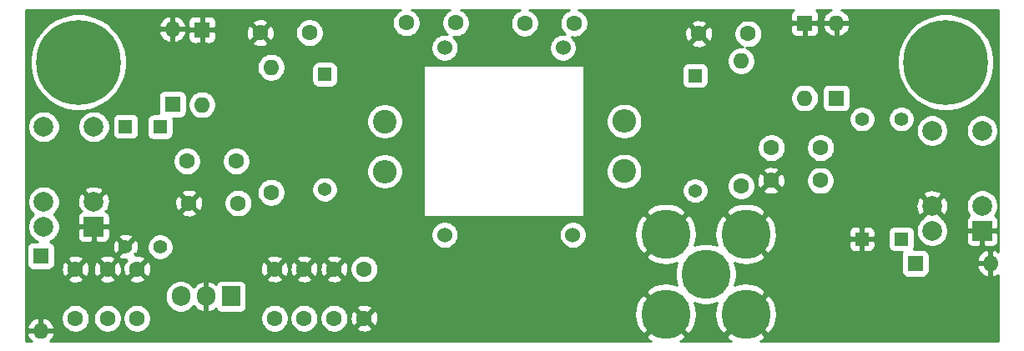
<source format=gbr>
%TF.GenerationSoftware,KiCad,Pcbnew,(5.1.9-0-10_14)*%
%TF.CreationDate,2021-03-15T18:18:09-04:00*%
%TF.ProjectId,RX Loop 100x35,5258204c-6f6f-4702-9031-30307833352e,rev?*%
%TF.SameCoordinates,Original*%
%TF.FileFunction,Copper,L2,Bot*%
%TF.FilePolarity,Positive*%
%FSLAX46Y46*%
G04 Gerber Fmt 4.6, Leading zero omitted, Abs format (unit mm)*
G04 Created by KiCad (PCBNEW (5.1.9-0-10_14)) date 2021-03-15 18:18:09*
%MOMM*%
%LPD*%
G01*
G04 APERTURE LIST*
%TA.AperFunction,ComponentPad*%
%ADD10C,5.000000*%
%TD*%
%TA.AperFunction,ComponentPad*%
%ADD11C,1.600000*%
%TD*%
%TA.AperFunction,ComponentPad*%
%ADD12R,1.905000X2.000000*%
%TD*%
%TA.AperFunction,ComponentPad*%
%ADD13O,1.905000X2.000000*%
%TD*%
%TA.AperFunction,ComponentPad*%
%ADD14C,2.000000*%
%TD*%
%TA.AperFunction,ComponentPad*%
%ADD15R,2.000000X2.000000*%
%TD*%
%TA.AperFunction,ComponentPad*%
%ADD16R,1.600000X1.600000*%
%TD*%
%TA.AperFunction,ComponentPad*%
%ADD17O,1.600000X1.600000*%
%TD*%
%TA.AperFunction,ComponentPad*%
%ADD18C,8.600000*%
%TD*%
%TA.AperFunction,ComponentPad*%
%ADD19C,0.900000*%
%TD*%
%TA.AperFunction,ComponentPad*%
%ADD20O,2.400000X2.400000*%
%TD*%
%TA.AperFunction,ComponentPad*%
%ADD21C,2.400000*%
%TD*%
%TA.AperFunction,ComponentPad*%
%ADD22R,1.397000X1.397000*%
%TD*%
%TA.AperFunction,ComponentPad*%
%ADD23C,1.397000*%
%TD*%
%TA.AperFunction,ComponentPad*%
%ADD24C,1.371600*%
%TD*%
%TA.AperFunction,ComponentPad*%
%ADD25R,1.371600X1.371600*%
%TD*%
%TA.AperFunction,ComponentPad*%
%ADD26C,1.524000*%
%TD*%
%TA.AperFunction,Conductor*%
%ADD27C,0.500000*%
%TD*%
%TA.AperFunction,Conductor*%
%ADD28C,0.254000*%
%TD*%
%TA.AperFunction,Conductor*%
%ADD29C,0.100000*%
%TD*%
G04 APERTURE END LIST*
D10*
%TO.P,J1,1*%
%TO.N,Net-(J1-Pad1)*%
X137650000Y-41500000D03*
%TO.P,J1,2*%
%TO.N,GND*%
X141710000Y-45560000D03*
X133590000Y-37440000D03*
X133590000Y-45560000D03*
X141710000Y-37440000D03*
%TD*%
D11*
%TO.P,C4,1*%
%TO.N,Net-(C4-Pad1)*%
X149280000Y-32000000D03*
%TO.P,C4,2*%
%TO.N,GND*%
X144280000Y-32000000D03*
%TD*%
D12*
%TO.P,U1,1*%
%TO.N,Net-(C11-Pad1)*%
X89480000Y-43770000D03*
D13*
%TO.P,U1,2*%
%TO.N,GND*%
X86940000Y-43770000D03*
%TO.P,U1,3*%
%TO.N,+12V*%
X84400000Y-43770000D03*
%TD*%
D14*
%TO.P,K2,5*%
%TO.N,Net-(K2-Pad5)*%
X165700000Y-26940000D03*
%TO.P,K2,6*%
X160620000Y-26940000D03*
%TO.P,K2,2*%
%TO.N,+12V*%
X165700000Y-34560000D03*
D15*
%TO.P,K2,1*%
%TO.N,GND*%
X165700000Y-37100000D03*
D14*
%TO.P,K2,9*%
X160620000Y-34560000D03*
%TO.P,K2,10*%
%TO.N,Net-(K2-Pad10)*%
X160620000Y-37100000D03*
%TD*%
%TO.P,K1,5*%
%TO.N,Net-(K1-Pad5)*%
X75560000Y-26540000D03*
%TO.P,K1,6*%
X70480000Y-26540000D03*
%TO.P,K1,2*%
%TO.N,GND*%
X75560000Y-34160000D03*
D15*
%TO.P,K1,1*%
X75560000Y-36700000D03*
D14*
%TO.P,K1,9*%
%TO.N,+12V*%
X70480000Y-34160000D03*
%TO.P,K1,10*%
%TO.N,Net-(K1-Pad10)*%
X70480000Y-36700000D03*
%TD*%
D16*
%TO.P,D6,1*%
%TO.N,+12V*%
X158900000Y-40400000D03*
D17*
%TO.P,D6,2*%
%TO.N,GND*%
X166520000Y-40400000D03*
%TD*%
D16*
%TO.P,D5,1*%
%TO.N,+12V*%
X70190000Y-39640000D03*
D17*
%TO.P,D5,2*%
%TO.N,GND*%
X70190000Y-47260000D03*
%TD*%
D11*
%TO.P,C5,2*%
%TO.N,GND*%
X136950000Y-17100000D03*
%TO.P,C5,1*%
%TO.N,Net-(C5-Pad1)*%
X141950000Y-17100000D03*
%TD*%
D18*
%TO.P,LOOP1,1*%
%TO.N,Net-(K1-Pad5)*%
X74000000Y-20000000D03*
D19*
X77225000Y-20000000D03*
X76280419Y-22280419D03*
X74000000Y-23225000D03*
X71719581Y-22280419D03*
X70775000Y-20000000D03*
X71719581Y-17719581D03*
X74000000Y-16775000D03*
X76280419Y-17719581D03*
%TD*%
%TO.P,LOOP2,1*%
%TO.N,Net-(K2-Pad5)*%
X164280419Y-17719581D03*
X162000000Y-16775000D03*
X159719581Y-17719581D03*
X158775000Y-20000000D03*
X159719581Y-22280419D03*
X162000000Y-23225000D03*
X164280419Y-22280419D03*
X165225000Y-20000000D03*
D18*
X162000000Y-20000000D03*
%TD*%
D11*
%TO.P,C1,2*%
%TO.N,GND*%
X85220000Y-34290000D03*
%TO.P,C1,1*%
%TO.N,Net-(C1-Pad1)*%
X90220000Y-34290000D03*
%TD*%
%TO.P,C2,1*%
%TO.N,Net-(C2-Pad1)*%
X97450000Y-17000000D03*
%TO.P,C2,2*%
%TO.N,GND*%
X92450000Y-17000000D03*
%TD*%
%TO.P,C7,2*%
%TO.N,GND*%
X93910000Y-40980000D03*
%TO.P,C7,1*%
%TO.N,Net-(C11-Pad1)*%
X93910000Y-45980000D03*
%TD*%
%TO.P,C8,1*%
%TO.N,+12V*%
X79960000Y-45990000D03*
%TO.P,C8,2*%
%TO.N,GND*%
X79960000Y-40990000D03*
%TD*%
%TO.P,C9,1*%
%TO.N,Net-(C11-Pad1)*%
X96910000Y-45980000D03*
%TO.P,C9,2*%
%TO.N,GND*%
X96910000Y-40980000D03*
%TD*%
%TO.P,C10,2*%
%TO.N,GND*%
X76960000Y-40990000D03*
%TO.P,C10,1*%
%TO.N,+12V*%
X76960000Y-45990000D03*
%TD*%
%TO.P,C11,2*%
%TO.N,GND*%
X99960000Y-40980000D03*
%TO.P,C11,1*%
%TO.N,Net-(C11-Pad1)*%
X99960000Y-45980000D03*
%TD*%
%TO.P,C12,2*%
%TO.N,Net-(C12-Pad2)*%
X107270000Y-15990000D03*
%TO.P,C12,1*%
%TO.N,/P1*%
X112270000Y-15990000D03*
%TD*%
%TO.P,C13,1*%
%TO.N,+12V*%
X73710000Y-45990000D03*
%TO.P,C13,2*%
%TO.N,GND*%
X73710000Y-40990000D03*
%TD*%
%TO.P,C14,1*%
%TO.N,GND*%
X103010000Y-45980000D03*
%TO.P,C14,2*%
%TO.N,Net-(C11-Pad1)*%
X103010000Y-40980000D03*
%TD*%
D16*
%TO.P,D1,1*%
%TO.N,Net-(C6-Pad2)*%
X150900000Y-23620000D03*
D17*
%TO.P,D1,2*%
%TO.N,GND*%
X150900000Y-16000000D03*
%TD*%
D16*
%TO.P,D2,1*%
%TO.N,Net-(C3-Pad2)*%
X83550000Y-24250000D03*
D17*
%TO.P,D2,2*%
%TO.N,GND*%
X83550000Y-16630000D03*
%TD*%
%TO.P,D3,2*%
%TO.N,Net-(C6-Pad2)*%
X147700000Y-23620000D03*
D16*
%TO.P,D3,1*%
%TO.N,GND*%
X147700000Y-16000000D03*
%TD*%
D17*
%TO.P,D4,2*%
%TO.N,Net-(C3-Pad2)*%
X86550000Y-24300000D03*
D16*
%TO.P,D4,1*%
%TO.N,GND*%
X86550000Y-16680000D03*
%TD*%
D11*
%TO.P,L1,1*%
%TO.N,Net-(C1-Pad1)*%
X93550000Y-33200000D03*
D17*
%TO.P,L1,2*%
%TO.N,Net-(C2-Pad1)*%
X93550000Y-20500000D03*
%TD*%
%TO.P,L2,2*%
%TO.N,Net-(C5-Pad1)*%
X141230000Y-19860000D03*
D11*
%TO.P,L2,1*%
%TO.N,Net-(C4-Pad1)*%
X141230000Y-32560000D03*
%TD*%
D20*
%TO.P,L3,1*%
%TO.N,+12V*%
X105100000Y-31080000D03*
D21*
%TO.P,L3,2*%
%TO.N,Net-(L3-Pad2)*%
X105100000Y-26000000D03*
%TD*%
%TO.P,L4,2*%
%TO.N,+12V*%
X129375000Y-31055000D03*
D20*
%TO.P,L4,1*%
%TO.N,Net-(L4-Pad1)*%
X129375000Y-25975000D03*
%TD*%
D22*
%TO.P,R1,1*%
%TO.N,GND*%
X153500000Y-37942000D03*
D23*
%TO.P,R1,2*%
%TO.N,Net-(K2-Pad10)*%
X153500000Y-25750000D03*
%TD*%
D24*
%TO.P,R2,2*%
%TO.N,Net-(L3-Pad2)*%
X99000000Y-32900000D03*
D25*
%TO.P,R2,1*%
%TO.N,Net-(C12-Pad2)*%
X99000000Y-21216000D03*
%TD*%
%TO.P,R3,1*%
%TO.N,Net-(C15-Pad2)*%
X136580000Y-21336000D03*
D24*
%TO.P,R3,2*%
%TO.N,Net-(L4-Pad1)*%
X136580000Y-33020000D03*
%TD*%
D23*
%TO.P,R5,2*%
%TO.N,GND*%
X78800000Y-38700000D03*
D22*
%TO.P,R5,1*%
%TO.N,Net-(K1-Pad10)*%
X78800000Y-26508000D03*
%TD*%
%TO.P,R6,1*%
%TO.N,Net-(C6-Pad2)*%
X157500000Y-37942000D03*
D23*
%TO.P,R6,2*%
%TO.N,Net-(K2-Pad10)*%
X157500000Y-25750000D03*
%TD*%
%TO.P,R7,2*%
%TO.N,Net-(K1-Pad10)*%
X82300000Y-38750000D03*
D22*
%TO.P,R7,1*%
%TO.N,Net-(C3-Pad2)*%
X82300000Y-26558000D03*
%TD*%
D26*
%TO.P,T1,1*%
%TO.N,/P1*%
X111170000Y-18520000D03*
%TO.P,T1,2*%
%TO.N,Net-(C15-Pad1)*%
X123170000Y-18520000D03*
%TO.P,T1,4*%
%TO.N,Net-(C11-Pad1)*%
X111170000Y-37520000D03*
%TO.P,T1,3*%
%TO.N,Net-(J1-Pad1)*%
X124170000Y-37520000D03*
%TD*%
D11*
%TO.P,C3,1*%
%TO.N,Net-(C1-Pad1)*%
X90020000Y-30040000D03*
%TO.P,C3,2*%
%TO.N,Net-(C3-Pad2)*%
X85020000Y-30040000D03*
%TD*%
%TO.P,C6,2*%
%TO.N,Net-(C6-Pad2)*%
X144320000Y-28680000D03*
%TO.P,C6,1*%
%TO.N,Net-(C4-Pad1)*%
X149320000Y-28680000D03*
%TD*%
%TO.P,C15,2*%
%TO.N,Net-(C15-Pad2)*%
X124280000Y-16010000D03*
%TO.P,C15,1*%
%TO.N,Net-(C15-Pad1)*%
X119280000Y-16010000D03*
%TD*%
D27*
%TO.N,+12V*%
X129350000Y-31080000D02*
X129375000Y-31055000D01*
%TD*%
D28*
%TO.N,GND*%
X106590273Y-14718320D02*
X106355241Y-14875363D01*
X106155363Y-15075241D01*
X105998320Y-15310273D01*
X105890147Y-15571426D01*
X105835000Y-15848665D01*
X105835000Y-16131335D01*
X105890147Y-16408574D01*
X105998320Y-16669727D01*
X106155363Y-16904759D01*
X106355241Y-17104637D01*
X106590273Y-17261680D01*
X106851426Y-17369853D01*
X107128665Y-17425000D01*
X107411335Y-17425000D01*
X107688574Y-17369853D01*
X107949727Y-17261680D01*
X108184759Y-17104637D01*
X108384637Y-16904759D01*
X108541680Y-16669727D01*
X108649853Y-16408574D01*
X108705000Y-16131335D01*
X108705000Y-15848665D01*
X108649853Y-15571426D01*
X108541680Y-15310273D01*
X108384637Y-15075241D01*
X108184759Y-14875363D01*
X107949727Y-14718320D01*
X107808930Y-14660000D01*
X111731070Y-14660000D01*
X111590273Y-14718320D01*
X111355241Y-14875363D01*
X111155363Y-15075241D01*
X110998320Y-15310273D01*
X110890147Y-15571426D01*
X110835000Y-15848665D01*
X110835000Y-16131335D01*
X110890147Y-16408574D01*
X110998320Y-16669727D01*
X111155363Y-16904759D01*
X111355241Y-17104637D01*
X111414570Y-17144279D01*
X111307592Y-17123000D01*
X111032408Y-17123000D01*
X110762510Y-17176686D01*
X110508273Y-17281995D01*
X110279465Y-17434880D01*
X110084880Y-17629465D01*
X109931995Y-17858273D01*
X109826686Y-18112510D01*
X109773000Y-18382408D01*
X109773000Y-18657592D01*
X109826686Y-18927490D01*
X109931995Y-19181727D01*
X110084880Y-19410535D01*
X110279465Y-19605120D01*
X110508273Y-19758005D01*
X110762510Y-19863314D01*
X111032408Y-19917000D01*
X111307592Y-19917000D01*
X111577490Y-19863314D01*
X111831727Y-19758005D01*
X112060535Y-19605120D01*
X112255120Y-19410535D01*
X112408005Y-19181727D01*
X112513314Y-18927490D01*
X112567000Y-18657592D01*
X112567000Y-18382408D01*
X112513314Y-18112510D01*
X112408005Y-17858273D01*
X112255120Y-17629465D01*
X112060535Y-17434880D01*
X112010601Y-17401515D01*
X112128665Y-17425000D01*
X112411335Y-17425000D01*
X112688574Y-17369853D01*
X112949727Y-17261680D01*
X113184759Y-17104637D01*
X113384637Y-16904759D01*
X113541680Y-16669727D01*
X113649853Y-16408574D01*
X113705000Y-16131335D01*
X113705000Y-15848665D01*
X113649853Y-15571426D01*
X113541680Y-15310273D01*
X113384637Y-15075241D01*
X113184759Y-14875363D01*
X112949727Y-14718320D01*
X112808930Y-14660000D01*
X118789354Y-14660000D01*
X118600273Y-14738320D01*
X118365241Y-14895363D01*
X118165363Y-15095241D01*
X118008320Y-15330273D01*
X117900147Y-15591426D01*
X117845000Y-15868665D01*
X117845000Y-16151335D01*
X117900147Y-16428574D01*
X118008320Y-16689727D01*
X118165363Y-16924759D01*
X118365241Y-17124637D01*
X118600273Y-17281680D01*
X118861426Y-17389853D01*
X119138665Y-17445000D01*
X119421335Y-17445000D01*
X119698574Y-17389853D01*
X119959727Y-17281680D01*
X120194759Y-17124637D01*
X120394637Y-16924759D01*
X120551680Y-16689727D01*
X120659853Y-16428574D01*
X120715000Y-16151335D01*
X120715000Y-15868665D01*
X120659853Y-15591426D01*
X120551680Y-15330273D01*
X120394637Y-15095241D01*
X120194759Y-14895363D01*
X119959727Y-14738320D01*
X119770646Y-14660000D01*
X123789354Y-14660000D01*
X123600273Y-14738320D01*
X123365241Y-14895363D01*
X123165363Y-15095241D01*
X123008320Y-15330273D01*
X122900147Y-15591426D01*
X122845000Y-15868665D01*
X122845000Y-16151335D01*
X122900147Y-16428574D01*
X123008320Y-16689727D01*
X123165363Y-16924759D01*
X123365241Y-17124637D01*
X123386189Y-17138634D01*
X123307592Y-17123000D01*
X123032408Y-17123000D01*
X122762510Y-17176686D01*
X122508273Y-17281995D01*
X122279465Y-17434880D01*
X122084880Y-17629465D01*
X121931995Y-17858273D01*
X121826686Y-18112510D01*
X121773000Y-18382408D01*
X121773000Y-18657592D01*
X121826686Y-18927490D01*
X121931995Y-19181727D01*
X122084880Y-19410535D01*
X122279465Y-19605120D01*
X122508273Y-19758005D01*
X122762510Y-19863314D01*
X123032408Y-19917000D01*
X123307592Y-19917000D01*
X123577490Y-19863314D01*
X123831727Y-19758005D01*
X123890603Y-19718665D01*
X139795000Y-19718665D01*
X139795000Y-20001335D01*
X139850147Y-20278574D01*
X139958320Y-20539727D01*
X140115363Y-20774759D01*
X140315241Y-20974637D01*
X140550273Y-21131680D01*
X140811426Y-21239853D01*
X141088665Y-21295000D01*
X141371335Y-21295000D01*
X141648574Y-21239853D01*
X141909727Y-21131680D01*
X142144759Y-20974637D01*
X142344637Y-20774759D01*
X142501680Y-20539727D01*
X142609853Y-20278574D01*
X142665000Y-20001335D01*
X142665000Y-19718665D01*
X142624279Y-19513945D01*
X157065000Y-19513945D01*
X157065000Y-20486055D01*
X157254650Y-21439486D01*
X157626660Y-22337599D01*
X158166735Y-23145879D01*
X158854121Y-23833265D01*
X159662401Y-24373340D01*
X160560514Y-24745350D01*
X161513945Y-24935000D01*
X162486055Y-24935000D01*
X163439486Y-24745350D01*
X164337599Y-24373340D01*
X165145879Y-23833265D01*
X165833265Y-23145879D01*
X166373340Y-22337599D01*
X166745350Y-21439486D01*
X166935000Y-20486055D01*
X166935000Y-19513945D01*
X166745350Y-18560514D01*
X166373340Y-17662401D01*
X165833265Y-16854121D01*
X165145879Y-16166735D01*
X164337599Y-15626660D01*
X163439486Y-15254650D01*
X162486055Y-15065000D01*
X161513945Y-15065000D01*
X160560514Y-15254650D01*
X159662401Y-15626660D01*
X158854121Y-16166735D01*
X158166735Y-16854121D01*
X157626660Y-17662401D01*
X157254650Y-18560514D01*
X157065000Y-19513945D01*
X142624279Y-19513945D01*
X142609853Y-19441426D01*
X142501680Y-19180273D01*
X142344637Y-18945241D01*
X142144759Y-18745363D01*
X141909727Y-18588320D01*
X141755442Y-18524413D01*
X141808665Y-18535000D01*
X142091335Y-18535000D01*
X142368574Y-18479853D01*
X142629727Y-18371680D01*
X142864759Y-18214637D01*
X143064637Y-18014759D01*
X143221680Y-17779727D01*
X143329853Y-17518574D01*
X143385000Y-17241335D01*
X143385000Y-16958665D01*
X143353440Y-16800000D01*
X146261928Y-16800000D01*
X146274188Y-16924482D01*
X146310498Y-17044180D01*
X146369463Y-17154494D01*
X146448815Y-17251185D01*
X146545506Y-17330537D01*
X146655820Y-17389502D01*
X146775518Y-17425812D01*
X146900000Y-17438072D01*
X147414250Y-17435000D01*
X147573000Y-17276250D01*
X147573000Y-16127000D01*
X147827000Y-16127000D01*
X147827000Y-17276250D01*
X147985750Y-17435000D01*
X148500000Y-17438072D01*
X148624482Y-17425812D01*
X148744180Y-17389502D01*
X148854494Y-17330537D01*
X148951185Y-17251185D01*
X149030537Y-17154494D01*
X149089502Y-17044180D01*
X149125812Y-16924482D01*
X149138072Y-16800000D01*
X149135379Y-16349040D01*
X149508091Y-16349040D01*
X149602930Y-16613881D01*
X149747615Y-16855131D01*
X149936586Y-17063519D01*
X150162580Y-17231037D01*
X150416913Y-17351246D01*
X150550961Y-17391904D01*
X150773000Y-17269915D01*
X150773000Y-16127000D01*
X151027000Y-16127000D01*
X151027000Y-17269915D01*
X151249039Y-17391904D01*
X151383087Y-17351246D01*
X151637420Y-17231037D01*
X151863414Y-17063519D01*
X152052385Y-16855131D01*
X152197070Y-16613881D01*
X152291909Y-16349040D01*
X152170624Y-16127000D01*
X151027000Y-16127000D01*
X150773000Y-16127000D01*
X149629376Y-16127000D01*
X149508091Y-16349040D01*
X149135379Y-16349040D01*
X149135000Y-16285750D01*
X148976250Y-16127000D01*
X147827000Y-16127000D01*
X147573000Y-16127000D01*
X146423750Y-16127000D01*
X146265000Y-16285750D01*
X146261928Y-16800000D01*
X143353440Y-16800000D01*
X143329853Y-16681426D01*
X143221680Y-16420273D01*
X143064637Y-16185241D01*
X142864759Y-15985363D01*
X142629727Y-15828320D01*
X142368574Y-15720147D01*
X142091335Y-15665000D01*
X141808665Y-15665000D01*
X141531426Y-15720147D01*
X141270273Y-15828320D01*
X141035241Y-15985363D01*
X140835363Y-16185241D01*
X140678320Y-16420273D01*
X140570147Y-16681426D01*
X140515000Y-16958665D01*
X140515000Y-17241335D01*
X140570147Y-17518574D01*
X140678320Y-17779727D01*
X140835363Y-18014759D01*
X141035241Y-18214637D01*
X141270273Y-18371680D01*
X141424558Y-18435587D01*
X141371335Y-18425000D01*
X141088665Y-18425000D01*
X140811426Y-18480147D01*
X140550273Y-18588320D01*
X140315241Y-18745363D01*
X140115363Y-18945241D01*
X139958320Y-19180273D01*
X139850147Y-19441426D01*
X139795000Y-19718665D01*
X123890603Y-19718665D01*
X124060535Y-19605120D01*
X124255120Y-19410535D01*
X124408005Y-19181727D01*
X124513314Y-18927490D01*
X124567000Y-18657592D01*
X124567000Y-18382408D01*
X124513314Y-18112510D01*
X124505110Y-18092702D01*
X136136903Y-18092702D01*
X136208486Y-18336671D01*
X136463996Y-18457571D01*
X136738184Y-18526300D01*
X137020512Y-18540217D01*
X137300130Y-18498787D01*
X137566292Y-18403603D01*
X137691514Y-18336671D01*
X137763097Y-18092702D01*
X136950000Y-17279605D01*
X136136903Y-18092702D01*
X124505110Y-18092702D01*
X124408005Y-17858273D01*
X124255120Y-17629465D01*
X124060535Y-17434880D01*
X124048982Y-17427161D01*
X124138665Y-17445000D01*
X124421335Y-17445000D01*
X124698574Y-17389853D01*
X124959727Y-17281680D01*
X125126102Y-17170512D01*
X135509783Y-17170512D01*
X135551213Y-17450130D01*
X135646397Y-17716292D01*
X135713329Y-17841514D01*
X135957298Y-17913097D01*
X136770395Y-17100000D01*
X137129605Y-17100000D01*
X137942702Y-17913097D01*
X138186671Y-17841514D01*
X138307571Y-17586004D01*
X138376300Y-17311816D01*
X138390217Y-17029488D01*
X138348787Y-16749870D01*
X138253603Y-16483708D01*
X138186671Y-16358486D01*
X137942702Y-16286903D01*
X137129605Y-17100000D01*
X136770395Y-17100000D01*
X135957298Y-16286903D01*
X135713329Y-16358486D01*
X135592429Y-16613996D01*
X135523700Y-16888184D01*
X135509783Y-17170512D01*
X125126102Y-17170512D01*
X125194759Y-17124637D01*
X125394637Y-16924759D01*
X125551680Y-16689727D01*
X125659853Y-16428574D01*
X125715000Y-16151335D01*
X125715000Y-16107298D01*
X136136903Y-16107298D01*
X136950000Y-16920395D01*
X137763097Y-16107298D01*
X137691514Y-15863329D01*
X137436004Y-15742429D01*
X137161816Y-15673700D01*
X136879488Y-15659783D01*
X136599870Y-15701213D01*
X136333708Y-15796397D01*
X136208486Y-15863329D01*
X136136903Y-16107298D01*
X125715000Y-16107298D01*
X125715000Y-15868665D01*
X125659853Y-15591426D01*
X125551680Y-15330273D01*
X125394637Y-15095241D01*
X125194759Y-14895363D01*
X124959727Y-14738320D01*
X124770646Y-14660000D01*
X146563210Y-14660000D01*
X146545506Y-14669463D01*
X146448815Y-14748815D01*
X146369463Y-14845506D01*
X146310498Y-14955820D01*
X146274188Y-15075518D01*
X146261928Y-15200000D01*
X146265000Y-15714250D01*
X146423750Y-15873000D01*
X147573000Y-15873000D01*
X147573000Y-15853000D01*
X147827000Y-15853000D01*
X147827000Y-15873000D01*
X148976250Y-15873000D01*
X149135000Y-15714250D01*
X149138072Y-15200000D01*
X149125812Y-15075518D01*
X149089502Y-14955820D01*
X149030537Y-14845506D01*
X148951185Y-14748815D01*
X148854494Y-14669463D01*
X148836790Y-14660000D01*
X150393119Y-14660000D01*
X150162580Y-14768963D01*
X149936586Y-14936481D01*
X149747615Y-15144869D01*
X149602930Y-15386119D01*
X149508091Y-15650960D01*
X149629376Y-15873000D01*
X150773000Y-15873000D01*
X150773000Y-15853000D01*
X151027000Y-15853000D01*
X151027000Y-15873000D01*
X152170624Y-15873000D01*
X152291909Y-15650960D01*
X152197070Y-15386119D01*
X152052385Y-15144869D01*
X151863414Y-14936481D01*
X151637420Y-14768963D01*
X151406881Y-14660000D01*
X167340001Y-14660000D01*
X167340000Y-39226546D01*
X167133881Y-39102930D01*
X166869040Y-39008091D01*
X166647000Y-39129376D01*
X166647000Y-40273000D01*
X166667000Y-40273000D01*
X166667000Y-40527000D01*
X166647000Y-40527000D01*
X166647000Y-41670624D01*
X166869040Y-41791909D01*
X167133881Y-41697070D01*
X167340000Y-41573454D01*
X167340000Y-48340000D01*
X143160126Y-48340000D01*
X143457373Y-48181118D01*
X143733543Y-47763148D01*
X141710000Y-45739605D01*
X139686457Y-47763148D01*
X139962627Y-48181118D01*
X140260632Y-48340000D01*
X135040126Y-48340000D01*
X135337373Y-48181118D01*
X135613543Y-47763148D01*
X133590000Y-45739605D01*
X131566457Y-47763148D01*
X131842627Y-48181118D01*
X132140632Y-48340000D01*
X71131180Y-48340000D01*
X71153414Y-48323519D01*
X71342385Y-48115131D01*
X71487070Y-47873881D01*
X71581909Y-47609040D01*
X71460624Y-47387000D01*
X70317000Y-47387000D01*
X70317000Y-47407000D01*
X70063000Y-47407000D01*
X70063000Y-47387000D01*
X68919376Y-47387000D01*
X68798091Y-47609040D01*
X68892930Y-47873881D01*
X69037615Y-48115131D01*
X69226586Y-48323519D01*
X69248820Y-48340000D01*
X68660000Y-48340000D01*
X68660000Y-46910960D01*
X68798091Y-46910960D01*
X68919376Y-47133000D01*
X70063000Y-47133000D01*
X70063000Y-45990085D01*
X70317000Y-45990085D01*
X70317000Y-47133000D01*
X71460624Y-47133000D01*
X71581909Y-46910960D01*
X71487070Y-46646119D01*
X71342385Y-46404869D01*
X71153414Y-46196481D01*
X70927420Y-46028963D01*
X70673087Y-45908754D01*
X70539039Y-45868096D01*
X70317000Y-45990085D01*
X70063000Y-45990085D01*
X69840961Y-45868096D01*
X69706913Y-45908754D01*
X69452580Y-46028963D01*
X69226586Y-46196481D01*
X69037615Y-46404869D01*
X68892930Y-46646119D01*
X68798091Y-46910960D01*
X68660000Y-46910960D01*
X68660000Y-45848665D01*
X72275000Y-45848665D01*
X72275000Y-46131335D01*
X72330147Y-46408574D01*
X72438320Y-46669727D01*
X72595363Y-46904759D01*
X72795241Y-47104637D01*
X73030273Y-47261680D01*
X73291426Y-47369853D01*
X73568665Y-47425000D01*
X73851335Y-47425000D01*
X74128574Y-47369853D01*
X74389727Y-47261680D01*
X74624759Y-47104637D01*
X74824637Y-46904759D01*
X74981680Y-46669727D01*
X75089853Y-46408574D01*
X75145000Y-46131335D01*
X75145000Y-45848665D01*
X75525000Y-45848665D01*
X75525000Y-46131335D01*
X75580147Y-46408574D01*
X75688320Y-46669727D01*
X75845363Y-46904759D01*
X76045241Y-47104637D01*
X76280273Y-47261680D01*
X76541426Y-47369853D01*
X76818665Y-47425000D01*
X77101335Y-47425000D01*
X77378574Y-47369853D01*
X77639727Y-47261680D01*
X77874759Y-47104637D01*
X78074637Y-46904759D01*
X78231680Y-46669727D01*
X78339853Y-46408574D01*
X78395000Y-46131335D01*
X78395000Y-45848665D01*
X78525000Y-45848665D01*
X78525000Y-46131335D01*
X78580147Y-46408574D01*
X78688320Y-46669727D01*
X78845363Y-46904759D01*
X79045241Y-47104637D01*
X79280273Y-47261680D01*
X79541426Y-47369853D01*
X79818665Y-47425000D01*
X80101335Y-47425000D01*
X80378574Y-47369853D01*
X80639727Y-47261680D01*
X80874759Y-47104637D01*
X81074637Y-46904759D01*
X81231680Y-46669727D01*
X81339853Y-46408574D01*
X81395000Y-46131335D01*
X81395000Y-45848665D01*
X81393011Y-45838665D01*
X92475000Y-45838665D01*
X92475000Y-46121335D01*
X92530147Y-46398574D01*
X92638320Y-46659727D01*
X92795363Y-46894759D01*
X92995241Y-47094637D01*
X93230273Y-47251680D01*
X93491426Y-47359853D01*
X93768665Y-47415000D01*
X94051335Y-47415000D01*
X94328574Y-47359853D01*
X94589727Y-47251680D01*
X94824759Y-47094637D01*
X95024637Y-46894759D01*
X95181680Y-46659727D01*
X95289853Y-46398574D01*
X95345000Y-46121335D01*
X95345000Y-45838665D01*
X95475000Y-45838665D01*
X95475000Y-46121335D01*
X95530147Y-46398574D01*
X95638320Y-46659727D01*
X95795363Y-46894759D01*
X95995241Y-47094637D01*
X96230273Y-47251680D01*
X96491426Y-47359853D01*
X96768665Y-47415000D01*
X97051335Y-47415000D01*
X97328574Y-47359853D01*
X97589727Y-47251680D01*
X97824759Y-47094637D01*
X98024637Y-46894759D01*
X98181680Y-46659727D01*
X98289853Y-46398574D01*
X98345000Y-46121335D01*
X98345000Y-45838665D01*
X98525000Y-45838665D01*
X98525000Y-46121335D01*
X98580147Y-46398574D01*
X98688320Y-46659727D01*
X98845363Y-46894759D01*
X99045241Y-47094637D01*
X99280273Y-47251680D01*
X99541426Y-47359853D01*
X99818665Y-47415000D01*
X100101335Y-47415000D01*
X100378574Y-47359853D01*
X100639727Y-47251680D01*
X100874759Y-47094637D01*
X100996694Y-46972702D01*
X102196903Y-46972702D01*
X102268486Y-47216671D01*
X102523996Y-47337571D01*
X102798184Y-47406300D01*
X103080512Y-47420217D01*
X103360130Y-47378787D01*
X103626292Y-47283603D01*
X103751514Y-47216671D01*
X103823097Y-46972702D01*
X103010000Y-46159605D01*
X102196903Y-46972702D01*
X100996694Y-46972702D01*
X101074637Y-46894759D01*
X101231680Y-46659727D01*
X101339853Y-46398574D01*
X101395000Y-46121335D01*
X101395000Y-46050512D01*
X101569783Y-46050512D01*
X101611213Y-46330130D01*
X101706397Y-46596292D01*
X101773329Y-46721514D01*
X102017298Y-46793097D01*
X102830395Y-45980000D01*
X103189605Y-45980000D01*
X104002702Y-46793097D01*
X104246671Y-46721514D01*
X104367571Y-46466004D01*
X104436300Y-46191816D01*
X104450217Y-45909488D01*
X104408787Y-45629870D01*
X104384991Y-45563328D01*
X130439832Y-45563328D01*
X130501010Y-46177831D01*
X130680897Y-46768592D01*
X130968882Y-47307373D01*
X131386852Y-47583543D01*
X133410395Y-45560000D01*
X131386852Y-43536457D01*
X130968882Y-43812627D01*
X130678351Y-44357557D01*
X130499713Y-44948696D01*
X130439832Y-45563328D01*
X104384991Y-45563328D01*
X104313603Y-45363708D01*
X104246671Y-45238486D01*
X104002702Y-45166903D01*
X103189605Y-45980000D01*
X102830395Y-45980000D01*
X102017298Y-45166903D01*
X101773329Y-45238486D01*
X101652429Y-45493996D01*
X101583700Y-45768184D01*
X101569783Y-46050512D01*
X101395000Y-46050512D01*
X101395000Y-45838665D01*
X101339853Y-45561426D01*
X101231680Y-45300273D01*
X101074637Y-45065241D01*
X100996694Y-44987298D01*
X102196903Y-44987298D01*
X103010000Y-45800395D01*
X103823097Y-44987298D01*
X103751514Y-44743329D01*
X103496004Y-44622429D01*
X103221816Y-44553700D01*
X102939488Y-44539783D01*
X102659870Y-44581213D01*
X102393708Y-44676397D01*
X102268486Y-44743329D01*
X102196903Y-44987298D01*
X100996694Y-44987298D01*
X100874759Y-44865363D01*
X100639727Y-44708320D01*
X100378574Y-44600147D01*
X100101335Y-44545000D01*
X99818665Y-44545000D01*
X99541426Y-44600147D01*
X99280273Y-44708320D01*
X99045241Y-44865363D01*
X98845363Y-45065241D01*
X98688320Y-45300273D01*
X98580147Y-45561426D01*
X98525000Y-45838665D01*
X98345000Y-45838665D01*
X98289853Y-45561426D01*
X98181680Y-45300273D01*
X98024637Y-45065241D01*
X97824759Y-44865363D01*
X97589727Y-44708320D01*
X97328574Y-44600147D01*
X97051335Y-44545000D01*
X96768665Y-44545000D01*
X96491426Y-44600147D01*
X96230273Y-44708320D01*
X95995241Y-44865363D01*
X95795363Y-45065241D01*
X95638320Y-45300273D01*
X95530147Y-45561426D01*
X95475000Y-45838665D01*
X95345000Y-45838665D01*
X95289853Y-45561426D01*
X95181680Y-45300273D01*
X95024637Y-45065241D01*
X94824759Y-44865363D01*
X94589727Y-44708320D01*
X94328574Y-44600147D01*
X94051335Y-44545000D01*
X93768665Y-44545000D01*
X93491426Y-44600147D01*
X93230273Y-44708320D01*
X92995241Y-44865363D01*
X92795363Y-45065241D01*
X92638320Y-45300273D01*
X92530147Y-45561426D01*
X92475000Y-45838665D01*
X81393011Y-45838665D01*
X81339853Y-45571426D01*
X81231680Y-45310273D01*
X81074637Y-45075241D01*
X80874759Y-44875363D01*
X80639727Y-44718320D01*
X80378574Y-44610147D01*
X80101335Y-44555000D01*
X79818665Y-44555000D01*
X79541426Y-44610147D01*
X79280273Y-44718320D01*
X79045241Y-44875363D01*
X78845363Y-45075241D01*
X78688320Y-45310273D01*
X78580147Y-45571426D01*
X78525000Y-45848665D01*
X78395000Y-45848665D01*
X78339853Y-45571426D01*
X78231680Y-45310273D01*
X78074637Y-45075241D01*
X77874759Y-44875363D01*
X77639727Y-44718320D01*
X77378574Y-44610147D01*
X77101335Y-44555000D01*
X76818665Y-44555000D01*
X76541426Y-44610147D01*
X76280273Y-44718320D01*
X76045241Y-44875363D01*
X75845363Y-45075241D01*
X75688320Y-45310273D01*
X75580147Y-45571426D01*
X75525000Y-45848665D01*
X75145000Y-45848665D01*
X75089853Y-45571426D01*
X74981680Y-45310273D01*
X74824637Y-45075241D01*
X74624759Y-44875363D01*
X74389727Y-44718320D01*
X74128574Y-44610147D01*
X73851335Y-44555000D01*
X73568665Y-44555000D01*
X73291426Y-44610147D01*
X73030273Y-44718320D01*
X72795241Y-44875363D01*
X72595363Y-45075241D01*
X72438320Y-45310273D01*
X72330147Y-45571426D01*
X72275000Y-45848665D01*
X68660000Y-45848665D01*
X68660000Y-43644514D01*
X82812500Y-43644514D01*
X82812500Y-43895485D01*
X82835470Y-44128703D01*
X82926245Y-44427948D01*
X83073655Y-44703734D01*
X83272037Y-44945463D01*
X83513765Y-45143845D01*
X83789551Y-45291255D01*
X84088796Y-45382030D01*
X84400000Y-45412681D01*
X84711203Y-45382030D01*
X85010448Y-45291255D01*
X85286234Y-45143845D01*
X85527963Y-44945463D01*
X85675163Y-44766101D01*
X85830563Y-44951315D01*
X86073077Y-45145969D01*
X86348906Y-45289571D01*
X86567020Y-45360563D01*
X86813000Y-45240594D01*
X86813000Y-43897000D01*
X86793000Y-43897000D01*
X86793000Y-43643000D01*
X86813000Y-43643000D01*
X86813000Y-42299406D01*
X87067000Y-42299406D01*
X87067000Y-43643000D01*
X87087000Y-43643000D01*
X87087000Y-43897000D01*
X87067000Y-43897000D01*
X87067000Y-45240594D01*
X87312980Y-45360563D01*
X87531094Y-45289571D01*
X87806923Y-45145969D01*
X87947941Y-45032781D01*
X87996963Y-45124494D01*
X88076315Y-45221185D01*
X88173006Y-45300537D01*
X88283320Y-45359502D01*
X88403018Y-45395812D01*
X88527500Y-45408072D01*
X90432500Y-45408072D01*
X90556982Y-45395812D01*
X90676680Y-45359502D01*
X90786994Y-45300537D01*
X90883685Y-45221185D01*
X90963037Y-45124494D01*
X91022002Y-45014180D01*
X91058312Y-44894482D01*
X91070572Y-44770000D01*
X91070572Y-42770000D01*
X91058312Y-42645518D01*
X91022002Y-42525820D01*
X90963037Y-42415506D01*
X90883685Y-42318815D01*
X90786994Y-42239463D01*
X90676680Y-42180498D01*
X90556982Y-42144188D01*
X90432500Y-42131928D01*
X88527500Y-42131928D01*
X88403018Y-42144188D01*
X88283320Y-42180498D01*
X88173006Y-42239463D01*
X88076315Y-42318815D01*
X87996963Y-42415506D01*
X87947941Y-42507219D01*
X87806923Y-42394031D01*
X87531094Y-42250429D01*
X87312980Y-42179437D01*
X87067000Y-42299406D01*
X86813000Y-42299406D01*
X86567020Y-42179437D01*
X86348906Y-42250429D01*
X86073077Y-42394031D01*
X85830563Y-42588685D01*
X85675162Y-42773900D01*
X85527963Y-42594537D01*
X85286235Y-42396155D01*
X85010449Y-42248745D01*
X84711204Y-42157970D01*
X84400000Y-42127319D01*
X84088797Y-42157970D01*
X83789552Y-42248745D01*
X83513766Y-42396155D01*
X83272037Y-42594537D01*
X83073655Y-42836265D01*
X82926245Y-43112051D01*
X82835470Y-43411296D01*
X82812500Y-43644514D01*
X68660000Y-43644514D01*
X68660000Y-41982702D01*
X72896903Y-41982702D01*
X72968486Y-42226671D01*
X73223996Y-42347571D01*
X73498184Y-42416300D01*
X73780512Y-42430217D01*
X74060130Y-42388787D01*
X74326292Y-42293603D01*
X74451514Y-42226671D01*
X74523097Y-41982702D01*
X76146903Y-41982702D01*
X76218486Y-42226671D01*
X76473996Y-42347571D01*
X76748184Y-42416300D01*
X77030512Y-42430217D01*
X77310130Y-42388787D01*
X77576292Y-42293603D01*
X77701514Y-42226671D01*
X77773097Y-41982702D01*
X79146903Y-41982702D01*
X79218486Y-42226671D01*
X79473996Y-42347571D01*
X79748184Y-42416300D01*
X80030512Y-42430217D01*
X80310130Y-42388787D01*
X80576292Y-42293603D01*
X80701514Y-42226671D01*
X80773097Y-41982702D01*
X80763097Y-41972702D01*
X93096903Y-41972702D01*
X93168486Y-42216671D01*
X93423996Y-42337571D01*
X93698184Y-42406300D01*
X93980512Y-42420217D01*
X94260130Y-42378787D01*
X94526292Y-42283603D01*
X94651514Y-42216671D01*
X94723097Y-41972702D01*
X96096903Y-41972702D01*
X96168486Y-42216671D01*
X96423996Y-42337571D01*
X96698184Y-42406300D01*
X96980512Y-42420217D01*
X97260130Y-42378787D01*
X97526292Y-42283603D01*
X97651514Y-42216671D01*
X97723097Y-41972702D01*
X99146903Y-41972702D01*
X99218486Y-42216671D01*
X99473996Y-42337571D01*
X99748184Y-42406300D01*
X100030512Y-42420217D01*
X100310130Y-42378787D01*
X100576292Y-42283603D01*
X100701514Y-42216671D01*
X100773097Y-41972702D01*
X99960000Y-41159605D01*
X99146903Y-41972702D01*
X97723097Y-41972702D01*
X96910000Y-41159605D01*
X96096903Y-41972702D01*
X94723097Y-41972702D01*
X93910000Y-41159605D01*
X93096903Y-41972702D01*
X80763097Y-41972702D01*
X79960000Y-41169605D01*
X79146903Y-41982702D01*
X77773097Y-41982702D01*
X76960000Y-41169605D01*
X76146903Y-41982702D01*
X74523097Y-41982702D01*
X73710000Y-41169605D01*
X72896903Y-41982702D01*
X68660000Y-41982702D01*
X68660000Y-38840000D01*
X68751928Y-38840000D01*
X68751928Y-40440000D01*
X68764188Y-40564482D01*
X68800498Y-40684180D01*
X68859463Y-40794494D01*
X68938815Y-40891185D01*
X69035506Y-40970537D01*
X69145820Y-41029502D01*
X69265518Y-41065812D01*
X69390000Y-41078072D01*
X70990000Y-41078072D01*
X71114482Y-41065812D01*
X71131953Y-41060512D01*
X72269783Y-41060512D01*
X72311213Y-41340130D01*
X72406397Y-41606292D01*
X72473329Y-41731514D01*
X72717298Y-41803097D01*
X73530395Y-40990000D01*
X73889605Y-40990000D01*
X74702702Y-41803097D01*
X74946671Y-41731514D01*
X75067571Y-41476004D01*
X75136300Y-41201816D01*
X75143265Y-41060512D01*
X75519783Y-41060512D01*
X75561213Y-41340130D01*
X75656397Y-41606292D01*
X75723329Y-41731514D01*
X75967298Y-41803097D01*
X76780395Y-40990000D01*
X77139605Y-40990000D01*
X77952702Y-41803097D01*
X78196671Y-41731514D01*
X78317571Y-41476004D01*
X78386300Y-41201816D01*
X78400217Y-40919488D01*
X78358787Y-40639870D01*
X78263603Y-40373708D01*
X78196671Y-40248486D01*
X77952702Y-40176903D01*
X77139605Y-40990000D01*
X76780395Y-40990000D01*
X75967298Y-40176903D01*
X75723329Y-40248486D01*
X75602429Y-40503996D01*
X75533700Y-40778184D01*
X75519783Y-41060512D01*
X75143265Y-41060512D01*
X75150217Y-40919488D01*
X75108787Y-40639870D01*
X75013603Y-40373708D01*
X74946671Y-40248486D01*
X74702702Y-40176903D01*
X73889605Y-40990000D01*
X73530395Y-40990000D01*
X72717298Y-40176903D01*
X72473329Y-40248486D01*
X72352429Y-40503996D01*
X72283700Y-40778184D01*
X72269783Y-41060512D01*
X71131953Y-41060512D01*
X71234180Y-41029502D01*
X71344494Y-40970537D01*
X71441185Y-40891185D01*
X71520537Y-40794494D01*
X71579502Y-40684180D01*
X71615812Y-40564482D01*
X71628072Y-40440000D01*
X71628072Y-39997298D01*
X72896903Y-39997298D01*
X73710000Y-40810395D01*
X74523097Y-39997298D01*
X76146903Y-39997298D01*
X76960000Y-40810395D01*
X77773097Y-39997298D01*
X77701514Y-39753329D01*
X77446004Y-39632429D01*
X77397206Y-39620197D01*
X78059408Y-39620197D01*
X78118686Y-39853812D01*
X78356875Y-39964559D01*
X78612093Y-40026711D01*
X78873808Y-40037845D01*
X78851023Y-40060630D01*
X78967296Y-40176903D01*
X78723329Y-40248486D01*
X78602429Y-40503996D01*
X78533700Y-40778184D01*
X78519783Y-41060512D01*
X78561213Y-41340130D01*
X78656397Y-41606292D01*
X78723329Y-41731514D01*
X78967298Y-41803097D01*
X79780395Y-40990000D01*
X80139605Y-40990000D01*
X80952702Y-41803097D01*
X81196671Y-41731514D01*
X81317571Y-41476004D01*
X81386300Y-41201816D01*
X81393758Y-41050512D01*
X92469783Y-41050512D01*
X92511213Y-41330130D01*
X92606397Y-41596292D01*
X92673329Y-41721514D01*
X92917298Y-41793097D01*
X93730395Y-40980000D01*
X94089605Y-40980000D01*
X94902702Y-41793097D01*
X95146671Y-41721514D01*
X95267571Y-41466004D01*
X95336300Y-41191816D01*
X95343265Y-41050512D01*
X95469783Y-41050512D01*
X95511213Y-41330130D01*
X95606397Y-41596292D01*
X95673329Y-41721514D01*
X95917298Y-41793097D01*
X96730395Y-40980000D01*
X97089605Y-40980000D01*
X97902702Y-41793097D01*
X98146671Y-41721514D01*
X98267571Y-41466004D01*
X98336300Y-41191816D01*
X98343265Y-41050512D01*
X98519783Y-41050512D01*
X98561213Y-41330130D01*
X98656397Y-41596292D01*
X98723329Y-41721514D01*
X98967298Y-41793097D01*
X99780395Y-40980000D01*
X100139605Y-40980000D01*
X100952702Y-41793097D01*
X101196671Y-41721514D01*
X101317571Y-41466004D01*
X101386300Y-41191816D01*
X101400217Y-40909488D01*
X101389724Y-40838665D01*
X101575000Y-40838665D01*
X101575000Y-41121335D01*
X101630147Y-41398574D01*
X101738320Y-41659727D01*
X101895363Y-41894759D01*
X102095241Y-42094637D01*
X102330273Y-42251680D01*
X102591426Y-42359853D01*
X102868665Y-42415000D01*
X103151335Y-42415000D01*
X103428574Y-42359853D01*
X103689727Y-42251680D01*
X103924759Y-42094637D01*
X104124637Y-41894759D01*
X104281680Y-41659727D01*
X104389853Y-41398574D01*
X104445000Y-41121335D01*
X104445000Y-40838665D01*
X104389853Y-40561426D01*
X104281680Y-40300273D01*
X104124637Y-40065241D01*
X103924759Y-39865363D01*
X103689727Y-39708320D01*
X103532388Y-39643148D01*
X131566457Y-39643148D01*
X131842627Y-40061118D01*
X132387557Y-40351649D01*
X132978696Y-40530287D01*
X133593328Y-40590168D01*
X134207831Y-40528990D01*
X134724011Y-40371813D01*
X134635476Y-40585554D01*
X134515000Y-41191229D01*
X134515000Y-41808771D01*
X134635476Y-42414446D01*
X134723766Y-42627597D01*
X134201304Y-42469713D01*
X133586672Y-42409832D01*
X132972169Y-42471010D01*
X132381408Y-42650897D01*
X131842627Y-42938882D01*
X131566457Y-43356852D01*
X133590000Y-45380395D01*
X133604143Y-45366253D01*
X133783748Y-45545858D01*
X133769605Y-45560000D01*
X135793148Y-47583543D01*
X136211118Y-47307373D01*
X136501649Y-46762443D01*
X136680287Y-46171304D01*
X136740168Y-45556672D01*
X136678990Y-44942169D01*
X136521813Y-44425989D01*
X136735554Y-44514524D01*
X137341229Y-44635000D01*
X137958771Y-44635000D01*
X138564446Y-44514524D01*
X138777597Y-44426234D01*
X138619713Y-44948696D01*
X138559832Y-45563328D01*
X138621010Y-46177831D01*
X138800897Y-46768592D01*
X139088882Y-47307373D01*
X139506852Y-47583543D01*
X141530395Y-45560000D01*
X141889605Y-45560000D01*
X143913148Y-47583543D01*
X144331118Y-47307373D01*
X144621649Y-46762443D01*
X144800287Y-46171304D01*
X144860168Y-45556672D01*
X144798990Y-44942169D01*
X144619103Y-44351408D01*
X144331118Y-43812627D01*
X143913148Y-43536457D01*
X141889605Y-45560000D01*
X141530395Y-45560000D01*
X141516253Y-45545858D01*
X141695858Y-45366253D01*
X141710000Y-45380395D01*
X143733543Y-43356852D01*
X143457373Y-42938882D01*
X142912443Y-42648351D01*
X142321304Y-42469713D01*
X141706672Y-42409832D01*
X141092169Y-42471010D01*
X140575989Y-42628187D01*
X140664524Y-42414446D01*
X140785000Y-41808771D01*
X140785000Y-41191229D01*
X140664524Y-40585554D01*
X140576234Y-40372403D01*
X141098696Y-40530287D01*
X141713328Y-40590168D01*
X142327831Y-40528990D01*
X142918592Y-40349103D01*
X143457373Y-40061118D01*
X143733543Y-39643148D01*
X141710000Y-37619605D01*
X141695858Y-37633748D01*
X141516253Y-37454143D01*
X141530395Y-37440000D01*
X141889605Y-37440000D01*
X143913148Y-39463543D01*
X144331118Y-39187373D01*
X144621649Y-38642443D01*
X144622236Y-38640500D01*
X152163428Y-38640500D01*
X152175688Y-38764982D01*
X152211998Y-38884680D01*
X152270963Y-38994994D01*
X152350315Y-39091685D01*
X152447006Y-39171037D01*
X152557320Y-39230002D01*
X152677018Y-39266312D01*
X152801500Y-39278572D01*
X153214250Y-39275500D01*
X153373000Y-39116750D01*
X153373000Y-38069000D01*
X153627000Y-38069000D01*
X153627000Y-39116750D01*
X153785750Y-39275500D01*
X154198500Y-39278572D01*
X154322982Y-39266312D01*
X154442680Y-39230002D01*
X154552994Y-39171037D01*
X154649685Y-39091685D01*
X154729037Y-38994994D01*
X154788002Y-38884680D01*
X154824312Y-38764982D01*
X154836572Y-38640500D01*
X154833500Y-38227750D01*
X154674750Y-38069000D01*
X153627000Y-38069000D01*
X153373000Y-38069000D01*
X152325250Y-38069000D01*
X152166500Y-38227750D01*
X152163428Y-38640500D01*
X144622236Y-38640500D01*
X144800287Y-38051304D01*
X144860168Y-37436672D01*
X144840937Y-37243500D01*
X152163428Y-37243500D01*
X152166500Y-37656250D01*
X152325250Y-37815000D01*
X153373000Y-37815000D01*
X153373000Y-36767250D01*
X153627000Y-36767250D01*
X153627000Y-37815000D01*
X154674750Y-37815000D01*
X154833500Y-37656250D01*
X154836572Y-37243500D01*
X156163428Y-37243500D01*
X156163428Y-38640500D01*
X156175688Y-38764982D01*
X156211998Y-38884680D01*
X156270963Y-38994994D01*
X156350315Y-39091685D01*
X156447006Y-39171037D01*
X156557320Y-39230002D01*
X156677018Y-39266312D01*
X156801500Y-39278572D01*
X157551789Y-39278572D01*
X157510498Y-39355820D01*
X157474188Y-39475518D01*
X157461928Y-39600000D01*
X157461928Y-41200000D01*
X157474188Y-41324482D01*
X157510498Y-41444180D01*
X157569463Y-41554494D01*
X157648815Y-41651185D01*
X157745506Y-41730537D01*
X157855820Y-41789502D01*
X157975518Y-41825812D01*
X158100000Y-41838072D01*
X159700000Y-41838072D01*
X159824482Y-41825812D01*
X159944180Y-41789502D01*
X160054494Y-41730537D01*
X160151185Y-41651185D01*
X160230537Y-41554494D01*
X160289502Y-41444180D01*
X160325812Y-41324482D01*
X160338072Y-41200000D01*
X160338072Y-40749039D01*
X165128096Y-40749039D01*
X165168754Y-40883087D01*
X165288963Y-41137420D01*
X165456481Y-41363414D01*
X165664869Y-41552385D01*
X165906119Y-41697070D01*
X166170960Y-41791909D01*
X166393000Y-41670624D01*
X166393000Y-40527000D01*
X165250085Y-40527000D01*
X165128096Y-40749039D01*
X160338072Y-40749039D01*
X160338072Y-40050961D01*
X165128096Y-40050961D01*
X165250085Y-40273000D01*
X166393000Y-40273000D01*
X166393000Y-39129376D01*
X166170960Y-39008091D01*
X165906119Y-39102930D01*
X165664869Y-39247615D01*
X165456481Y-39436586D01*
X165288963Y-39662580D01*
X165168754Y-39916913D01*
X165128096Y-40050961D01*
X160338072Y-40050961D01*
X160338072Y-39600000D01*
X160325812Y-39475518D01*
X160289502Y-39355820D01*
X160230537Y-39245506D01*
X160151185Y-39148815D01*
X160054494Y-39069463D01*
X159944180Y-39010498D01*
X159824482Y-38974188D01*
X159700000Y-38961928D01*
X158746711Y-38961928D01*
X158788002Y-38884680D01*
X158824312Y-38764982D01*
X158836572Y-38640500D01*
X158836572Y-37243500D01*
X158824312Y-37119018D01*
X158788002Y-36999320D01*
X158755743Y-36938967D01*
X158985000Y-36938967D01*
X158985000Y-37261033D01*
X159047832Y-37576912D01*
X159171082Y-37874463D01*
X159350013Y-38142252D01*
X159577748Y-38369987D01*
X159845537Y-38548918D01*
X160143088Y-38672168D01*
X160458967Y-38735000D01*
X160781033Y-38735000D01*
X161096912Y-38672168D01*
X161394463Y-38548918D01*
X161662252Y-38369987D01*
X161889987Y-38142252D01*
X161918218Y-38100000D01*
X164061928Y-38100000D01*
X164074188Y-38224482D01*
X164110498Y-38344180D01*
X164169463Y-38454494D01*
X164248815Y-38551185D01*
X164345506Y-38630537D01*
X164455820Y-38689502D01*
X164575518Y-38725812D01*
X164700000Y-38738072D01*
X165414250Y-38735000D01*
X165573000Y-38576250D01*
X165573000Y-37227000D01*
X165827000Y-37227000D01*
X165827000Y-38576250D01*
X165985750Y-38735000D01*
X166700000Y-38738072D01*
X166824482Y-38725812D01*
X166944180Y-38689502D01*
X167054494Y-38630537D01*
X167151185Y-38551185D01*
X167230537Y-38454494D01*
X167289502Y-38344180D01*
X167325812Y-38224482D01*
X167338072Y-38100000D01*
X167335000Y-37385750D01*
X167176250Y-37227000D01*
X165827000Y-37227000D01*
X165573000Y-37227000D01*
X164223750Y-37227000D01*
X164065000Y-37385750D01*
X164061928Y-38100000D01*
X161918218Y-38100000D01*
X162068918Y-37874463D01*
X162192168Y-37576912D01*
X162255000Y-37261033D01*
X162255000Y-36938967D01*
X162192168Y-36623088D01*
X162068918Y-36325537D01*
X161918219Y-36100000D01*
X164061928Y-36100000D01*
X164065000Y-36814250D01*
X164223750Y-36973000D01*
X165573000Y-36973000D01*
X165573000Y-36953000D01*
X165827000Y-36953000D01*
X165827000Y-36973000D01*
X167176250Y-36973000D01*
X167335000Y-36814250D01*
X167338072Y-36100000D01*
X167325812Y-35975518D01*
X167289502Y-35855820D01*
X167230537Y-35745506D01*
X167151185Y-35648815D01*
X167054494Y-35569463D01*
X167008370Y-35544809D01*
X167148918Y-35334463D01*
X167272168Y-35036912D01*
X167335000Y-34721033D01*
X167335000Y-34398967D01*
X167272168Y-34083088D01*
X167148918Y-33785537D01*
X166969987Y-33517748D01*
X166742252Y-33290013D01*
X166474463Y-33111082D01*
X166176912Y-32987832D01*
X165861033Y-32925000D01*
X165538967Y-32925000D01*
X165223088Y-32987832D01*
X164925537Y-33111082D01*
X164657748Y-33290013D01*
X164430013Y-33517748D01*
X164251082Y-33785537D01*
X164127832Y-34083088D01*
X164065000Y-34398967D01*
X164065000Y-34721033D01*
X164127832Y-35036912D01*
X164251082Y-35334463D01*
X164391630Y-35544809D01*
X164345506Y-35569463D01*
X164248815Y-35648815D01*
X164169463Y-35745506D01*
X164110498Y-35855820D01*
X164074188Y-35975518D01*
X164061928Y-36100000D01*
X161918219Y-36100000D01*
X161889987Y-36057748D01*
X161662252Y-35830013D01*
X161553400Y-35757280D01*
X161575808Y-35695413D01*
X160620000Y-34739605D01*
X159664192Y-35695413D01*
X159686600Y-35757280D01*
X159577748Y-35830013D01*
X159350013Y-36057748D01*
X159171082Y-36325537D01*
X159047832Y-36623088D01*
X158985000Y-36938967D01*
X158755743Y-36938967D01*
X158729037Y-36889006D01*
X158649685Y-36792315D01*
X158552994Y-36712963D01*
X158442680Y-36653998D01*
X158322982Y-36617688D01*
X158198500Y-36605428D01*
X156801500Y-36605428D01*
X156677018Y-36617688D01*
X156557320Y-36653998D01*
X156447006Y-36712963D01*
X156350315Y-36792315D01*
X156270963Y-36889006D01*
X156211998Y-36999320D01*
X156175688Y-37119018D01*
X156163428Y-37243500D01*
X154836572Y-37243500D01*
X154824312Y-37119018D01*
X154788002Y-36999320D01*
X154729037Y-36889006D01*
X154649685Y-36792315D01*
X154552994Y-36712963D01*
X154442680Y-36653998D01*
X154322982Y-36617688D01*
X154198500Y-36605428D01*
X153785750Y-36608500D01*
X153627000Y-36767250D01*
X153373000Y-36767250D01*
X153214250Y-36608500D01*
X152801500Y-36605428D01*
X152677018Y-36617688D01*
X152557320Y-36653998D01*
X152447006Y-36712963D01*
X152350315Y-36792315D01*
X152270963Y-36889006D01*
X152211998Y-36999320D01*
X152175688Y-37119018D01*
X152163428Y-37243500D01*
X144840937Y-37243500D01*
X144798990Y-36822169D01*
X144619103Y-36231408D01*
X144331118Y-35692627D01*
X143913148Y-35416457D01*
X141889605Y-37440000D01*
X141530395Y-37440000D01*
X139506852Y-35416457D01*
X139088882Y-35692627D01*
X138798351Y-36237557D01*
X138619713Y-36828696D01*
X138559832Y-37443328D01*
X138621010Y-38057831D01*
X138778187Y-38574011D01*
X138564446Y-38485476D01*
X137958771Y-38365000D01*
X137341229Y-38365000D01*
X136735554Y-38485476D01*
X136522403Y-38573766D01*
X136680287Y-38051304D01*
X136740168Y-37436672D01*
X136678990Y-36822169D01*
X136499103Y-36231408D01*
X136211118Y-35692627D01*
X135793148Y-35416457D01*
X133769605Y-37440000D01*
X133783748Y-37454143D01*
X133604143Y-37633748D01*
X133590000Y-37619605D01*
X131566457Y-39643148D01*
X103532388Y-39643148D01*
X103428574Y-39600147D01*
X103151335Y-39545000D01*
X102868665Y-39545000D01*
X102591426Y-39600147D01*
X102330273Y-39708320D01*
X102095241Y-39865363D01*
X101895363Y-40065241D01*
X101738320Y-40300273D01*
X101630147Y-40561426D01*
X101575000Y-40838665D01*
X101389724Y-40838665D01*
X101358787Y-40629870D01*
X101263603Y-40363708D01*
X101196671Y-40238486D01*
X100952702Y-40166903D01*
X100139605Y-40980000D01*
X99780395Y-40980000D01*
X98967298Y-40166903D01*
X98723329Y-40238486D01*
X98602429Y-40493996D01*
X98533700Y-40768184D01*
X98519783Y-41050512D01*
X98343265Y-41050512D01*
X98350217Y-40909488D01*
X98308787Y-40629870D01*
X98213603Y-40363708D01*
X98146671Y-40238486D01*
X97902702Y-40166903D01*
X97089605Y-40980000D01*
X96730395Y-40980000D01*
X95917298Y-40166903D01*
X95673329Y-40238486D01*
X95552429Y-40493996D01*
X95483700Y-40768184D01*
X95469783Y-41050512D01*
X95343265Y-41050512D01*
X95350217Y-40909488D01*
X95308787Y-40629870D01*
X95213603Y-40363708D01*
X95146671Y-40238486D01*
X94902702Y-40166903D01*
X94089605Y-40980000D01*
X93730395Y-40980000D01*
X92917298Y-40166903D01*
X92673329Y-40238486D01*
X92552429Y-40493996D01*
X92483700Y-40768184D01*
X92469783Y-41050512D01*
X81393758Y-41050512D01*
X81400217Y-40919488D01*
X81358787Y-40639870D01*
X81263603Y-40373708D01*
X81196671Y-40248486D01*
X80952702Y-40176903D01*
X80139605Y-40990000D01*
X79780395Y-40990000D01*
X79766253Y-40975858D01*
X79945858Y-40796253D01*
X79960000Y-40810395D01*
X80773097Y-39997298D01*
X80701514Y-39753329D01*
X80446004Y-39632429D01*
X80171816Y-39563700D01*
X79889488Y-39549783D01*
X79836472Y-39557638D01*
X79836859Y-39557251D01*
X79720199Y-39440591D01*
X79953812Y-39381314D01*
X80064559Y-39143125D01*
X80126711Y-38887907D01*
X80137876Y-38625467D01*
X80136821Y-38618662D01*
X80966500Y-38618662D01*
X80966500Y-38881338D01*
X81017746Y-39138968D01*
X81118268Y-39381649D01*
X81264203Y-39600057D01*
X81449943Y-39785797D01*
X81668351Y-39931732D01*
X81911032Y-40032254D01*
X82168662Y-40083500D01*
X82431338Y-40083500D01*
X82688968Y-40032254D01*
X82797501Y-39987298D01*
X93096903Y-39987298D01*
X93910000Y-40800395D01*
X94723097Y-39987298D01*
X96096903Y-39987298D01*
X96910000Y-40800395D01*
X97723097Y-39987298D01*
X99146903Y-39987298D01*
X99960000Y-40800395D01*
X100773097Y-39987298D01*
X100701514Y-39743329D01*
X100446004Y-39622429D01*
X100171816Y-39553700D01*
X99889488Y-39539783D01*
X99609870Y-39581213D01*
X99343708Y-39676397D01*
X99218486Y-39743329D01*
X99146903Y-39987298D01*
X97723097Y-39987298D01*
X97651514Y-39743329D01*
X97396004Y-39622429D01*
X97121816Y-39553700D01*
X96839488Y-39539783D01*
X96559870Y-39581213D01*
X96293708Y-39676397D01*
X96168486Y-39743329D01*
X96096903Y-39987298D01*
X94723097Y-39987298D01*
X94651514Y-39743329D01*
X94396004Y-39622429D01*
X94121816Y-39553700D01*
X93839488Y-39539783D01*
X93559870Y-39581213D01*
X93293708Y-39676397D01*
X93168486Y-39743329D01*
X93096903Y-39987298D01*
X82797501Y-39987298D01*
X82931649Y-39931732D01*
X83150057Y-39785797D01*
X83335797Y-39600057D01*
X83481732Y-39381649D01*
X83582254Y-39138968D01*
X83633500Y-38881338D01*
X83633500Y-38618662D01*
X83582254Y-38361032D01*
X83481732Y-38118351D01*
X83335797Y-37899943D01*
X83150057Y-37714203D01*
X82931649Y-37568268D01*
X82688968Y-37467746D01*
X82431338Y-37416500D01*
X82168662Y-37416500D01*
X81911032Y-37467746D01*
X81668351Y-37568268D01*
X81449943Y-37714203D01*
X81264203Y-37899943D01*
X81118268Y-38118351D01*
X81017746Y-38361032D01*
X80966500Y-38618662D01*
X80136821Y-38618662D01*
X80097629Y-38365893D01*
X80007514Y-38119158D01*
X79953812Y-38018686D01*
X79720197Y-37959408D01*
X78979605Y-38700000D01*
X78993748Y-38714143D01*
X78814143Y-38893748D01*
X78800000Y-38879605D01*
X78059408Y-39620197D01*
X77397206Y-39620197D01*
X77171816Y-39563700D01*
X76889488Y-39549783D01*
X76609870Y-39591213D01*
X76343708Y-39686397D01*
X76218486Y-39753329D01*
X76146903Y-39997298D01*
X74523097Y-39997298D01*
X74451514Y-39753329D01*
X74196004Y-39632429D01*
X73921816Y-39563700D01*
X73639488Y-39549783D01*
X73359870Y-39591213D01*
X73093708Y-39686397D01*
X72968486Y-39753329D01*
X72896903Y-39997298D01*
X71628072Y-39997298D01*
X71628072Y-38840000D01*
X71621625Y-38774533D01*
X77462124Y-38774533D01*
X77502371Y-39034107D01*
X77592486Y-39280842D01*
X77646188Y-39381314D01*
X77879803Y-39440592D01*
X78620395Y-38700000D01*
X77879803Y-37959408D01*
X77646188Y-38018686D01*
X77535441Y-38256875D01*
X77473289Y-38512093D01*
X77462124Y-38774533D01*
X71621625Y-38774533D01*
X71615812Y-38715518D01*
X71579502Y-38595820D01*
X71520537Y-38485506D01*
X71441185Y-38388815D01*
X71344494Y-38309463D01*
X71234180Y-38250498D01*
X71114482Y-38214188D01*
X71100268Y-38212788D01*
X71254463Y-38148918D01*
X71522252Y-37969987D01*
X71749987Y-37742252D01*
X71778218Y-37700000D01*
X73921928Y-37700000D01*
X73934188Y-37824482D01*
X73970498Y-37944180D01*
X74029463Y-38054494D01*
X74108815Y-38151185D01*
X74205506Y-38230537D01*
X74315820Y-38289502D01*
X74435518Y-38325812D01*
X74560000Y-38338072D01*
X75274250Y-38335000D01*
X75433000Y-38176250D01*
X75433000Y-36827000D01*
X75687000Y-36827000D01*
X75687000Y-38176250D01*
X75845750Y-38335000D01*
X76560000Y-38338072D01*
X76684482Y-38325812D01*
X76804180Y-38289502D01*
X76914494Y-38230537D01*
X77011185Y-38151185D01*
X77090537Y-38054494D01*
X77149502Y-37944180D01*
X77185812Y-37824482D01*
X77190212Y-37779803D01*
X78059408Y-37779803D01*
X78800000Y-38520395D01*
X79540592Y-37779803D01*
X79481314Y-37546188D01*
X79243125Y-37435441D01*
X79025353Y-37382408D01*
X109773000Y-37382408D01*
X109773000Y-37657592D01*
X109826686Y-37927490D01*
X109931995Y-38181727D01*
X110084880Y-38410535D01*
X110279465Y-38605120D01*
X110508273Y-38758005D01*
X110762510Y-38863314D01*
X111032408Y-38917000D01*
X111307592Y-38917000D01*
X111577490Y-38863314D01*
X111831727Y-38758005D01*
X112060535Y-38605120D01*
X112255120Y-38410535D01*
X112408005Y-38181727D01*
X112513314Y-37927490D01*
X112567000Y-37657592D01*
X112567000Y-37382408D01*
X122773000Y-37382408D01*
X122773000Y-37657592D01*
X122826686Y-37927490D01*
X122931995Y-38181727D01*
X123084880Y-38410535D01*
X123279465Y-38605120D01*
X123508273Y-38758005D01*
X123762510Y-38863314D01*
X124032408Y-38917000D01*
X124307592Y-38917000D01*
X124577490Y-38863314D01*
X124831727Y-38758005D01*
X125060535Y-38605120D01*
X125255120Y-38410535D01*
X125408005Y-38181727D01*
X125513314Y-37927490D01*
X125567000Y-37657592D01*
X125567000Y-37443328D01*
X130439832Y-37443328D01*
X130501010Y-38057831D01*
X130680897Y-38648592D01*
X130968882Y-39187373D01*
X131386852Y-39463543D01*
X133410395Y-37440000D01*
X131386852Y-35416457D01*
X130968882Y-35692627D01*
X130678351Y-36237557D01*
X130499713Y-36828696D01*
X130439832Y-37443328D01*
X125567000Y-37443328D01*
X125567000Y-37382408D01*
X125513314Y-37112510D01*
X125408005Y-36858273D01*
X125255120Y-36629465D01*
X125060535Y-36434880D01*
X124831727Y-36281995D01*
X124577490Y-36176686D01*
X124307592Y-36123000D01*
X124032408Y-36123000D01*
X123762510Y-36176686D01*
X123508273Y-36281995D01*
X123279465Y-36434880D01*
X123084880Y-36629465D01*
X122931995Y-36858273D01*
X122826686Y-37112510D01*
X122773000Y-37382408D01*
X112567000Y-37382408D01*
X112513314Y-37112510D01*
X112408005Y-36858273D01*
X112255120Y-36629465D01*
X112060535Y-36434880D01*
X111831727Y-36281995D01*
X111577490Y-36176686D01*
X111307592Y-36123000D01*
X111032408Y-36123000D01*
X110762510Y-36176686D01*
X110508273Y-36281995D01*
X110279465Y-36434880D01*
X110084880Y-36629465D01*
X109931995Y-36858273D01*
X109826686Y-37112510D01*
X109773000Y-37382408D01*
X79025353Y-37382408D01*
X78987907Y-37373289D01*
X78725467Y-37362124D01*
X78465893Y-37402371D01*
X78219158Y-37492486D01*
X78118686Y-37546188D01*
X78059408Y-37779803D01*
X77190212Y-37779803D01*
X77198072Y-37700000D01*
X77195000Y-36985750D01*
X77036250Y-36827000D01*
X75687000Y-36827000D01*
X75433000Y-36827000D01*
X74083750Y-36827000D01*
X73925000Y-36985750D01*
X73921928Y-37700000D01*
X71778218Y-37700000D01*
X71928918Y-37474463D01*
X72052168Y-37176912D01*
X72115000Y-36861033D01*
X72115000Y-36538967D01*
X72052168Y-36223088D01*
X71928918Y-35925537D01*
X71749987Y-35657748D01*
X71522252Y-35430013D01*
X71522233Y-35430000D01*
X71522252Y-35429987D01*
X71749987Y-35202252D01*
X71928918Y-34934463D01*
X72052168Y-34636912D01*
X72115000Y-34321033D01*
X72115000Y-34222595D01*
X73918282Y-34222595D01*
X73962039Y-34541675D01*
X74067205Y-34846088D01*
X74160186Y-35020044D01*
X74367033Y-35094963D01*
X74315820Y-35110498D01*
X74205506Y-35169463D01*
X74108815Y-35248815D01*
X74029463Y-35345506D01*
X73970498Y-35455820D01*
X73934188Y-35575518D01*
X73921928Y-35700000D01*
X73925000Y-36414250D01*
X74083750Y-36573000D01*
X75433000Y-36573000D01*
X75433000Y-36553000D01*
X75687000Y-36553000D01*
X75687000Y-36573000D01*
X77036250Y-36573000D01*
X77195000Y-36414250D01*
X77198072Y-35700000D01*
X77185812Y-35575518D01*
X77149502Y-35455820D01*
X77090537Y-35345506D01*
X77038996Y-35282702D01*
X84406903Y-35282702D01*
X84478486Y-35526671D01*
X84733996Y-35647571D01*
X85008184Y-35716300D01*
X85290512Y-35730217D01*
X85570130Y-35688787D01*
X85836292Y-35593603D01*
X85961514Y-35526671D01*
X86033097Y-35282702D01*
X85220000Y-34469605D01*
X84406903Y-35282702D01*
X77038996Y-35282702D01*
X77011185Y-35248815D01*
X76914494Y-35169463D01*
X76804180Y-35110498D01*
X76752967Y-35094963D01*
X76959814Y-35020044D01*
X77100704Y-34730429D01*
X77182384Y-34418892D01*
X77185894Y-34360512D01*
X83779783Y-34360512D01*
X83821213Y-34640130D01*
X83916397Y-34906292D01*
X83983329Y-35031514D01*
X84227298Y-35103097D01*
X85040395Y-34290000D01*
X85399605Y-34290000D01*
X86212702Y-35103097D01*
X86456671Y-35031514D01*
X86577571Y-34776004D01*
X86646300Y-34501816D01*
X86660217Y-34219488D01*
X86649724Y-34148665D01*
X88785000Y-34148665D01*
X88785000Y-34431335D01*
X88840147Y-34708574D01*
X88948320Y-34969727D01*
X89105363Y-35204759D01*
X89305241Y-35404637D01*
X89540273Y-35561680D01*
X89801426Y-35669853D01*
X90078665Y-35725000D01*
X90361335Y-35725000D01*
X90638574Y-35669853D01*
X90899727Y-35561680D01*
X91134759Y-35404637D01*
X91334637Y-35204759D01*
X91491680Y-34969727D01*
X91599853Y-34708574D01*
X91655000Y-34431335D01*
X91655000Y-34148665D01*
X91599853Y-33871426D01*
X91491680Y-33610273D01*
X91334637Y-33375241D01*
X91134759Y-33175363D01*
X90960108Y-33058665D01*
X92115000Y-33058665D01*
X92115000Y-33341335D01*
X92170147Y-33618574D01*
X92278320Y-33879727D01*
X92435363Y-34114759D01*
X92635241Y-34314637D01*
X92870273Y-34471680D01*
X93131426Y-34579853D01*
X93408665Y-34635000D01*
X93691335Y-34635000D01*
X93968574Y-34579853D01*
X94229727Y-34471680D01*
X94464759Y-34314637D01*
X94664637Y-34114759D01*
X94821680Y-33879727D01*
X94929853Y-33618574D01*
X94985000Y-33341335D01*
X94985000Y-33058665D01*
X94929853Y-32781426D01*
X94925085Y-32769913D01*
X97679200Y-32769913D01*
X97679200Y-33030087D01*
X97729957Y-33285263D01*
X97829522Y-33525634D01*
X97974067Y-33741961D01*
X98158039Y-33925933D01*
X98374366Y-34070478D01*
X98614737Y-34170043D01*
X98869913Y-34220800D01*
X99130087Y-34220800D01*
X99385263Y-34170043D01*
X99625634Y-34070478D01*
X99841961Y-33925933D01*
X100025933Y-33741961D01*
X100170478Y-33525634D01*
X100270043Y-33285263D01*
X100320800Y-33030087D01*
X100320800Y-32769913D01*
X100270043Y-32514737D01*
X100170478Y-32274366D01*
X100025933Y-32058039D01*
X99841961Y-31874067D01*
X99625634Y-31729522D01*
X99385263Y-31629957D01*
X99130087Y-31579200D01*
X98869913Y-31579200D01*
X98614737Y-31629957D01*
X98374366Y-31729522D01*
X98158039Y-31874067D01*
X97974067Y-32058039D01*
X97829522Y-32274366D01*
X97729957Y-32514737D01*
X97679200Y-32769913D01*
X94925085Y-32769913D01*
X94821680Y-32520273D01*
X94664637Y-32285241D01*
X94464759Y-32085363D01*
X94229727Y-31928320D01*
X93968574Y-31820147D01*
X93691335Y-31765000D01*
X93408665Y-31765000D01*
X93131426Y-31820147D01*
X92870273Y-31928320D01*
X92635241Y-32085363D01*
X92435363Y-32285241D01*
X92278320Y-32520273D01*
X92170147Y-32781426D01*
X92115000Y-33058665D01*
X90960108Y-33058665D01*
X90899727Y-33018320D01*
X90638574Y-32910147D01*
X90361335Y-32855000D01*
X90078665Y-32855000D01*
X89801426Y-32910147D01*
X89540273Y-33018320D01*
X89305241Y-33175363D01*
X89105363Y-33375241D01*
X88948320Y-33610273D01*
X88840147Y-33871426D01*
X88785000Y-34148665D01*
X86649724Y-34148665D01*
X86618787Y-33939870D01*
X86523603Y-33673708D01*
X86456671Y-33548486D01*
X86212702Y-33476903D01*
X85399605Y-34290000D01*
X85040395Y-34290000D01*
X84227298Y-33476903D01*
X83983329Y-33548486D01*
X83862429Y-33803996D01*
X83793700Y-34078184D01*
X83779783Y-34360512D01*
X77185894Y-34360512D01*
X77201718Y-34097405D01*
X77157961Y-33778325D01*
X77052795Y-33473912D01*
X76959814Y-33299956D01*
X76952476Y-33297298D01*
X84406903Y-33297298D01*
X85220000Y-34110395D01*
X86033097Y-33297298D01*
X85961514Y-33053329D01*
X85706004Y-32932429D01*
X85431816Y-32863700D01*
X85149488Y-32849783D01*
X84869870Y-32891213D01*
X84603708Y-32986397D01*
X84478486Y-33053329D01*
X84406903Y-33297298D01*
X76952476Y-33297298D01*
X76695413Y-33204192D01*
X75739605Y-34160000D01*
X75753748Y-34174143D01*
X75574143Y-34353748D01*
X75560000Y-34339605D01*
X75545858Y-34353748D01*
X75366253Y-34174143D01*
X75380395Y-34160000D01*
X74424587Y-33204192D01*
X74160186Y-33299956D01*
X74019296Y-33589571D01*
X73937616Y-33901108D01*
X73918282Y-34222595D01*
X72115000Y-34222595D01*
X72115000Y-33998967D01*
X72052168Y-33683088D01*
X71928918Y-33385537D01*
X71749987Y-33117748D01*
X71656826Y-33024587D01*
X74604192Y-33024587D01*
X75560000Y-33980395D01*
X76515808Y-33024587D01*
X76420044Y-32760186D01*
X76130429Y-32619296D01*
X75818892Y-32537616D01*
X75497405Y-32518282D01*
X75178325Y-32562039D01*
X74873912Y-32667205D01*
X74699956Y-32760186D01*
X74604192Y-33024587D01*
X71656826Y-33024587D01*
X71522252Y-32890013D01*
X71254463Y-32711082D01*
X70956912Y-32587832D01*
X70641033Y-32525000D01*
X70318967Y-32525000D01*
X70003088Y-32587832D01*
X69705537Y-32711082D01*
X69437748Y-32890013D01*
X69210013Y-33117748D01*
X69031082Y-33385537D01*
X68907832Y-33683088D01*
X68845000Y-33998967D01*
X68845000Y-34321033D01*
X68907832Y-34636912D01*
X69031082Y-34934463D01*
X69210013Y-35202252D01*
X69437748Y-35429987D01*
X69437767Y-35430000D01*
X69437748Y-35430013D01*
X69210013Y-35657748D01*
X69031082Y-35925537D01*
X68907832Y-36223088D01*
X68845000Y-36538967D01*
X68845000Y-36861033D01*
X68907832Y-37176912D01*
X69031082Y-37474463D01*
X69210013Y-37742252D01*
X69437748Y-37969987D01*
X69705537Y-38148918D01*
X69833514Y-38201928D01*
X69390000Y-38201928D01*
X69265518Y-38214188D01*
X69145820Y-38250498D01*
X69035506Y-38309463D01*
X68938815Y-38388815D01*
X68859463Y-38485506D01*
X68800498Y-38595820D01*
X68764188Y-38715518D01*
X68751928Y-38840000D01*
X68660000Y-38840000D01*
X68660000Y-29898665D01*
X83585000Y-29898665D01*
X83585000Y-30181335D01*
X83640147Y-30458574D01*
X83748320Y-30719727D01*
X83905363Y-30954759D01*
X84105241Y-31154637D01*
X84340273Y-31311680D01*
X84601426Y-31419853D01*
X84878665Y-31475000D01*
X85161335Y-31475000D01*
X85438574Y-31419853D01*
X85699727Y-31311680D01*
X85934759Y-31154637D01*
X86134637Y-30954759D01*
X86291680Y-30719727D01*
X86399853Y-30458574D01*
X86455000Y-30181335D01*
X86455000Y-29898665D01*
X88585000Y-29898665D01*
X88585000Y-30181335D01*
X88640147Y-30458574D01*
X88748320Y-30719727D01*
X88905363Y-30954759D01*
X89105241Y-31154637D01*
X89340273Y-31311680D01*
X89601426Y-31419853D01*
X89878665Y-31475000D01*
X90161335Y-31475000D01*
X90438574Y-31419853D01*
X90699727Y-31311680D01*
X90934759Y-31154637D01*
X91134637Y-30954759D01*
X91171714Y-30899268D01*
X103265000Y-30899268D01*
X103265000Y-31260732D01*
X103335518Y-31615250D01*
X103473844Y-31949199D01*
X103674662Y-32249744D01*
X103930256Y-32505338D01*
X104230801Y-32706156D01*
X104564750Y-32844482D01*
X104919268Y-32915000D01*
X105280732Y-32915000D01*
X105635250Y-32844482D01*
X105969199Y-32706156D01*
X106269744Y-32505338D01*
X106525338Y-32249744D01*
X106726156Y-31949199D01*
X106864482Y-31615250D01*
X106935000Y-31260732D01*
X106935000Y-30899268D01*
X106864482Y-30544750D01*
X106726156Y-30210801D01*
X106525338Y-29910256D01*
X106269744Y-29654662D01*
X105969199Y-29453844D01*
X105635250Y-29315518D01*
X105280732Y-29245000D01*
X104919268Y-29245000D01*
X104564750Y-29315518D01*
X104230801Y-29453844D01*
X103930256Y-29654662D01*
X103674662Y-29910256D01*
X103473844Y-30210801D01*
X103335518Y-30544750D01*
X103265000Y-30899268D01*
X91171714Y-30899268D01*
X91291680Y-30719727D01*
X91399853Y-30458574D01*
X91455000Y-30181335D01*
X91455000Y-29898665D01*
X91399853Y-29621426D01*
X91291680Y-29360273D01*
X91134637Y-29125241D01*
X90934759Y-28925363D01*
X90699727Y-28768320D01*
X90438574Y-28660147D01*
X90161335Y-28605000D01*
X89878665Y-28605000D01*
X89601426Y-28660147D01*
X89340273Y-28768320D01*
X89105241Y-28925363D01*
X88905363Y-29125241D01*
X88748320Y-29360273D01*
X88640147Y-29621426D01*
X88585000Y-29898665D01*
X86455000Y-29898665D01*
X86399853Y-29621426D01*
X86291680Y-29360273D01*
X86134637Y-29125241D01*
X85934759Y-28925363D01*
X85699727Y-28768320D01*
X85438574Y-28660147D01*
X85161335Y-28605000D01*
X84878665Y-28605000D01*
X84601426Y-28660147D01*
X84340273Y-28768320D01*
X84105241Y-28925363D01*
X83905363Y-29125241D01*
X83748320Y-29360273D01*
X83640147Y-29621426D01*
X83585000Y-29898665D01*
X68660000Y-29898665D01*
X68660000Y-26378967D01*
X68845000Y-26378967D01*
X68845000Y-26701033D01*
X68907832Y-27016912D01*
X69031082Y-27314463D01*
X69210013Y-27582252D01*
X69437748Y-27809987D01*
X69705537Y-27988918D01*
X70003088Y-28112168D01*
X70318967Y-28175000D01*
X70641033Y-28175000D01*
X70956912Y-28112168D01*
X71254463Y-27988918D01*
X71522252Y-27809987D01*
X71749987Y-27582252D01*
X71928918Y-27314463D01*
X72052168Y-27016912D01*
X72115000Y-26701033D01*
X72115000Y-26378967D01*
X73925000Y-26378967D01*
X73925000Y-26701033D01*
X73987832Y-27016912D01*
X74111082Y-27314463D01*
X74290013Y-27582252D01*
X74517748Y-27809987D01*
X74785537Y-27988918D01*
X75083088Y-28112168D01*
X75398967Y-28175000D01*
X75721033Y-28175000D01*
X76036912Y-28112168D01*
X76334463Y-27988918D01*
X76602252Y-27809987D01*
X76829987Y-27582252D01*
X77008918Y-27314463D01*
X77132168Y-27016912D01*
X77195000Y-26701033D01*
X77195000Y-26378967D01*
X77132168Y-26063088D01*
X77027129Y-25809500D01*
X77463428Y-25809500D01*
X77463428Y-27206500D01*
X77475688Y-27330982D01*
X77511998Y-27450680D01*
X77570963Y-27560994D01*
X77650315Y-27657685D01*
X77747006Y-27737037D01*
X77857320Y-27796002D01*
X77977018Y-27832312D01*
X78101500Y-27844572D01*
X79498500Y-27844572D01*
X79622982Y-27832312D01*
X79742680Y-27796002D01*
X79852994Y-27737037D01*
X79949685Y-27657685D01*
X80029037Y-27560994D01*
X80088002Y-27450680D01*
X80124312Y-27330982D01*
X80136572Y-27206500D01*
X80136572Y-25859500D01*
X80963428Y-25859500D01*
X80963428Y-27256500D01*
X80975688Y-27380982D01*
X81011998Y-27500680D01*
X81070963Y-27610994D01*
X81150315Y-27707685D01*
X81247006Y-27787037D01*
X81357320Y-27846002D01*
X81477018Y-27882312D01*
X81601500Y-27894572D01*
X82998500Y-27894572D01*
X83122982Y-27882312D01*
X83242680Y-27846002D01*
X83352994Y-27787037D01*
X83449685Y-27707685D01*
X83529037Y-27610994D01*
X83588002Y-27500680D01*
X83624312Y-27380982D01*
X83636572Y-27256500D01*
X83636572Y-25859500D01*
X83632610Y-25819268D01*
X103265000Y-25819268D01*
X103265000Y-26180732D01*
X103335518Y-26535250D01*
X103473844Y-26869199D01*
X103674662Y-27169744D01*
X103930256Y-27425338D01*
X104230801Y-27626156D01*
X104564750Y-27764482D01*
X104919268Y-27835000D01*
X105280732Y-27835000D01*
X105635250Y-27764482D01*
X105969199Y-27626156D01*
X106269744Y-27425338D01*
X106525338Y-27169744D01*
X106726156Y-26869199D01*
X106864482Y-26535250D01*
X106935000Y-26180732D01*
X106935000Y-25819268D01*
X106864482Y-25464750D01*
X106726156Y-25130801D01*
X106525338Y-24830256D01*
X106269744Y-24574662D01*
X105969199Y-24373844D01*
X105635250Y-24235518D01*
X105280732Y-24165000D01*
X104919268Y-24165000D01*
X104564750Y-24235518D01*
X104230801Y-24373844D01*
X103930256Y-24574662D01*
X103674662Y-24830256D01*
X103473844Y-25130801D01*
X103335518Y-25464750D01*
X103265000Y-25819268D01*
X83632610Y-25819268D01*
X83624312Y-25735018D01*
X83610071Y-25688072D01*
X84350000Y-25688072D01*
X84474482Y-25675812D01*
X84594180Y-25639502D01*
X84704494Y-25580537D01*
X84801185Y-25501185D01*
X84880537Y-25404494D01*
X84939502Y-25294180D01*
X84975812Y-25174482D01*
X84988072Y-25050000D01*
X84988072Y-24158665D01*
X85115000Y-24158665D01*
X85115000Y-24441335D01*
X85170147Y-24718574D01*
X85278320Y-24979727D01*
X85435363Y-25214759D01*
X85635241Y-25414637D01*
X85870273Y-25571680D01*
X86131426Y-25679853D01*
X86408665Y-25735000D01*
X86691335Y-25735000D01*
X86968574Y-25679853D01*
X87229727Y-25571680D01*
X87464759Y-25414637D01*
X87664637Y-25214759D01*
X87821680Y-24979727D01*
X87929853Y-24718574D01*
X87985000Y-24441335D01*
X87985000Y-24158665D01*
X87929853Y-23881426D01*
X87821680Y-23620273D01*
X87664637Y-23385241D01*
X87464759Y-23185363D01*
X87229727Y-23028320D01*
X86968574Y-22920147D01*
X86691335Y-22865000D01*
X86408665Y-22865000D01*
X86131426Y-22920147D01*
X85870273Y-23028320D01*
X85635241Y-23185363D01*
X85435363Y-23385241D01*
X85278320Y-23620273D01*
X85170147Y-23881426D01*
X85115000Y-24158665D01*
X84988072Y-24158665D01*
X84988072Y-23450000D01*
X84975812Y-23325518D01*
X84939502Y-23205820D01*
X84880537Y-23095506D01*
X84801185Y-22998815D01*
X84704494Y-22919463D01*
X84594180Y-22860498D01*
X84474482Y-22824188D01*
X84350000Y-22811928D01*
X82750000Y-22811928D01*
X82625518Y-22824188D01*
X82505820Y-22860498D01*
X82395506Y-22919463D01*
X82298815Y-22998815D01*
X82219463Y-23095506D01*
X82160498Y-23205820D01*
X82124188Y-23325518D01*
X82111928Y-23450000D01*
X82111928Y-25050000D01*
X82124188Y-25174482D01*
X82138429Y-25221428D01*
X81601500Y-25221428D01*
X81477018Y-25233688D01*
X81357320Y-25269998D01*
X81247006Y-25328963D01*
X81150315Y-25408315D01*
X81070963Y-25505006D01*
X81011998Y-25615320D01*
X80975688Y-25735018D01*
X80963428Y-25859500D01*
X80136572Y-25859500D01*
X80136572Y-25809500D01*
X80124312Y-25685018D01*
X80088002Y-25565320D01*
X80029037Y-25455006D01*
X79949685Y-25358315D01*
X79852994Y-25278963D01*
X79742680Y-25219998D01*
X79622982Y-25183688D01*
X79498500Y-25171428D01*
X78101500Y-25171428D01*
X77977018Y-25183688D01*
X77857320Y-25219998D01*
X77747006Y-25278963D01*
X77650315Y-25358315D01*
X77570963Y-25455006D01*
X77511998Y-25565320D01*
X77475688Y-25685018D01*
X77463428Y-25809500D01*
X77027129Y-25809500D01*
X77008918Y-25765537D01*
X76829987Y-25497748D01*
X76602252Y-25270013D01*
X76334463Y-25091082D01*
X76036912Y-24967832D01*
X75721033Y-24905000D01*
X75398967Y-24905000D01*
X75083088Y-24967832D01*
X74785537Y-25091082D01*
X74517748Y-25270013D01*
X74290013Y-25497748D01*
X74111082Y-25765537D01*
X73987832Y-26063088D01*
X73925000Y-26378967D01*
X72115000Y-26378967D01*
X72052168Y-26063088D01*
X71928918Y-25765537D01*
X71749987Y-25497748D01*
X71522252Y-25270013D01*
X71254463Y-25091082D01*
X70956912Y-24967832D01*
X70641033Y-24905000D01*
X70318967Y-24905000D01*
X70003088Y-24967832D01*
X69705537Y-25091082D01*
X69437748Y-25270013D01*
X69210013Y-25497748D01*
X69031082Y-25765537D01*
X68907832Y-26063088D01*
X68845000Y-26378967D01*
X68660000Y-26378967D01*
X68660000Y-19513945D01*
X69065000Y-19513945D01*
X69065000Y-20486055D01*
X69254650Y-21439486D01*
X69626660Y-22337599D01*
X70166735Y-23145879D01*
X70854121Y-23833265D01*
X71662401Y-24373340D01*
X72560514Y-24745350D01*
X73513945Y-24935000D01*
X74486055Y-24935000D01*
X75439486Y-24745350D01*
X76337599Y-24373340D01*
X77145879Y-23833265D01*
X77833265Y-23145879D01*
X78373340Y-22337599D01*
X78745350Y-21439486D01*
X78935000Y-20486055D01*
X78935000Y-20358665D01*
X92115000Y-20358665D01*
X92115000Y-20641335D01*
X92170147Y-20918574D01*
X92278320Y-21179727D01*
X92435363Y-21414759D01*
X92635241Y-21614637D01*
X92870273Y-21771680D01*
X93131426Y-21879853D01*
X93408665Y-21935000D01*
X93691335Y-21935000D01*
X93968574Y-21879853D01*
X94229727Y-21771680D01*
X94464759Y-21614637D01*
X94664637Y-21414759D01*
X94821680Y-21179727D01*
X94929853Y-20918574D01*
X94985000Y-20641335D01*
X94985000Y-20530200D01*
X97676128Y-20530200D01*
X97676128Y-21901800D01*
X97688388Y-22026282D01*
X97724698Y-22145980D01*
X97783663Y-22256294D01*
X97863015Y-22352985D01*
X97959706Y-22432337D01*
X98070020Y-22491302D01*
X98189718Y-22527612D01*
X98314200Y-22539872D01*
X99685800Y-22539872D01*
X99810282Y-22527612D01*
X99929980Y-22491302D01*
X100040294Y-22432337D01*
X100136985Y-22352985D01*
X100216337Y-22256294D01*
X100275302Y-22145980D01*
X100311612Y-22026282D01*
X100323872Y-21901800D01*
X100323872Y-20530200D01*
X100314989Y-20440000D01*
X108963000Y-20440000D01*
X108963000Y-35580000D01*
X108965440Y-35604776D01*
X108972667Y-35628601D01*
X108984403Y-35650557D01*
X109000197Y-35669803D01*
X109019443Y-35685597D01*
X109041399Y-35697333D01*
X109065224Y-35704560D01*
X109090000Y-35707000D01*
X125240000Y-35707000D01*
X125264776Y-35704560D01*
X125288601Y-35697333D01*
X125310557Y-35685597D01*
X125329803Y-35669803D01*
X125345597Y-35650557D01*
X125357333Y-35628601D01*
X125364560Y-35604776D01*
X125367000Y-35580000D01*
X125367000Y-35236852D01*
X131566457Y-35236852D01*
X133590000Y-37260395D01*
X135613543Y-35236852D01*
X139686457Y-35236852D01*
X141710000Y-37260395D01*
X143733543Y-35236852D01*
X143457373Y-34818882D01*
X143089211Y-34622595D01*
X158978282Y-34622595D01*
X159022039Y-34941675D01*
X159127205Y-35246088D01*
X159220186Y-35420044D01*
X159484587Y-35515808D01*
X160440395Y-34560000D01*
X160799605Y-34560000D01*
X161755413Y-35515808D01*
X162019814Y-35420044D01*
X162160704Y-35130429D01*
X162242384Y-34818892D01*
X162261718Y-34497405D01*
X162217961Y-34178325D01*
X162112795Y-33873912D01*
X162019814Y-33699956D01*
X161755413Y-33604192D01*
X160799605Y-34560000D01*
X160440395Y-34560000D01*
X159484587Y-33604192D01*
X159220186Y-33699956D01*
X159079296Y-33989571D01*
X158997616Y-34301108D01*
X158978282Y-34622595D01*
X143089211Y-34622595D01*
X142912443Y-34528351D01*
X142321304Y-34349713D01*
X141706672Y-34289832D01*
X141092169Y-34351010D01*
X140501408Y-34530897D01*
X139962627Y-34818882D01*
X139686457Y-35236852D01*
X135613543Y-35236852D01*
X135337373Y-34818882D01*
X134792443Y-34528351D01*
X134201304Y-34349713D01*
X133586672Y-34289832D01*
X132972169Y-34351010D01*
X132381408Y-34530897D01*
X131842627Y-34818882D01*
X131566457Y-35236852D01*
X125367000Y-35236852D01*
X125367000Y-30874268D01*
X127540000Y-30874268D01*
X127540000Y-31235732D01*
X127610518Y-31590250D01*
X127748844Y-31924199D01*
X127949662Y-32224744D01*
X128205256Y-32480338D01*
X128505801Y-32681156D01*
X128839750Y-32819482D01*
X129194268Y-32890000D01*
X129555732Y-32890000D01*
X129556169Y-32889913D01*
X135259200Y-32889913D01*
X135259200Y-33150087D01*
X135309957Y-33405263D01*
X135409522Y-33645634D01*
X135554067Y-33861961D01*
X135738039Y-34045933D01*
X135954366Y-34190478D01*
X136194737Y-34290043D01*
X136449913Y-34340800D01*
X136710087Y-34340800D01*
X136965263Y-34290043D01*
X137205634Y-34190478D01*
X137421961Y-34045933D01*
X137605933Y-33861961D01*
X137750478Y-33645634D01*
X137850043Y-33405263D01*
X137900800Y-33150087D01*
X137900800Y-32889913D01*
X137850043Y-32634737D01*
X137760543Y-32418665D01*
X139795000Y-32418665D01*
X139795000Y-32701335D01*
X139850147Y-32978574D01*
X139958320Y-33239727D01*
X140115363Y-33474759D01*
X140315241Y-33674637D01*
X140550273Y-33831680D01*
X140811426Y-33939853D01*
X141088665Y-33995000D01*
X141371335Y-33995000D01*
X141648574Y-33939853D01*
X141909727Y-33831680D01*
X142144759Y-33674637D01*
X142344637Y-33474759D01*
X142501680Y-33239727D01*
X142604000Y-32992702D01*
X143466903Y-32992702D01*
X143538486Y-33236671D01*
X143793996Y-33357571D01*
X144068184Y-33426300D01*
X144350512Y-33440217D01*
X144630130Y-33398787D01*
X144896292Y-33303603D01*
X145021514Y-33236671D01*
X145093097Y-32992702D01*
X144280000Y-32179605D01*
X143466903Y-32992702D01*
X142604000Y-32992702D01*
X142609853Y-32978574D01*
X142665000Y-32701335D01*
X142665000Y-32418665D01*
X142609853Y-32141426D01*
X142580480Y-32070512D01*
X142839783Y-32070512D01*
X142881213Y-32350130D01*
X142976397Y-32616292D01*
X143043329Y-32741514D01*
X143287298Y-32813097D01*
X144100395Y-32000000D01*
X144459605Y-32000000D01*
X145272702Y-32813097D01*
X145516671Y-32741514D01*
X145637571Y-32486004D01*
X145706300Y-32211816D01*
X145720217Y-31929488D01*
X145709724Y-31858665D01*
X147845000Y-31858665D01*
X147845000Y-32141335D01*
X147900147Y-32418574D01*
X148008320Y-32679727D01*
X148165363Y-32914759D01*
X148365241Y-33114637D01*
X148600273Y-33271680D01*
X148861426Y-33379853D01*
X149138665Y-33435000D01*
X149421335Y-33435000D01*
X149473683Y-33424587D01*
X159664192Y-33424587D01*
X160620000Y-34380395D01*
X161575808Y-33424587D01*
X161480044Y-33160186D01*
X161190429Y-33019296D01*
X160878892Y-32937616D01*
X160557405Y-32918282D01*
X160238325Y-32962039D01*
X159933912Y-33067205D01*
X159759956Y-33160186D01*
X159664192Y-33424587D01*
X149473683Y-33424587D01*
X149698574Y-33379853D01*
X149959727Y-33271680D01*
X150194759Y-33114637D01*
X150394637Y-32914759D01*
X150551680Y-32679727D01*
X150659853Y-32418574D01*
X150715000Y-32141335D01*
X150715000Y-31858665D01*
X150659853Y-31581426D01*
X150551680Y-31320273D01*
X150394637Y-31085241D01*
X150194759Y-30885363D01*
X149959727Y-30728320D01*
X149698574Y-30620147D01*
X149421335Y-30565000D01*
X149138665Y-30565000D01*
X148861426Y-30620147D01*
X148600273Y-30728320D01*
X148365241Y-30885363D01*
X148165363Y-31085241D01*
X148008320Y-31320273D01*
X147900147Y-31581426D01*
X147845000Y-31858665D01*
X145709724Y-31858665D01*
X145678787Y-31649870D01*
X145583603Y-31383708D01*
X145516671Y-31258486D01*
X145272702Y-31186903D01*
X144459605Y-32000000D01*
X144100395Y-32000000D01*
X143287298Y-31186903D01*
X143043329Y-31258486D01*
X142922429Y-31513996D01*
X142853700Y-31788184D01*
X142839783Y-32070512D01*
X142580480Y-32070512D01*
X142501680Y-31880273D01*
X142344637Y-31645241D01*
X142144759Y-31445363D01*
X141909727Y-31288320D01*
X141648574Y-31180147D01*
X141371335Y-31125000D01*
X141088665Y-31125000D01*
X140811426Y-31180147D01*
X140550273Y-31288320D01*
X140315241Y-31445363D01*
X140115363Y-31645241D01*
X139958320Y-31880273D01*
X139850147Y-32141426D01*
X139795000Y-32418665D01*
X137760543Y-32418665D01*
X137750478Y-32394366D01*
X137605933Y-32178039D01*
X137421961Y-31994067D01*
X137205634Y-31849522D01*
X136965263Y-31749957D01*
X136710087Y-31699200D01*
X136449913Y-31699200D01*
X136194737Y-31749957D01*
X135954366Y-31849522D01*
X135738039Y-31994067D01*
X135554067Y-32178039D01*
X135409522Y-32394366D01*
X135309957Y-32634737D01*
X135259200Y-32889913D01*
X129556169Y-32889913D01*
X129910250Y-32819482D01*
X130244199Y-32681156D01*
X130544744Y-32480338D01*
X130800338Y-32224744D01*
X131001156Y-31924199D01*
X131139482Y-31590250D01*
X131210000Y-31235732D01*
X131210000Y-31007298D01*
X143466903Y-31007298D01*
X144280000Y-31820395D01*
X145093097Y-31007298D01*
X145021514Y-30763329D01*
X144766004Y-30642429D01*
X144491816Y-30573700D01*
X144209488Y-30559783D01*
X143929870Y-30601213D01*
X143663708Y-30696397D01*
X143538486Y-30763329D01*
X143466903Y-31007298D01*
X131210000Y-31007298D01*
X131210000Y-30874268D01*
X131139482Y-30519750D01*
X131001156Y-30185801D01*
X130800338Y-29885256D01*
X130544744Y-29629662D01*
X130244199Y-29428844D01*
X129910250Y-29290518D01*
X129555732Y-29220000D01*
X129194268Y-29220000D01*
X128839750Y-29290518D01*
X128505801Y-29428844D01*
X128205256Y-29629662D01*
X127949662Y-29885256D01*
X127748844Y-30185801D01*
X127610518Y-30519750D01*
X127540000Y-30874268D01*
X125367000Y-30874268D01*
X125367000Y-28538665D01*
X142885000Y-28538665D01*
X142885000Y-28821335D01*
X142940147Y-29098574D01*
X143048320Y-29359727D01*
X143205363Y-29594759D01*
X143405241Y-29794637D01*
X143640273Y-29951680D01*
X143901426Y-30059853D01*
X144178665Y-30115000D01*
X144461335Y-30115000D01*
X144738574Y-30059853D01*
X144999727Y-29951680D01*
X145234759Y-29794637D01*
X145434637Y-29594759D01*
X145591680Y-29359727D01*
X145699853Y-29098574D01*
X145755000Y-28821335D01*
X145755000Y-28538665D01*
X147885000Y-28538665D01*
X147885000Y-28821335D01*
X147940147Y-29098574D01*
X148048320Y-29359727D01*
X148205363Y-29594759D01*
X148405241Y-29794637D01*
X148640273Y-29951680D01*
X148901426Y-30059853D01*
X149178665Y-30115000D01*
X149461335Y-30115000D01*
X149738574Y-30059853D01*
X149999727Y-29951680D01*
X150234759Y-29794637D01*
X150434637Y-29594759D01*
X150591680Y-29359727D01*
X150699853Y-29098574D01*
X150755000Y-28821335D01*
X150755000Y-28538665D01*
X150699853Y-28261426D01*
X150591680Y-28000273D01*
X150434637Y-27765241D01*
X150234759Y-27565363D01*
X149999727Y-27408320D01*
X149738574Y-27300147D01*
X149461335Y-27245000D01*
X149178665Y-27245000D01*
X148901426Y-27300147D01*
X148640273Y-27408320D01*
X148405241Y-27565363D01*
X148205363Y-27765241D01*
X148048320Y-28000273D01*
X147940147Y-28261426D01*
X147885000Y-28538665D01*
X145755000Y-28538665D01*
X145699853Y-28261426D01*
X145591680Y-28000273D01*
X145434637Y-27765241D01*
X145234759Y-27565363D01*
X144999727Y-27408320D01*
X144738574Y-27300147D01*
X144461335Y-27245000D01*
X144178665Y-27245000D01*
X143901426Y-27300147D01*
X143640273Y-27408320D01*
X143405241Y-27565363D01*
X143205363Y-27765241D01*
X143048320Y-28000273D01*
X142940147Y-28261426D01*
X142885000Y-28538665D01*
X125367000Y-28538665D01*
X125367000Y-25794268D01*
X127540000Y-25794268D01*
X127540000Y-26155732D01*
X127610518Y-26510250D01*
X127748844Y-26844199D01*
X127949662Y-27144744D01*
X128205256Y-27400338D01*
X128505801Y-27601156D01*
X128839750Y-27739482D01*
X129194268Y-27810000D01*
X129555732Y-27810000D01*
X129910250Y-27739482D01*
X130244199Y-27601156D01*
X130544744Y-27400338D01*
X130800338Y-27144744D01*
X131001156Y-26844199D01*
X131139482Y-26510250D01*
X131210000Y-26155732D01*
X131210000Y-25794268D01*
X131175070Y-25618662D01*
X152166500Y-25618662D01*
X152166500Y-25881338D01*
X152217746Y-26138968D01*
X152318268Y-26381649D01*
X152464203Y-26600057D01*
X152649943Y-26785797D01*
X152868351Y-26931732D01*
X153111032Y-27032254D01*
X153368662Y-27083500D01*
X153631338Y-27083500D01*
X153888968Y-27032254D01*
X154131649Y-26931732D01*
X154350057Y-26785797D01*
X154535797Y-26600057D01*
X154681732Y-26381649D01*
X154782254Y-26138968D01*
X154833500Y-25881338D01*
X154833500Y-25618662D01*
X156166500Y-25618662D01*
X156166500Y-25881338D01*
X156217746Y-26138968D01*
X156318268Y-26381649D01*
X156464203Y-26600057D01*
X156649943Y-26785797D01*
X156868351Y-26931732D01*
X157111032Y-27032254D01*
X157368662Y-27083500D01*
X157631338Y-27083500D01*
X157888968Y-27032254D01*
X158131649Y-26931732D01*
X158350057Y-26785797D01*
X158356887Y-26778967D01*
X158985000Y-26778967D01*
X158985000Y-27101033D01*
X159047832Y-27416912D01*
X159171082Y-27714463D01*
X159350013Y-27982252D01*
X159577748Y-28209987D01*
X159845537Y-28388918D01*
X160143088Y-28512168D01*
X160458967Y-28575000D01*
X160781033Y-28575000D01*
X161096912Y-28512168D01*
X161394463Y-28388918D01*
X161662252Y-28209987D01*
X161889987Y-27982252D01*
X162068918Y-27714463D01*
X162192168Y-27416912D01*
X162255000Y-27101033D01*
X162255000Y-26778967D01*
X164065000Y-26778967D01*
X164065000Y-27101033D01*
X164127832Y-27416912D01*
X164251082Y-27714463D01*
X164430013Y-27982252D01*
X164657748Y-28209987D01*
X164925537Y-28388918D01*
X165223088Y-28512168D01*
X165538967Y-28575000D01*
X165861033Y-28575000D01*
X166176912Y-28512168D01*
X166474463Y-28388918D01*
X166742252Y-28209987D01*
X166969987Y-27982252D01*
X167148918Y-27714463D01*
X167272168Y-27416912D01*
X167335000Y-27101033D01*
X167335000Y-26778967D01*
X167272168Y-26463088D01*
X167148918Y-26165537D01*
X166969987Y-25897748D01*
X166742252Y-25670013D01*
X166474463Y-25491082D01*
X166176912Y-25367832D01*
X165861033Y-25305000D01*
X165538967Y-25305000D01*
X165223088Y-25367832D01*
X164925537Y-25491082D01*
X164657748Y-25670013D01*
X164430013Y-25897748D01*
X164251082Y-26165537D01*
X164127832Y-26463088D01*
X164065000Y-26778967D01*
X162255000Y-26778967D01*
X162192168Y-26463088D01*
X162068918Y-26165537D01*
X161889987Y-25897748D01*
X161662252Y-25670013D01*
X161394463Y-25491082D01*
X161096912Y-25367832D01*
X160781033Y-25305000D01*
X160458967Y-25305000D01*
X160143088Y-25367832D01*
X159845537Y-25491082D01*
X159577748Y-25670013D01*
X159350013Y-25897748D01*
X159171082Y-26165537D01*
X159047832Y-26463088D01*
X158985000Y-26778967D01*
X158356887Y-26778967D01*
X158535797Y-26600057D01*
X158681732Y-26381649D01*
X158782254Y-26138968D01*
X158833500Y-25881338D01*
X158833500Y-25618662D01*
X158782254Y-25361032D01*
X158681732Y-25118351D01*
X158535797Y-24899943D01*
X158350057Y-24714203D01*
X158131649Y-24568268D01*
X157888968Y-24467746D01*
X157631338Y-24416500D01*
X157368662Y-24416500D01*
X157111032Y-24467746D01*
X156868351Y-24568268D01*
X156649943Y-24714203D01*
X156464203Y-24899943D01*
X156318268Y-25118351D01*
X156217746Y-25361032D01*
X156166500Y-25618662D01*
X154833500Y-25618662D01*
X154782254Y-25361032D01*
X154681732Y-25118351D01*
X154535797Y-24899943D01*
X154350057Y-24714203D01*
X154131649Y-24568268D01*
X153888968Y-24467746D01*
X153631338Y-24416500D01*
X153368662Y-24416500D01*
X153111032Y-24467746D01*
X152868351Y-24568268D01*
X152649943Y-24714203D01*
X152464203Y-24899943D01*
X152318268Y-25118351D01*
X152217746Y-25361032D01*
X152166500Y-25618662D01*
X131175070Y-25618662D01*
X131139482Y-25439750D01*
X131001156Y-25105801D01*
X130800338Y-24805256D01*
X130544744Y-24549662D01*
X130244199Y-24348844D01*
X129910250Y-24210518D01*
X129555732Y-24140000D01*
X129194268Y-24140000D01*
X128839750Y-24210518D01*
X128505801Y-24348844D01*
X128205256Y-24549662D01*
X127949662Y-24805256D01*
X127748844Y-25105801D01*
X127610518Y-25439750D01*
X127540000Y-25794268D01*
X125367000Y-25794268D01*
X125367000Y-23478665D01*
X146265000Y-23478665D01*
X146265000Y-23761335D01*
X146320147Y-24038574D01*
X146428320Y-24299727D01*
X146585363Y-24534759D01*
X146785241Y-24734637D01*
X147020273Y-24891680D01*
X147281426Y-24999853D01*
X147558665Y-25055000D01*
X147841335Y-25055000D01*
X148118574Y-24999853D01*
X148379727Y-24891680D01*
X148614759Y-24734637D01*
X148814637Y-24534759D01*
X148971680Y-24299727D01*
X149079853Y-24038574D01*
X149135000Y-23761335D01*
X149135000Y-23478665D01*
X149079853Y-23201426D01*
X148971680Y-22940273D01*
X148891317Y-22820000D01*
X149461928Y-22820000D01*
X149461928Y-24420000D01*
X149474188Y-24544482D01*
X149510498Y-24664180D01*
X149569463Y-24774494D01*
X149648815Y-24871185D01*
X149745506Y-24950537D01*
X149855820Y-25009502D01*
X149975518Y-25045812D01*
X150100000Y-25058072D01*
X151700000Y-25058072D01*
X151824482Y-25045812D01*
X151944180Y-25009502D01*
X152054494Y-24950537D01*
X152151185Y-24871185D01*
X152230537Y-24774494D01*
X152289502Y-24664180D01*
X152325812Y-24544482D01*
X152338072Y-24420000D01*
X152338072Y-22820000D01*
X152325812Y-22695518D01*
X152289502Y-22575820D01*
X152230537Y-22465506D01*
X152151185Y-22368815D01*
X152054494Y-22289463D01*
X151944180Y-22230498D01*
X151824482Y-22194188D01*
X151700000Y-22181928D01*
X150100000Y-22181928D01*
X149975518Y-22194188D01*
X149855820Y-22230498D01*
X149745506Y-22289463D01*
X149648815Y-22368815D01*
X149569463Y-22465506D01*
X149510498Y-22575820D01*
X149474188Y-22695518D01*
X149461928Y-22820000D01*
X148891317Y-22820000D01*
X148814637Y-22705241D01*
X148614759Y-22505363D01*
X148379727Y-22348320D01*
X148118574Y-22240147D01*
X147841335Y-22185000D01*
X147558665Y-22185000D01*
X147281426Y-22240147D01*
X147020273Y-22348320D01*
X146785241Y-22505363D01*
X146585363Y-22705241D01*
X146428320Y-22940273D01*
X146320147Y-23201426D01*
X146265000Y-23478665D01*
X125367000Y-23478665D01*
X125367000Y-20650200D01*
X135256128Y-20650200D01*
X135256128Y-22021800D01*
X135268388Y-22146282D01*
X135304698Y-22265980D01*
X135363663Y-22376294D01*
X135443015Y-22472985D01*
X135539706Y-22552337D01*
X135650020Y-22611302D01*
X135769718Y-22647612D01*
X135894200Y-22659872D01*
X137265800Y-22659872D01*
X137390282Y-22647612D01*
X137509980Y-22611302D01*
X137620294Y-22552337D01*
X137716985Y-22472985D01*
X137796337Y-22376294D01*
X137855302Y-22265980D01*
X137891612Y-22146282D01*
X137903872Y-22021800D01*
X137903872Y-20650200D01*
X137891612Y-20525718D01*
X137855302Y-20406020D01*
X137796337Y-20295706D01*
X137716985Y-20199015D01*
X137620294Y-20119663D01*
X137509980Y-20060698D01*
X137390282Y-20024388D01*
X137265800Y-20012128D01*
X135894200Y-20012128D01*
X135769718Y-20024388D01*
X135650020Y-20060698D01*
X135539706Y-20119663D01*
X135443015Y-20199015D01*
X135363663Y-20295706D01*
X135304698Y-20406020D01*
X135268388Y-20525718D01*
X135256128Y-20650200D01*
X125367000Y-20650200D01*
X125367000Y-20440000D01*
X125364560Y-20415224D01*
X125357333Y-20391399D01*
X125345597Y-20369443D01*
X125329803Y-20350197D01*
X125310557Y-20334403D01*
X125288601Y-20322667D01*
X125264776Y-20315440D01*
X125240000Y-20313000D01*
X109090000Y-20313000D01*
X109065224Y-20315440D01*
X109041399Y-20322667D01*
X109019443Y-20334403D01*
X109000197Y-20350197D01*
X108984403Y-20369443D01*
X108972667Y-20391399D01*
X108965440Y-20415224D01*
X108963000Y-20440000D01*
X100314989Y-20440000D01*
X100311612Y-20405718D01*
X100275302Y-20286020D01*
X100216337Y-20175706D01*
X100136985Y-20079015D01*
X100040294Y-19999663D01*
X99929980Y-19940698D01*
X99810282Y-19904388D01*
X99685800Y-19892128D01*
X98314200Y-19892128D01*
X98189718Y-19904388D01*
X98070020Y-19940698D01*
X97959706Y-19999663D01*
X97863015Y-20079015D01*
X97783663Y-20175706D01*
X97724698Y-20286020D01*
X97688388Y-20405718D01*
X97676128Y-20530200D01*
X94985000Y-20530200D01*
X94985000Y-20358665D01*
X94929853Y-20081426D01*
X94821680Y-19820273D01*
X94664637Y-19585241D01*
X94464759Y-19385363D01*
X94229727Y-19228320D01*
X93968574Y-19120147D01*
X93691335Y-19065000D01*
X93408665Y-19065000D01*
X93131426Y-19120147D01*
X92870273Y-19228320D01*
X92635241Y-19385363D01*
X92435363Y-19585241D01*
X92278320Y-19820273D01*
X92170147Y-20081426D01*
X92115000Y-20358665D01*
X78935000Y-20358665D01*
X78935000Y-19513945D01*
X78745350Y-18560514D01*
X78373340Y-17662401D01*
X77916734Y-16979040D01*
X82158091Y-16979040D01*
X82252930Y-17243881D01*
X82397615Y-17485131D01*
X82586586Y-17693519D01*
X82812580Y-17861037D01*
X83066913Y-17981246D01*
X83200961Y-18021904D01*
X83423000Y-17899915D01*
X83423000Y-16757000D01*
X83677000Y-16757000D01*
X83677000Y-17899915D01*
X83899039Y-18021904D01*
X84033087Y-17981246D01*
X84287420Y-17861037D01*
X84513414Y-17693519D01*
X84702385Y-17485131D01*
X84705462Y-17480000D01*
X85111928Y-17480000D01*
X85124188Y-17604482D01*
X85160498Y-17724180D01*
X85219463Y-17834494D01*
X85298815Y-17931185D01*
X85395506Y-18010537D01*
X85505820Y-18069502D01*
X85625518Y-18105812D01*
X85750000Y-18118072D01*
X86264250Y-18115000D01*
X86423000Y-17956250D01*
X86423000Y-16807000D01*
X86677000Y-16807000D01*
X86677000Y-17956250D01*
X86835750Y-18115000D01*
X87350000Y-18118072D01*
X87474482Y-18105812D01*
X87594180Y-18069502D01*
X87704494Y-18010537D01*
X87726226Y-17992702D01*
X91636903Y-17992702D01*
X91708486Y-18236671D01*
X91963996Y-18357571D01*
X92238184Y-18426300D01*
X92520512Y-18440217D01*
X92800130Y-18398787D01*
X93066292Y-18303603D01*
X93191514Y-18236671D01*
X93263097Y-17992702D01*
X92450000Y-17179605D01*
X91636903Y-17992702D01*
X87726226Y-17992702D01*
X87801185Y-17931185D01*
X87880537Y-17834494D01*
X87939502Y-17724180D01*
X87975812Y-17604482D01*
X87988072Y-17480000D01*
X87985626Y-17070512D01*
X91009783Y-17070512D01*
X91051213Y-17350130D01*
X91146397Y-17616292D01*
X91213329Y-17741514D01*
X91457298Y-17813097D01*
X92270395Y-17000000D01*
X92629605Y-17000000D01*
X93442702Y-17813097D01*
X93686671Y-17741514D01*
X93807571Y-17486004D01*
X93876300Y-17211816D01*
X93890217Y-16929488D01*
X93879724Y-16858665D01*
X96015000Y-16858665D01*
X96015000Y-17141335D01*
X96070147Y-17418574D01*
X96178320Y-17679727D01*
X96335363Y-17914759D01*
X96535241Y-18114637D01*
X96770273Y-18271680D01*
X97031426Y-18379853D01*
X97308665Y-18435000D01*
X97591335Y-18435000D01*
X97868574Y-18379853D01*
X98129727Y-18271680D01*
X98364759Y-18114637D01*
X98564637Y-17914759D01*
X98721680Y-17679727D01*
X98829853Y-17418574D01*
X98885000Y-17141335D01*
X98885000Y-16858665D01*
X98829853Y-16581426D01*
X98721680Y-16320273D01*
X98564637Y-16085241D01*
X98364759Y-15885363D01*
X98129727Y-15728320D01*
X97868574Y-15620147D01*
X97591335Y-15565000D01*
X97308665Y-15565000D01*
X97031426Y-15620147D01*
X96770273Y-15728320D01*
X96535241Y-15885363D01*
X96335363Y-16085241D01*
X96178320Y-16320273D01*
X96070147Y-16581426D01*
X96015000Y-16858665D01*
X93879724Y-16858665D01*
X93848787Y-16649870D01*
X93753603Y-16383708D01*
X93686671Y-16258486D01*
X93442702Y-16186903D01*
X92629605Y-17000000D01*
X92270395Y-17000000D01*
X91457298Y-16186903D01*
X91213329Y-16258486D01*
X91092429Y-16513996D01*
X91023700Y-16788184D01*
X91009783Y-17070512D01*
X87985626Y-17070512D01*
X87985000Y-16965750D01*
X87826250Y-16807000D01*
X86677000Y-16807000D01*
X86423000Y-16807000D01*
X85273750Y-16807000D01*
X85115000Y-16965750D01*
X85111928Y-17480000D01*
X84705462Y-17480000D01*
X84847070Y-17243881D01*
X84941909Y-16979040D01*
X84820624Y-16757000D01*
X83677000Y-16757000D01*
X83423000Y-16757000D01*
X82279376Y-16757000D01*
X82158091Y-16979040D01*
X77916734Y-16979040D01*
X77833265Y-16854121D01*
X77260104Y-16280960D01*
X82158091Y-16280960D01*
X82279376Y-16503000D01*
X83423000Y-16503000D01*
X83423000Y-15360085D01*
X83677000Y-15360085D01*
X83677000Y-16503000D01*
X84820624Y-16503000D01*
X84941909Y-16280960D01*
X84847070Y-16016119D01*
X84765436Y-15880000D01*
X85111928Y-15880000D01*
X85115000Y-16394250D01*
X85273750Y-16553000D01*
X86423000Y-16553000D01*
X86423000Y-15403750D01*
X86677000Y-15403750D01*
X86677000Y-16553000D01*
X87826250Y-16553000D01*
X87985000Y-16394250D01*
X87987311Y-16007298D01*
X91636903Y-16007298D01*
X92450000Y-16820395D01*
X93263097Y-16007298D01*
X93191514Y-15763329D01*
X92936004Y-15642429D01*
X92661816Y-15573700D01*
X92379488Y-15559783D01*
X92099870Y-15601213D01*
X91833708Y-15696397D01*
X91708486Y-15763329D01*
X91636903Y-16007298D01*
X87987311Y-16007298D01*
X87988072Y-15880000D01*
X87975812Y-15755518D01*
X87939502Y-15635820D01*
X87880537Y-15525506D01*
X87801185Y-15428815D01*
X87704494Y-15349463D01*
X87594180Y-15290498D01*
X87474482Y-15254188D01*
X87350000Y-15241928D01*
X86835750Y-15245000D01*
X86677000Y-15403750D01*
X86423000Y-15403750D01*
X86264250Y-15245000D01*
X85750000Y-15241928D01*
X85625518Y-15254188D01*
X85505820Y-15290498D01*
X85395506Y-15349463D01*
X85298815Y-15428815D01*
X85219463Y-15525506D01*
X85160498Y-15635820D01*
X85124188Y-15755518D01*
X85111928Y-15880000D01*
X84765436Y-15880000D01*
X84702385Y-15774869D01*
X84513414Y-15566481D01*
X84287420Y-15398963D01*
X84033087Y-15278754D01*
X83899039Y-15238096D01*
X83677000Y-15360085D01*
X83423000Y-15360085D01*
X83200961Y-15238096D01*
X83066913Y-15278754D01*
X82812580Y-15398963D01*
X82586586Y-15566481D01*
X82397615Y-15774869D01*
X82252930Y-16016119D01*
X82158091Y-16280960D01*
X77260104Y-16280960D01*
X77145879Y-16166735D01*
X76337599Y-15626660D01*
X75439486Y-15254650D01*
X74486055Y-15065000D01*
X73513945Y-15065000D01*
X72560514Y-15254650D01*
X71662401Y-15626660D01*
X70854121Y-16166735D01*
X70166735Y-16854121D01*
X69626660Y-17662401D01*
X69254650Y-18560514D01*
X69065000Y-19513945D01*
X68660000Y-19513945D01*
X68660000Y-14660000D01*
X106731070Y-14660000D01*
X106590273Y-14718320D01*
%TA.AperFunction,Conductor*%
D29*
G36*
X106590273Y-14718320D02*
G01*
X106355241Y-14875363D01*
X106155363Y-15075241D01*
X105998320Y-15310273D01*
X105890147Y-15571426D01*
X105835000Y-15848665D01*
X105835000Y-16131335D01*
X105890147Y-16408574D01*
X105998320Y-16669727D01*
X106155363Y-16904759D01*
X106355241Y-17104637D01*
X106590273Y-17261680D01*
X106851426Y-17369853D01*
X107128665Y-17425000D01*
X107411335Y-17425000D01*
X107688574Y-17369853D01*
X107949727Y-17261680D01*
X108184759Y-17104637D01*
X108384637Y-16904759D01*
X108541680Y-16669727D01*
X108649853Y-16408574D01*
X108705000Y-16131335D01*
X108705000Y-15848665D01*
X108649853Y-15571426D01*
X108541680Y-15310273D01*
X108384637Y-15075241D01*
X108184759Y-14875363D01*
X107949727Y-14718320D01*
X107808930Y-14660000D01*
X111731070Y-14660000D01*
X111590273Y-14718320D01*
X111355241Y-14875363D01*
X111155363Y-15075241D01*
X110998320Y-15310273D01*
X110890147Y-15571426D01*
X110835000Y-15848665D01*
X110835000Y-16131335D01*
X110890147Y-16408574D01*
X110998320Y-16669727D01*
X111155363Y-16904759D01*
X111355241Y-17104637D01*
X111414570Y-17144279D01*
X111307592Y-17123000D01*
X111032408Y-17123000D01*
X110762510Y-17176686D01*
X110508273Y-17281995D01*
X110279465Y-17434880D01*
X110084880Y-17629465D01*
X109931995Y-17858273D01*
X109826686Y-18112510D01*
X109773000Y-18382408D01*
X109773000Y-18657592D01*
X109826686Y-18927490D01*
X109931995Y-19181727D01*
X110084880Y-19410535D01*
X110279465Y-19605120D01*
X110508273Y-19758005D01*
X110762510Y-19863314D01*
X111032408Y-19917000D01*
X111307592Y-19917000D01*
X111577490Y-19863314D01*
X111831727Y-19758005D01*
X112060535Y-19605120D01*
X112255120Y-19410535D01*
X112408005Y-19181727D01*
X112513314Y-18927490D01*
X112567000Y-18657592D01*
X112567000Y-18382408D01*
X112513314Y-18112510D01*
X112408005Y-17858273D01*
X112255120Y-17629465D01*
X112060535Y-17434880D01*
X112010601Y-17401515D01*
X112128665Y-17425000D01*
X112411335Y-17425000D01*
X112688574Y-17369853D01*
X112949727Y-17261680D01*
X113184759Y-17104637D01*
X113384637Y-16904759D01*
X113541680Y-16669727D01*
X113649853Y-16408574D01*
X113705000Y-16131335D01*
X113705000Y-15848665D01*
X113649853Y-15571426D01*
X113541680Y-15310273D01*
X113384637Y-15075241D01*
X113184759Y-14875363D01*
X112949727Y-14718320D01*
X112808930Y-14660000D01*
X118789354Y-14660000D01*
X118600273Y-14738320D01*
X118365241Y-14895363D01*
X118165363Y-15095241D01*
X118008320Y-15330273D01*
X117900147Y-15591426D01*
X117845000Y-15868665D01*
X117845000Y-16151335D01*
X117900147Y-16428574D01*
X118008320Y-16689727D01*
X118165363Y-16924759D01*
X118365241Y-17124637D01*
X118600273Y-17281680D01*
X118861426Y-17389853D01*
X119138665Y-17445000D01*
X119421335Y-17445000D01*
X119698574Y-17389853D01*
X119959727Y-17281680D01*
X120194759Y-17124637D01*
X120394637Y-16924759D01*
X120551680Y-16689727D01*
X120659853Y-16428574D01*
X120715000Y-16151335D01*
X120715000Y-15868665D01*
X120659853Y-15591426D01*
X120551680Y-15330273D01*
X120394637Y-15095241D01*
X120194759Y-14895363D01*
X119959727Y-14738320D01*
X119770646Y-14660000D01*
X123789354Y-14660000D01*
X123600273Y-14738320D01*
X123365241Y-14895363D01*
X123165363Y-15095241D01*
X123008320Y-15330273D01*
X122900147Y-15591426D01*
X122845000Y-15868665D01*
X122845000Y-16151335D01*
X122900147Y-16428574D01*
X123008320Y-16689727D01*
X123165363Y-16924759D01*
X123365241Y-17124637D01*
X123386189Y-17138634D01*
X123307592Y-17123000D01*
X123032408Y-17123000D01*
X122762510Y-17176686D01*
X122508273Y-17281995D01*
X122279465Y-17434880D01*
X122084880Y-17629465D01*
X121931995Y-17858273D01*
X121826686Y-18112510D01*
X121773000Y-18382408D01*
X121773000Y-18657592D01*
X121826686Y-18927490D01*
X121931995Y-19181727D01*
X122084880Y-19410535D01*
X122279465Y-19605120D01*
X122508273Y-19758005D01*
X122762510Y-19863314D01*
X123032408Y-19917000D01*
X123307592Y-19917000D01*
X123577490Y-19863314D01*
X123831727Y-19758005D01*
X123890603Y-19718665D01*
X139795000Y-19718665D01*
X139795000Y-20001335D01*
X139850147Y-20278574D01*
X139958320Y-20539727D01*
X140115363Y-20774759D01*
X140315241Y-20974637D01*
X140550273Y-21131680D01*
X140811426Y-21239853D01*
X141088665Y-21295000D01*
X141371335Y-21295000D01*
X141648574Y-21239853D01*
X141909727Y-21131680D01*
X142144759Y-20974637D01*
X142344637Y-20774759D01*
X142501680Y-20539727D01*
X142609853Y-20278574D01*
X142665000Y-20001335D01*
X142665000Y-19718665D01*
X142624279Y-19513945D01*
X157065000Y-19513945D01*
X157065000Y-20486055D01*
X157254650Y-21439486D01*
X157626660Y-22337599D01*
X158166735Y-23145879D01*
X158854121Y-23833265D01*
X159662401Y-24373340D01*
X160560514Y-24745350D01*
X161513945Y-24935000D01*
X162486055Y-24935000D01*
X163439486Y-24745350D01*
X164337599Y-24373340D01*
X165145879Y-23833265D01*
X165833265Y-23145879D01*
X166373340Y-22337599D01*
X166745350Y-21439486D01*
X166935000Y-20486055D01*
X166935000Y-19513945D01*
X166745350Y-18560514D01*
X166373340Y-17662401D01*
X165833265Y-16854121D01*
X165145879Y-16166735D01*
X164337599Y-15626660D01*
X163439486Y-15254650D01*
X162486055Y-15065000D01*
X161513945Y-15065000D01*
X160560514Y-15254650D01*
X159662401Y-15626660D01*
X158854121Y-16166735D01*
X158166735Y-16854121D01*
X157626660Y-17662401D01*
X157254650Y-18560514D01*
X157065000Y-19513945D01*
X142624279Y-19513945D01*
X142609853Y-19441426D01*
X142501680Y-19180273D01*
X142344637Y-18945241D01*
X142144759Y-18745363D01*
X141909727Y-18588320D01*
X141755442Y-18524413D01*
X141808665Y-18535000D01*
X142091335Y-18535000D01*
X142368574Y-18479853D01*
X142629727Y-18371680D01*
X142864759Y-18214637D01*
X143064637Y-18014759D01*
X143221680Y-17779727D01*
X143329853Y-17518574D01*
X143385000Y-17241335D01*
X143385000Y-16958665D01*
X143353440Y-16800000D01*
X146261928Y-16800000D01*
X146274188Y-16924482D01*
X146310498Y-17044180D01*
X146369463Y-17154494D01*
X146448815Y-17251185D01*
X146545506Y-17330537D01*
X146655820Y-17389502D01*
X146775518Y-17425812D01*
X146900000Y-17438072D01*
X147414250Y-17435000D01*
X147573000Y-17276250D01*
X147573000Y-16127000D01*
X147827000Y-16127000D01*
X147827000Y-17276250D01*
X147985750Y-17435000D01*
X148500000Y-17438072D01*
X148624482Y-17425812D01*
X148744180Y-17389502D01*
X148854494Y-17330537D01*
X148951185Y-17251185D01*
X149030537Y-17154494D01*
X149089502Y-17044180D01*
X149125812Y-16924482D01*
X149138072Y-16800000D01*
X149135379Y-16349040D01*
X149508091Y-16349040D01*
X149602930Y-16613881D01*
X149747615Y-16855131D01*
X149936586Y-17063519D01*
X150162580Y-17231037D01*
X150416913Y-17351246D01*
X150550961Y-17391904D01*
X150773000Y-17269915D01*
X150773000Y-16127000D01*
X151027000Y-16127000D01*
X151027000Y-17269915D01*
X151249039Y-17391904D01*
X151383087Y-17351246D01*
X151637420Y-17231037D01*
X151863414Y-17063519D01*
X152052385Y-16855131D01*
X152197070Y-16613881D01*
X152291909Y-16349040D01*
X152170624Y-16127000D01*
X151027000Y-16127000D01*
X150773000Y-16127000D01*
X149629376Y-16127000D01*
X149508091Y-16349040D01*
X149135379Y-16349040D01*
X149135000Y-16285750D01*
X148976250Y-16127000D01*
X147827000Y-16127000D01*
X147573000Y-16127000D01*
X146423750Y-16127000D01*
X146265000Y-16285750D01*
X146261928Y-16800000D01*
X143353440Y-16800000D01*
X143329853Y-16681426D01*
X143221680Y-16420273D01*
X143064637Y-16185241D01*
X142864759Y-15985363D01*
X142629727Y-15828320D01*
X142368574Y-15720147D01*
X142091335Y-15665000D01*
X141808665Y-15665000D01*
X141531426Y-15720147D01*
X141270273Y-15828320D01*
X141035241Y-15985363D01*
X140835363Y-16185241D01*
X140678320Y-16420273D01*
X140570147Y-16681426D01*
X140515000Y-16958665D01*
X140515000Y-17241335D01*
X140570147Y-17518574D01*
X140678320Y-17779727D01*
X140835363Y-18014759D01*
X141035241Y-18214637D01*
X141270273Y-18371680D01*
X141424558Y-18435587D01*
X141371335Y-18425000D01*
X141088665Y-18425000D01*
X140811426Y-18480147D01*
X140550273Y-18588320D01*
X140315241Y-18745363D01*
X140115363Y-18945241D01*
X139958320Y-19180273D01*
X139850147Y-19441426D01*
X139795000Y-19718665D01*
X123890603Y-19718665D01*
X124060535Y-19605120D01*
X124255120Y-19410535D01*
X124408005Y-19181727D01*
X124513314Y-18927490D01*
X124567000Y-18657592D01*
X124567000Y-18382408D01*
X124513314Y-18112510D01*
X124505110Y-18092702D01*
X136136903Y-18092702D01*
X136208486Y-18336671D01*
X136463996Y-18457571D01*
X136738184Y-18526300D01*
X137020512Y-18540217D01*
X137300130Y-18498787D01*
X137566292Y-18403603D01*
X137691514Y-18336671D01*
X137763097Y-18092702D01*
X136950000Y-17279605D01*
X136136903Y-18092702D01*
X124505110Y-18092702D01*
X124408005Y-17858273D01*
X124255120Y-17629465D01*
X124060535Y-17434880D01*
X124048982Y-17427161D01*
X124138665Y-17445000D01*
X124421335Y-17445000D01*
X124698574Y-17389853D01*
X124959727Y-17281680D01*
X125126102Y-17170512D01*
X135509783Y-17170512D01*
X135551213Y-17450130D01*
X135646397Y-17716292D01*
X135713329Y-17841514D01*
X135957298Y-17913097D01*
X136770395Y-17100000D01*
X137129605Y-17100000D01*
X137942702Y-17913097D01*
X138186671Y-17841514D01*
X138307571Y-17586004D01*
X138376300Y-17311816D01*
X138390217Y-17029488D01*
X138348787Y-16749870D01*
X138253603Y-16483708D01*
X138186671Y-16358486D01*
X137942702Y-16286903D01*
X137129605Y-17100000D01*
X136770395Y-17100000D01*
X135957298Y-16286903D01*
X135713329Y-16358486D01*
X135592429Y-16613996D01*
X135523700Y-16888184D01*
X135509783Y-17170512D01*
X125126102Y-17170512D01*
X125194759Y-17124637D01*
X125394637Y-16924759D01*
X125551680Y-16689727D01*
X125659853Y-16428574D01*
X125715000Y-16151335D01*
X125715000Y-16107298D01*
X136136903Y-16107298D01*
X136950000Y-16920395D01*
X137763097Y-16107298D01*
X137691514Y-15863329D01*
X137436004Y-15742429D01*
X137161816Y-15673700D01*
X136879488Y-15659783D01*
X136599870Y-15701213D01*
X136333708Y-15796397D01*
X136208486Y-15863329D01*
X136136903Y-16107298D01*
X125715000Y-16107298D01*
X125715000Y-15868665D01*
X125659853Y-15591426D01*
X125551680Y-15330273D01*
X125394637Y-15095241D01*
X125194759Y-14895363D01*
X124959727Y-14738320D01*
X124770646Y-14660000D01*
X146563210Y-14660000D01*
X146545506Y-14669463D01*
X146448815Y-14748815D01*
X146369463Y-14845506D01*
X146310498Y-14955820D01*
X146274188Y-15075518D01*
X146261928Y-15200000D01*
X146265000Y-15714250D01*
X146423750Y-15873000D01*
X147573000Y-15873000D01*
X147573000Y-15853000D01*
X147827000Y-15853000D01*
X147827000Y-15873000D01*
X148976250Y-15873000D01*
X149135000Y-15714250D01*
X149138072Y-15200000D01*
X149125812Y-15075518D01*
X149089502Y-14955820D01*
X149030537Y-14845506D01*
X148951185Y-14748815D01*
X148854494Y-14669463D01*
X148836790Y-14660000D01*
X150393119Y-14660000D01*
X150162580Y-14768963D01*
X149936586Y-14936481D01*
X149747615Y-15144869D01*
X149602930Y-15386119D01*
X149508091Y-15650960D01*
X149629376Y-15873000D01*
X150773000Y-15873000D01*
X150773000Y-15853000D01*
X151027000Y-15853000D01*
X151027000Y-15873000D01*
X152170624Y-15873000D01*
X152291909Y-15650960D01*
X152197070Y-15386119D01*
X152052385Y-15144869D01*
X151863414Y-14936481D01*
X151637420Y-14768963D01*
X151406881Y-14660000D01*
X167340001Y-14660000D01*
X167340000Y-39226546D01*
X167133881Y-39102930D01*
X166869040Y-39008091D01*
X166647000Y-39129376D01*
X166647000Y-40273000D01*
X166667000Y-40273000D01*
X166667000Y-40527000D01*
X166647000Y-40527000D01*
X166647000Y-41670624D01*
X166869040Y-41791909D01*
X167133881Y-41697070D01*
X167340000Y-41573454D01*
X167340000Y-48340000D01*
X143160126Y-48340000D01*
X143457373Y-48181118D01*
X143733543Y-47763148D01*
X141710000Y-45739605D01*
X139686457Y-47763148D01*
X139962627Y-48181118D01*
X140260632Y-48340000D01*
X135040126Y-48340000D01*
X135337373Y-48181118D01*
X135613543Y-47763148D01*
X133590000Y-45739605D01*
X131566457Y-47763148D01*
X131842627Y-48181118D01*
X132140632Y-48340000D01*
X71131180Y-48340000D01*
X71153414Y-48323519D01*
X71342385Y-48115131D01*
X71487070Y-47873881D01*
X71581909Y-47609040D01*
X71460624Y-47387000D01*
X70317000Y-47387000D01*
X70317000Y-47407000D01*
X70063000Y-47407000D01*
X70063000Y-47387000D01*
X68919376Y-47387000D01*
X68798091Y-47609040D01*
X68892930Y-47873881D01*
X69037615Y-48115131D01*
X69226586Y-48323519D01*
X69248820Y-48340000D01*
X68660000Y-48340000D01*
X68660000Y-46910960D01*
X68798091Y-46910960D01*
X68919376Y-47133000D01*
X70063000Y-47133000D01*
X70063000Y-45990085D01*
X70317000Y-45990085D01*
X70317000Y-47133000D01*
X71460624Y-47133000D01*
X71581909Y-46910960D01*
X71487070Y-46646119D01*
X71342385Y-46404869D01*
X71153414Y-46196481D01*
X70927420Y-46028963D01*
X70673087Y-45908754D01*
X70539039Y-45868096D01*
X70317000Y-45990085D01*
X70063000Y-45990085D01*
X69840961Y-45868096D01*
X69706913Y-45908754D01*
X69452580Y-46028963D01*
X69226586Y-46196481D01*
X69037615Y-46404869D01*
X68892930Y-46646119D01*
X68798091Y-46910960D01*
X68660000Y-46910960D01*
X68660000Y-45848665D01*
X72275000Y-45848665D01*
X72275000Y-46131335D01*
X72330147Y-46408574D01*
X72438320Y-46669727D01*
X72595363Y-46904759D01*
X72795241Y-47104637D01*
X73030273Y-47261680D01*
X73291426Y-47369853D01*
X73568665Y-47425000D01*
X73851335Y-47425000D01*
X74128574Y-47369853D01*
X74389727Y-47261680D01*
X74624759Y-47104637D01*
X74824637Y-46904759D01*
X74981680Y-46669727D01*
X75089853Y-46408574D01*
X75145000Y-46131335D01*
X75145000Y-45848665D01*
X75525000Y-45848665D01*
X75525000Y-46131335D01*
X75580147Y-46408574D01*
X75688320Y-46669727D01*
X75845363Y-46904759D01*
X76045241Y-47104637D01*
X76280273Y-47261680D01*
X76541426Y-47369853D01*
X76818665Y-47425000D01*
X77101335Y-47425000D01*
X77378574Y-47369853D01*
X77639727Y-47261680D01*
X77874759Y-47104637D01*
X78074637Y-46904759D01*
X78231680Y-46669727D01*
X78339853Y-46408574D01*
X78395000Y-46131335D01*
X78395000Y-45848665D01*
X78525000Y-45848665D01*
X78525000Y-46131335D01*
X78580147Y-46408574D01*
X78688320Y-46669727D01*
X78845363Y-46904759D01*
X79045241Y-47104637D01*
X79280273Y-47261680D01*
X79541426Y-47369853D01*
X79818665Y-47425000D01*
X80101335Y-47425000D01*
X80378574Y-47369853D01*
X80639727Y-47261680D01*
X80874759Y-47104637D01*
X81074637Y-46904759D01*
X81231680Y-46669727D01*
X81339853Y-46408574D01*
X81395000Y-46131335D01*
X81395000Y-45848665D01*
X81393011Y-45838665D01*
X92475000Y-45838665D01*
X92475000Y-46121335D01*
X92530147Y-46398574D01*
X92638320Y-46659727D01*
X92795363Y-46894759D01*
X92995241Y-47094637D01*
X93230273Y-47251680D01*
X93491426Y-47359853D01*
X93768665Y-47415000D01*
X94051335Y-47415000D01*
X94328574Y-47359853D01*
X94589727Y-47251680D01*
X94824759Y-47094637D01*
X95024637Y-46894759D01*
X95181680Y-46659727D01*
X95289853Y-46398574D01*
X95345000Y-46121335D01*
X95345000Y-45838665D01*
X95475000Y-45838665D01*
X95475000Y-46121335D01*
X95530147Y-46398574D01*
X95638320Y-46659727D01*
X95795363Y-46894759D01*
X95995241Y-47094637D01*
X96230273Y-47251680D01*
X96491426Y-47359853D01*
X96768665Y-47415000D01*
X97051335Y-47415000D01*
X97328574Y-47359853D01*
X97589727Y-47251680D01*
X97824759Y-47094637D01*
X98024637Y-46894759D01*
X98181680Y-46659727D01*
X98289853Y-46398574D01*
X98345000Y-46121335D01*
X98345000Y-45838665D01*
X98525000Y-45838665D01*
X98525000Y-46121335D01*
X98580147Y-46398574D01*
X98688320Y-46659727D01*
X98845363Y-46894759D01*
X99045241Y-47094637D01*
X99280273Y-47251680D01*
X99541426Y-47359853D01*
X99818665Y-47415000D01*
X100101335Y-47415000D01*
X100378574Y-47359853D01*
X100639727Y-47251680D01*
X100874759Y-47094637D01*
X100996694Y-46972702D01*
X102196903Y-46972702D01*
X102268486Y-47216671D01*
X102523996Y-47337571D01*
X102798184Y-47406300D01*
X103080512Y-47420217D01*
X103360130Y-47378787D01*
X103626292Y-47283603D01*
X103751514Y-47216671D01*
X103823097Y-46972702D01*
X103010000Y-46159605D01*
X102196903Y-46972702D01*
X100996694Y-46972702D01*
X101074637Y-46894759D01*
X101231680Y-46659727D01*
X101339853Y-46398574D01*
X101395000Y-46121335D01*
X101395000Y-46050512D01*
X101569783Y-46050512D01*
X101611213Y-46330130D01*
X101706397Y-46596292D01*
X101773329Y-46721514D01*
X102017298Y-46793097D01*
X102830395Y-45980000D01*
X103189605Y-45980000D01*
X104002702Y-46793097D01*
X104246671Y-46721514D01*
X104367571Y-46466004D01*
X104436300Y-46191816D01*
X104450217Y-45909488D01*
X104408787Y-45629870D01*
X104384991Y-45563328D01*
X130439832Y-45563328D01*
X130501010Y-46177831D01*
X130680897Y-46768592D01*
X130968882Y-47307373D01*
X131386852Y-47583543D01*
X133410395Y-45560000D01*
X131386852Y-43536457D01*
X130968882Y-43812627D01*
X130678351Y-44357557D01*
X130499713Y-44948696D01*
X130439832Y-45563328D01*
X104384991Y-45563328D01*
X104313603Y-45363708D01*
X104246671Y-45238486D01*
X104002702Y-45166903D01*
X103189605Y-45980000D01*
X102830395Y-45980000D01*
X102017298Y-45166903D01*
X101773329Y-45238486D01*
X101652429Y-45493996D01*
X101583700Y-45768184D01*
X101569783Y-46050512D01*
X101395000Y-46050512D01*
X101395000Y-45838665D01*
X101339853Y-45561426D01*
X101231680Y-45300273D01*
X101074637Y-45065241D01*
X100996694Y-44987298D01*
X102196903Y-44987298D01*
X103010000Y-45800395D01*
X103823097Y-44987298D01*
X103751514Y-44743329D01*
X103496004Y-44622429D01*
X103221816Y-44553700D01*
X102939488Y-44539783D01*
X102659870Y-44581213D01*
X102393708Y-44676397D01*
X102268486Y-44743329D01*
X102196903Y-44987298D01*
X100996694Y-44987298D01*
X100874759Y-44865363D01*
X100639727Y-44708320D01*
X100378574Y-44600147D01*
X100101335Y-44545000D01*
X99818665Y-44545000D01*
X99541426Y-44600147D01*
X99280273Y-44708320D01*
X99045241Y-44865363D01*
X98845363Y-45065241D01*
X98688320Y-45300273D01*
X98580147Y-45561426D01*
X98525000Y-45838665D01*
X98345000Y-45838665D01*
X98289853Y-45561426D01*
X98181680Y-45300273D01*
X98024637Y-45065241D01*
X97824759Y-44865363D01*
X97589727Y-44708320D01*
X97328574Y-44600147D01*
X97051335Y-44545000D01*
X96768665Y-44545000D01*
X96491426Y-44600147D01*
X96230273Y-44708320D01*
X95995241Y-44865363D01*
X95795363Y-45065241D01*
X95638320Y-45300273D01*
X95530147Y-45561426D01*
X95475000Y-45838665D01*
X95345000Y-45838665D01*
X95289853Y-45561426D01*
X95181680Y-45300273D01*
X95024637Y-45065241D01*
X94824759Y-44865363D01*
X94589727Y-44708320D01*
X94328574Y-44600147D01*
X94051335Y-44545000D01*
X93768665Y-44545000D01*
X93491426Y-44600147D01*
X93230273Y-44708320D01*
X92995241Y-44865363D01*
X92795363Y-45065241D01*
X92638320Y-45300273D01*
X92530147Y-45561426D01*
X92475000Y-45838665D01*
X81393011Y-45838665D01*
X81339853Y-45571426D01*
X81231680Y-45310273D01*
X81074637Y-45075241D01*
X80874759Y-44875363D01*
X80639727Y-44718320D01*
X80378574Y-44610147D01*
X80101335Y-44555000D01*
X79818665Y-44555000D01*
X79541426Y-44610147D01*
X79280273Y-44718320D01*
X79045241Y-44875363D01*
X78845363Y-45075241D01*
X78688320Y-45310273D01*
X78580147Y-45571426D01*
X78525000Y-45848665D01*
X78395000Y-45848665D01*
X78339853Y-45571426D01*
X78231680Y-45310273D01*
X78074637Y-45075241D01*
X77874759Y-44875363D01*
X77639727Y-44718320D01*
X77378574Y-44610147D01*
X77101335Y-44555000D01*
X76818665Y-44555000D01*
X76541426Y-44610147D01*
X76280273Y-44718320D01*
X76045241Y-44875363D01*
X75845363Y-45075241D01*
X75688320Y-45310273D01*
X75580147Y-45571426D01*
X75525000Y-45848665D01*
X75145000Y-45848665D01*
X75089853Y-45571426D01*
X74981680Y-45310273D01*
X74824637Y-45075241D01*
X74624759Y-44875363D01*
X74389727Y-44718320D01*
X74128574Y-44610147D01*
X73851335Y-44555000D01*
X73568665Y-44555000D01*
X73291426Y-44610147D01*
X73030273Y-44718320D01*
X72795241Y-44875363D01*
X72595363Y-45075241D01*
X72438320Y-45310273D01*
X72330147Y-45571426D01*
X72275000Y-45848665D01*
X68660000Y-45848665D01*
X68660000Y-43644514D01*
X82812500Y-43644514D01*
X82812500Y-43895485D01*
X82835470Y-44128703D01*
X82926245Y-44427948D01*
X83073655Y-44703734D01*
X83272037Y-44945463D01*
X83513765Y-45143845D01*
X83789551Y-45291255D01*
X84088796Y-45382030D01*
X84400000Y-45412681D01*
X84711203Y-45382030D01*
X85010448Y-45291255D01*
X85286234Y-45143845D01*
X85527963Y-44945463D01*
X85675163Y-44766101D01*
X85830563Y-44951315D01*
X86073077Y-45145969D01*
X86348906Y-45289571D01*
X86567020Y-45360563D01*
X86813000Y-45240594D01*
X86813000Y-43897000D01*
X86793000Y-43897000D01*
X86793000Y-43643000D01*
X86813000Y-43643000D01*
X86813000Y-42299406D01*
X87067000Y-42299406D01*
X87067000Y-43643000D01*
X87087000Y-43643000D01*
X87087000Y-43897000D01*
X87067000Y-43897000D01*
X87067000Y-45240594D01*
X87312980Y-45360563D01*
X87531094Y-45289571D01*
X87806923Y-45145969D01*
X87947941Y-45032781D01*
X87996963Y-45124494D01*
X88076315Y-45221185D01*
X88173006Y-45300537D01*
X88283320Y-45359502D01*
X88403018Y-45395812D01*
X88527500Y-45408072D01*
X90432500Y-45408072D01*
X90556982Y-45395812D01*
X90676680Y-45359502D01*
X90786994Y-45300537D01*
X90883685Y-45221185D01*
X90963037Y-45124494D01*
X91022002Y-45014180D01*
X91058312Y-44894482D01*
X91070572Y-44770000D01*
X91070572Y-42770000D01*
X91058312Y-42645518D01*
X91022002Y-42525820D01*
X90963037Y-42415506D01*
X90883685Y-42318815D01*
X90786994Y-42239463D01*
X90676680Y-42180498D01*
X90556982Y-42144188D01*
X90432500Y-42131928D01*
X88527500Y-42131928D01*
X88403018Y-42144188D01*
X88283320Y-42180498D01*
X88173006Y-42239463D01*
X88076315Y-42318815D01*
X87996963Y-42415506D01*
X87947941Y-42507219D01*
X87806923Y-42394031D01*
X87531094Y-42250429D01*
X87312980Y-42179437D01*
X87067000Y-42299406D01*
X86813000Y-42299406D01*
X86567020Y-42179437D01*
X86348906Y-42250429D01*
X86073077Y-42394031D01*
X85830563Y-42588685D01*
X85675162Y-42773900D01*
X85527963Y-42594537D01*
X85286235Y-42396155D01*
X85010449Y-42248745D01*
X84711204Y-42157970D01*
X84400000Y-42127319D01*
X84088797Y-42157970D01*
X83789552Y-42248745D01*
X83513766Y-42396155D01*
X83272037Y-42594537D01*
X83073655Y-42836265D01*
X82926245Y-43112051D01*
X82835470Y-43411296D01*
X82812500Y-43644514D01*
X68660000Y-43644514D01*
X68660000Y-41982702D01*
X72896903Y-41982702D01*
X72968486Y-42226671D01*
X73223996Y-42347571D01*
X73498184Y-42416300D01*
X73780512Y-42430217D01*
X74060130Y-42388787D01*
X74326292Y-42293603D01*
X74451514Y-42226671D01*
X74523097Y-41982702D01*
X76146903Y-41982702D01*
X76218486Y-42226671D01*
X76473996Y-42347571D01*
X76748184Y-42416300D01*
X77030512Y-42430217D01*
X77310130Y-42388787D01*
X77576292Y-42293603D01*
X77701514Y-42226671D01*
X77773097Y-41982702D01*
X79146903Y-41982702D01*
X79218486Y-42226671D01*
X79473996Y-42347571D01*
X79748184Y-42416300D01*
X80030512Y-42430217D01*
X80310130Y-42388787D01*
X80576292Y-42293603D01*
X80701514Y-42226671D01*
X80773097Y-41982702D01*
X80763097Y-41972702D01*
X93096903Y-41972702D01*
X93168486Y-42216671D01*
X93423996Y-42337571D01*
X93698184Y-42406300D01*
X93980512Y-42420217D01*
X94260130Y-42378787D01*
X94526292Y-42283603D01*
X94651514Y-42216671D01*
X94723097Y-41972702D01*
X96096903Y-41972702D01*
X96168486Y-42216671D01*
X96423996Y-42337571D01*
X96698184Y-42406300D01*
X96980512Y-42420217D01*
X97260130Y-42378787D01*
X97526292Y-42283603D01*
X97651514Y-42216671D01*
X97723097Y-41972702D01*
X99146903Y-41972702D01*
X99218486Y-42216671D01*
X99473996Y-42337571D01*
X99748184Y-42406300D01*
X100030512Y-42420217D01*
X100310130Y-42378787D01*
X100576292Y-42283603D01*
X100701514Y-42216671D01*
X100773097Y-41972702D01*
X99960000Y-41159605D01*
X99146903Y-41972702D01*
X97723097Y-41972702D01*
X96910000Y-41159605D01*
X96096903Y-41972702D01*
X94723097Y-41972702D01*
X93910000Y-41159605D01*
X93096903Y-41972702D01*
X80763097Y-41972702D01*
X79960000Y-41169605D01*
X79146903Y-41982702D01*
X77773097Y-41982702D01*
X76960000Y-41169605D01*
X76146903Y-41982702D01*
X74523097Y-41982702D01*
X73710000Y-41169605D01*
X72896903Y-41982702D01*
X68660000Y-41982702D01*
X68660000Y-38840000D01*
X68751928Y-38840000D01*
X68751928Y-40440000D01*
X68764188Y-40564482D01*
X68800498Y-40684180D01*
X68859463Y-40794494D01*
X68938815Y-40891185D01*
X69035506Y-40970537D01*
X69145820Y-41029502D01*
X69265518Y-41065812D01*
X69390000Y-41078072D01*
X70990000Y-41078072D01*
X71114482Y-41065812D01*
X71131953Y-41060512D01*
X72269783Y-41060512D01*
X72311213Y-41340130D01*
X72406397Y-41606292D01*
X72473329Y-41731514D01*
X72717298Y-41803097D01*
X73530395Y-40990000D01*
X73889605Y-40990000D01*
X74702702Y-41803097D01*
X74946671Y-41731514D01*
X75067571Y-41476004D01*
X75136300Y-41201816D01*
X75143265Y-41060512D01*
X75519783Y-41060512D01*
X75561213Y-41340130D01*
X75656397Y-41606292D01*
X75723329Y-41731514D01*
X75967298Y-41803097D01*
X76780395Y-40990000D01*
X77139605Y-40990000D01*
X77952702Y-41803097D01*
X78196671Y-41731514D01*
X78317571Y-41476004D01*
X78386300Y-41201816D01*
X78400217Y-40919488D01*
X78358787Y-40639870D01*
X78263603Y-40373708D01*
X78196671Y-40248486D01*
X77952702Y-40176903D01*
X77139605Y-40990000D01*
X76780395Y-40990000D01*
X75967298Y-40176903D01*
X75723329Y-40248486D01*
X75602429Y-40503996D01*
X75533700Y-40778184D01*
X75519783Y-41060512D01*
X75143265Y-41060512D01*
X75150217Y-40919488D01*
X75108787Y-40639870D01*
X75013603Y-40373708D01*
X74946671Y-40248486D01*
X74702702Y-40176903D01*
X73889605Y-40990000D01*
X73530395Y-40990000D01*
X72717298Y-40176903D01*
X72473329Y-40248486D01*
X72352429Y-40503996D01*
X72283700Y-40778184D01*
X72269783Y-41060512D01*
X71131953Y-41060512D01*
X71234180Y-41029502D01*
X71344494Y-40970537D01*
X71441185Y-40891185D01*
X71520537Y-40794494D01*
X71579502Y-40684180D01*
X71615812Y-40564482D01*
X71628072Y-40440000D01*
X71628072Y-39997298D01*
X72896903Y-39997298D01*
X73710000Y-40810395D01*
X74523097Y-39997298D01*
X76146903Y-39997298D01*
X76960000Y-40810395D01*
X77773097Y-39997298D01*
X77701514Y-39753329D01*
X77446004Y-39632429D01*
X77397206Y-39620197D01*
X78059408Y-39620197D01*
X78118686Y-39853812D01*
X78356875Y-39964559D01*
X78612093Y-40026711D01*
X78873808Y-40037845D01*
X78851023Y-40060630D01*
X78967296Y-40176903D01*
X78723329Y-40248486D01*
X78602429Y-40503996D01*
X78533700Y-40778184D01*
X78519783Y-41060512D01*
X78561213Y-41340130D01*
X78656397Y-41606292D01*
X78723329Y-41731514D01*
X78967298Y-41803097D01*
X79780395Y-40990000D01*
X80139605Y-40990000D01*
X80952702Y-41803097D01*
X81196671Y-41731514D01*
X81317571Y-41476004D01*
X81386300Y-41201816D01*
X81393758Y-41050512D01*
X92469783Y-41050512D01*
X92511213Y-41330130D01*
X92606397Y-41596292D01*
X92673329Y-41721514D01*
X92917298Y-41793097D01*
X93730395Y-40980000D01*
X94089605Y-40980000D01*
X94902702Y-41793097D01*
X95146671Y-41721514D01*
X95267571Y-41466004D01*
X95336300Y-41191816D01*
X95343265Y-41050512D01*
X95469783Y-41050512D01*
X95511213Y-41330130D01*
X95606397Y-41596292D01*
X95673329Y-41721514D01*
X95917298Y-41793097D01*
X96730395Y-40980000D01*
X97089605Y-40980000D01*
X97902702Y-41793097D01*
X98146671Y-41721514D01*
X98267571Y-41466004D01*
X98336300Y-41191816D01*
X98343265Y-41050512D01*
X98519783Y-41050512D01*
X98561213Y-41330130D01*
X98656397Y-41596292D01*
X98723329Y-41721514D01*
X98967298Y-41793097D01*
X99780395Y-40980000D01*
X100139605Y-40980000D01*
X100952702Y-41793097D01*
X101196671Y-41721514D01*
X101317571Y-41466004D01*
X101386300Y-41191816D01*
X101400217Y-40909488D01*
X101389724Y-40838665D01*
X101575000Y-40838665D01*
X101575000Y-41121335D01*
X101630147Y-41398574D01*
X101738320Y-41659727D01*
X101895363Y-41894759D01*
X102095241Y-42094637D01*
X102330273Y-42251680D01*
X102591426Y-42359853D01*
X102868665Y-42415000D01*
X103151335Y-42415000D01*
X103428574Y-42359853D01*
X103689727Y-42251680D01*
X103924759Y-42094637D01*
X104124637Y-41894759D01*
X104281680Y-41659727D01*
X104389853Y-41398574D01*
X104445000Y-41121335D01*
X104445000Y-40838665D01*
X104389853Y-40561426D01*
X104281680Y-40300273D01*
X104124637Y-40065241D01*
X103924759Y-39865363D01*
X103689727Y-39708320D01*
X103532388Y-39643148D01*
X131566457Y-39643148D01*
X131842627Y-40061118D01*
X132387557Y-40351649D01*
X132978696Y-40530287D01*
X133593328Y-40590168D01*
X134207831Y-40528990D01*
X134724011Y-40371813D01*
X134635476Y-40585554D01*
X134515000Y-41191229D01*
X134515000Y-41808771D01*
X134635476Y-42414446D01*
X134723766Y-42627597D01*
X134201304Y-42469713D01*
X133586672Y-42409832D01*
X132972169Y-42471010D01*
X132381408Y-42650897D01*
X131842627Y-42938882D01*
X131566457Y-43356852D01*
X133590000Y-45380395D01*
X133604143Y-45366253D01*
X133783748Y-45545858D01*
X133769605Y-45560000D01*
X135793148Y-47583543D01*
X136211118Y-47307373D01*
X136501649Y-46762443D01*
X136680287Y-46171304D01*
X136740168Y-45556672D01*
X136678990Y-44942169D01*
X136521813Y-44425989D01*
X136735554Y-44514524D01*
X137341229Y-44635000D01*
X137958771Y-44635000D01*
X138564446Y-44514524D01*
X138777597Y-44426234D01*
X138619713Y-44948696D01*
X138559832Y-45563328D01*
X138621010Y-46177831D01*
X138800897Y-46768592D01*
X139088882Y-47307373D01*
X139506852Y-47583543D01*
X141530395Y-45560000D01*
X141889605Y-45560000D01*
X143913148Y-47583543D01*
X144331118Y-47307373D01*
X144621649Y-46762443D01*
X144800287Y-46171304D01*
X144860168Y-45556672D01*
X144798990Y-44942169D01*
X144619103Y-44351408D01*
X144331118Y-43812627D01*
X143913148Y-43536457D01*
X141889605Y-45560000D01*
X141530395Y-45560000D01*
X141516253Y-45545858D01*
X141695858Y-45366253D01*
X141710000Y-45380395D01*
X143733543Y-43356852D01*
X143457373Y-42938882D01*
X142912443Y-42648351D01*
X142321304Y-42469713D01*
X141706672Y-42409832D01*
X141092169Y-42471010D01*
X140575989Y-42628187D01*
X140664524Y-42414446D01*
X140785000Y-41808771D01*
X140785000Y-41191229D01*
X140664524Y-40585554D01*
X140576234Y-40372403D01*
X141098696Y-40530287D01*
X141713328Y-40590168D01*
X142327831Y-40528990D01*
X142918592Y-40349103D01*
X143457373Y-40061118D01*
X143733543Y-39643148D01*
X141710000Y-37619605D01*
X141695858Y-37633748D01*
X141516253Y-37454143D01*
X141530395Y-37440000D01*
X141889605Y-37440000D01*
X143913148Y-39463543D01*
X144331118Y-39187373D01*
X144621649Y-38642443D01*
X144622236Y-38640500D01*
X152163428Y-38640500D01*
X152175688Y-38764982D01*
X152211998Y-38884680D01*
X152270963Y-38994994D01*
X152350315Y-39091685D01*
X152447006Y-39171037D01*
X152557320Y-39230002D01*
X152677018Y-39266312D01*
X152801500Y-39278572D01*
X153214250Y-39275500D01*
X153373000Y-39116750D01*
X153373000Y-38069000D01*
X153627000Y-38069000D01*
X153627000Y-39116750D01*
X153785750Y-39275500D01*
X154198500Y-39278572D01*
X154322982Y-39266312D01*
X154442680Y-39230002D01*
X154552994Y-39171037D01*
X154649685Y-39091685D01*
X154729037Y-38994994D01*
X154788002Y-38884680D01*
X154824312Y-38764982D01*
X154836572Y-38640500D01*
X154833500Y-38227750D01*
X154674750Y-38069000D01*
X153627000Y-38069000D01*
X153373000Y-38069000D01*
X152325250Y-38069000D01*
X152166500Y-38227750D01*
X152163428Y-38640500D01*
X144622236Y-38640500D01*
X144800287Y-38051304D01*
X144860168Y-37436672D01*
X144840937Y-37243500D01*
X152163428Y-37243500D01*
X152166500Y-37656250D01*
X152325250Y-37815000D01*
X153373000Y-37815000D01*
X153373000Y-36767250D01*
X153627000Y-36767250D01*
X153627000Y-37815000D01*
X154674750Y-37815000D01*
X154833500Y-37656250D01*
X154836572Y-37243500D01*
X156163428Y-37243500D01*
X156163428Y-38640500D01*
X156175688Y-38764982D01*
X156211998Y-38884680D01*
X156270963Y-38994994D01*
X156350315Y-39091685D01*
X156447006Y-39171037D01*
X156557320Y-39230002D01*
X156677018Y-39266312D01*
X156801500Y-39278572D01*
X157551789Y-39278572D01*
X157510498Y-39355820D01*
X157474188Y-39475518D01*
X157461928Y-39600000D01*
X157461928Y-41200000D01*
X157474188Y-41324482D01*
X157510498Y-41444180D01*
X157569463Y-41554494D01*
X157648815Y-41651185D01*
X157745506Y-41730537D01*
X157855820Y-41789502D01*
X157975518Y-41825812D01*
X158100000Y-41838072D01*
X159700000Y-41838072D01*
X159824482Y-41825812D01*
X159944180Y-41789502D01*
X160054494Y-41730537D01*
X160151185Y-41651185D01*
X160230537Y-41554494D01*
X160289502Y-41444180D01*
X160325812Y-41324482D01*
X160338072Y-41200000D01*
X160338072Y-40749039D01*
X165128096Y-40749039D01*
X165168754Y-40883087D01*
X165288963Y-41137420D01*
X165456481Y-41363414D01*
X165664869Y-41552385D01*
X165906119Y-41697070D01*
X166170960Y-41791909D01*
X166393000Y-41670624D01*
X166393000Y-40527000D01*
X165250085Y-40527000D01*
X165128096Y-40749039D01*
X160338072Y-40749039D01*
X160338072Y-40050961D01*
X165128096Y-40050961D01*
X165250085Y-40273000D01*
X166393000Y-40273000D01*
X166393000Y-39129376D01*
X166170960Y-39008091D01*
X165906119Y-39102930D01*
X165664869Y-39247615D01*
X165456481Y-39436586D01*
X165288963Y-39662580D01*
X165168754Y-39916913D01*
X165128096Y-40050961D01*
X160338072Y-40050961D01*
X160338072Y-39600000D01*
X160325812Y-39475518D01*
X160289502Y-39355820D01*
X160230537Y-39245506D01*
X160151185Y-39148815D01*
X160054494Y-39069463D01*
X159944180Y-39010498D01*
X159824482Y-38974188D01*
X159700000Y-38961928D01*
X158746711Y-38961928D01*
X158788002Y-38884680D01*
X158824312Y-38764982D01*
X158836572Y-38640500D01*
X158836572Y-37243500D01*
X158824312Y-37119018D01*
X158788002Y-36999320D01*
X158755743Y-36938967D01*
X158985000Y-36938967D01*
X158985000Y-37261033D01*
X159047832Y-37576912D01*
X159171082Y-37874463D01*
X159350013Y-38142252D01*
X159577748Y-38369987D01*
X159845537Y-38548918D01*
X160143088Y-38672168D01*
X160458967Y-38735000D01*
X160781033Y-38735000D01*
X161096912Y-38672168D01*
X161394463Y-38548918D01*
X161662252Y-38369987D01*
X161889987Y-38142252D01*
X161918218Y-38100000D01*
X164061928Y-38100000D01*
X164074188Y-38224482D01*
X164110498Y-38344180D01*
X164169463Y-38454494D01*
X164248815Y-38551185D01*
X164345506Y-38630537D01*
X164455820Y-38689502D01*
X164575518Y-38725812D01*
X164700000Y-38738072D01*
X165414250Y-38735000D01*
X165573000Y-38576250D01*
X165573000Y-37227000D01*
X165827000Y-37227000D01*
X165827000Y-38576250D01*
X165985750Y-38735000D01*
X166700000Y-38738072D01*
X166824482Y-38725812D01*
X166944180Y-38689502D01*
X167054494Y-38630537D01*
X167151185Y-38551185D01*
X167230537Y-38454494D01*
X167289502Y-38344180D01*
X167325812Y-38224482D01*
X167338072Y-38100000D01*
X167335000Y-37385750D01*
X167176250Y-37227000D01*
X165827000Y-37227000D01*
X165573000Y-37227000D01*
X164223750Y-37227000D01*
X164065000Y-37385750D01*
X164061928Y-38100000D01*
X161918218Y-38100000D01*
X162068918Y-37874463D01*
X162192168Y-37576912D01*
X162255000Y-37261033D01*
X162255000Y-36938967D01*
X162192168Y-36623088D01*
X162068918Y-36325537D01*
X161918219Y-36100000D01*
X164061928Y-36100000D01*
X164065000Y-36814250D01*
X164223750Y-36973000D01*
X165573000Y-36973000D01*
X165573000Y-36953000D01*
X165827000Y-36953000D01*
X165827000Y-36973000D01*
X167176250Y-36973000D01*
X167335000Y-36814250D01*
X167338072Y-36100000D01*
X167325812Y-35975518D01*
X167289502Y-35855820D01*
X167230537Y-35745506D01*
X167151185Y-35648815D01*
X167054494Y-35569463D01*
X167008370Y-35544809D01*
X167148918Y-35334463D01*
X167272168Y-35036912D01*
X167335000Y-34721033D01*
X167335000Y-34398967D01*
X167272168Y-34083088D01*
X167148918Y-33785537D01*
X166969987Y-33517748D01*
X166742252Y-33290013D01*
X166474463Y-33111082D01*
X166176912Y-32987832D01*
X165861033Y-32925000D01*
X165538967Y-32925000D01*
X165223088Y-32987832D01*
X164925537Y-33111082D01*
X164657748Y-33290013D01*
X164430013Y-33517748D01*
X164251082Y-33785537D01*
X164127832Y-34083088D01*
X164065000Y-34398967D01*
X164065000Y-34721033D01*
X164127832Y-35036912D01*
X164251082Y-35334463D01*
X164391630Y-35544809D01*
X164345506Y-35569463D01*
X164248815Y-35648815D01*
X164169463Y-35745506D01*
X164110498Y-35855820D01*
X164074188Y-35975518D01*
X164061928Y-36100000D01*
X161918219Y-36100000D01*
X161889987Y-36057748D01*
X161662252Y-35830013D01*
X161553400Y-35757280D01*
X161575808Y-35695413D01*
X160620000Y-34739605D01*
X159664192Y-35695413D01*
X159686600Y-35757280D01*
X159577748Y-35830013D01*
X159350013Y-36057748D01*
X159171082Y-36325537D01*
X159047832Y-36623088D01*
X158985000Y-36938967D01*
X158755743Y-36938967D01*
X158729037Y-36889006D01*
X158649685Y-36792315D01*
X158552994Y-36712963D01*
X158442680Y-36653998D01*
X158322982Y-36617688D01*
X158198500Y-36605428D01*
X156801500Y-36605428D01*
X156677018Y-36617688D01*
X156557320Y-36653998D01*
X156447006Y-36712963D01*
X156350315Y-36792315D01*
X156270963Y-36889006D01*
X156211998Y-36999320D01*
X156175688Y-37119018D01*
X156163428Y-37243500D01*
X154836572Y-37243500D01*
X154824312Y-37119018D01*
X154788002Y-36999320D01*
X154729037Y-36889006D01*
X154649685Y-36792315D01*
X154552994Y-36712963D01*
X154442680Y-36653998D01*
X154322982Y-36617688D01*
X154198500Y-36605428D01*
X153785750Y-36608500D01*
X153627000Y-36767250D01*
X153373000Y-36767250D01*
X153214250Y-36608500D01*
X152801500Y-36605428D01*
X152677018Y-36617688D01*
X152557320Y-36653998D01*
X152447006Y-36712963D01*
X152350315Y-36792315D01*
X152270963Y-36889006D01*
X152211998Y-36999320D01*
X152175688Y-37119018D01*
X152163428Y-37243500D01*
X144840937Y-37243500D01*
X144798990Y-36822169D01*
X144619103Y-36231408D01*
X144331118Y-35692627D01*
X143913148Y-35416457D01*
X141889605Y-37440000D01*
X141530395Y-37440000D01*
X139506852Y-35416457D01*
X139088882Y-35692627D01*
X138798351Y-36237557D01*
X138619713Y-36828696D01*
X138559832Y-37443328D01*
X138621010Y-38057831D01*
X138778187Y-38574011D01*
X138564446Y-38485476D01*
X137958771Y-38365000D01*
X137341229Y-38365000D01*
X136735554Y-38485476D01*
X136522403Y-38573766D01*
X136680287Y-38051304D01*
X136740168Y-37436672D01*
X136678990Y-36822169D01*
X136499103Y-36231408D01*
X136211118Y-35692627D01*
X135793148Y-35416457D01*
X133769605Y-37440000D01*
X133783748Y-37454143D01*
X133604143Y-37633748D01*
X133590000Y-37619605D01*
X131566457Y-39643148D01*
X103532388Y-39643148D01*
X103428574Y-39600147D01*
X103151335Y-39545000D01*
X102868665Y-39545000D01*
X102591426Y-39600147D01*
X102330273Y-39708320D01*
X102095241Y-39865363D01*
X101895363Y-40065241D01*
X101738320Y-40300273D01*
X101630147Y-40561426D01*
X101575000Y-40838665D01*
X101389724Y-40838665D01*
X101358787Y-40629870D01*
X101263603Y-40363708D01*
X101196671Y-40238486D01*
X100952702Y-40166903D01*
X100139605Y-40980000D01*
X99780395Y-40980000D01*
X98967298Y-40166903D01*
X98723329Y-40238486D01*
X98602429Y-40493996D01*
X98533700Y-40768184D01*
X98519783Y-41050512D01*
X98343265Y-41050512D01*
X98350217Y-40909488D01*
X98308787Y-40629870D01*
X98213603Y-40363708D01*
X98146671Y-40238486D01*
X97902702Y-40166903D01*
X97089605Y-40980000D01*
X96730395Y-40980000D01*
X95917298Y-40166903D01*
X95673329Y-40238486D01*
X95552429Y-40493996D01*
X95483700Y-40768184D01*
X95469783Y-41050512D01*
X95343265Y-41050512D01*
X95350217Y-40909488D01*
X95308787Y-40629870D01*
X95213603Y-40363708D01*
X95146671Y-40238486D01*
X94902702Y-40166903D01*
X94089605Y-40980000D01*
X93730395Y-40980000D01*
X92917298Y-40166903D01*
X92673329Y-40238486D01*
X92552429Y-40493996D01*
X92483700Y-40768184D01*
X92469783Y-41050512D01*
X81393758Y-41050512D01*
X81400217Y-40919488D01*
X81358787Y-40639870D01*
X81263603Y-40373708D01*
X81196671Y-40248486D01*
X80952702Y-40176903D01*
X80139605Y-40990000D01*
X79780395Y-40990000D01*
X79766253Y-40975858D01*
X79945858Y-40796253D01*
X79960000Y-40810395D01*
X80773097Y-39997298D01*
X80701514Y-39753329D01*
X80446004Y-39632429D01*
X80171816Y-39563700D01*
X79889488Y-39549783D01*
X79836472Y-39557638D01*
X79836859Y-39557251D01*
X79720199Y-39440591D01*
X79953812Y-39381314D01*
X80064559Y-39143125D01*
X80126711Y-38887907D01*
X80137876Y-38625467D01*
X80136821Y-38618662D01*
X80966500Y-38618662D01*
X80966500Y-38881338D01*
X81017746Y-39138968D01*
X81118268Y-39381649D01*
X81264203Y-39600057D01*
X81449943Y-39785797D01*
X81668351Y-39931732D01*
X81911032Y-40032254D01*
X82168662Y-40083500D01*
X82431338Y-40083500D01*
X82688968Y-40032254D01*
X82797501Y-39987298D01*
X93096903Y-39987298D01*
X93910000Y-40800395D01*
X94723097Y-39987298D01*
X96096903Y-39987298D01*
X96910000Y-40800395D01*
X97723097Y-39987298D01*
X99146903Y-39987298D01*
X99960000Y-40800395D01*
X100773097Y-39987298D01*
X100701514Y-39743329D01*
X100446004Y-39622429D01*
X100171816Y-39553700D01*
X99889488Y-39539783D01*
X99609870Y-39581213D01*
X99343708Y-39676397D01*
X99218486Y-39743329D01*
X99146903Y-39987298D01*
X97723097Y-39987298D01*
X97651514Y-39743329D01*
X97396004Y-39622429D01*
X97121816Y-39553700D01*
X96839488Y-39539783D01*
X96559870Y-39581213D01*
X96293708Y-39676397D01*
X96168486Y-39743329D01*
X96096903Y-39987298D01*
X94723097Y-39987298D01*
X94651514Y-39743329D01*
X94396004Y-39622429D01*
X94121816Y-39553700D01*
X93839488Y-39539783D01*
X93559870Y-39581213D01*
X93293708Y-39676397D01*
X93168486Y-39743329D01*
X93096903Y-39987298D01*
X82797501Y-39987298D01*
X82931649Y-39931732D01*
X83150057Y-39785797D01*
X83335797Y-39600057D01*
X83481732Y-39381649D01*
X83582254Y-39138968D01*
X83633500Y-38881338D01*
X83633500Y-38618662D01*
X83582254Y-38361032D01*
X83481732Y-38118351D01*
X83335797Y-37899943D01*
X83150057Y-37714203D01*
X82931649Y-37568268D01*
X82688968Y-37467746D01*
X82431338Y-37416500D01*
X82168662Y-37416500D01*
X81911032Y-37467746D01*
X81668351Y-37568268D01*
X81449943Y-37714203D01*
X81264203Y-37899943D01*
X81118268Y-38118351D01*
X81017746Y-38361032D01*
X80966500Y-38618662D01*
X80136821Y-38618662D01*
X80097629Y-38365893D01*
X80007514Y-38119158D01*
X79953812Y-38018686D01*
X79720197Y-37959408D01*
X78979605Y-38700000D01*
X78993748Y-38714143D01*
X78814143Y-38893748D01*
X78800000Y-38879605D01*
X78059408Y-39620197D01*
X77397206Y-39620197D01*
X77171816Y-39563700D01*
X76889488Y-39549783D01*
X76609870Y-39591213D01*
X76343708Y-39686397D01*
X76218486Y-39753329D01*
X76146903Y-39997298D01*
X74523097Y-39997298D01*
X74451514Y-39753329D01*
X74196004Y-39632429D01*
X73921816Y-39563700D01*
X73639488Y-39549783D01*
X73359870Y-39591213D01*
X73093708Y-39686397D01*
X72968486Y-39753329D01*
X72896903Y-39997298D01*
X71628072Y-39997298D01*
X71628072Y-38840000D01*
X71621625Y-38774533D01*
X77462124Y-38774533D01*
X77502371Y-39034107D01*
X77592486Y-39280842D01*
X77646188Y-39381314D01*
X77879803Y-39440592D01*
X78620395Y-38700000D01*
X77879803Y-37959408D01*
X77646188Y-38018686D01*
X77535441Y-38256875D01*
X77473289Y-38512093D01*
X77462124Y-38774533D01*
X71621625Y-38774533D01*
X71615812Y-38715518D01*
X71579502Y-38595820D01*
X71520537Y-38485506D01*
X71441185Y-38388815D01*
X71344494Y-38309463D01*
X71234180Y-38250498D01*
X71114482Y-38214188D01*
X71100268Y-38212788D01*
X71254463Y-38148918D01*
X71522252Y-37969987D01*
X71749987Y-37742252D01*
X71778218Y-37700000D01*
X73921928Y-37700000D01*
X73934188Y-37824482D01*
X73970498Y-37944180D01*
X74029463Y-38054494D01*
X74108815Y-38151185D01*
X74205506Y-38230537D01*
X74315820Y-38289502D01*
X74435518Y-38325812D01*
X74560000Y-38338072D01*
X75274250Y-38335000D01*
X75433000Y-38176250D01*
X75433000Y-36827000D01*
X75687000Y-36827000D01*
X75687000Y-38176250D01*
X75845750Y-38335000D01*
X76560000Y-38338072D01*
X76684482Y-38325812D01*
X76804180Y-38289502D01*
X76914494Y-38230537D01*
X77011185Y-38151185D01*
X77090537Y-38054494D01*
X77149502Y-37944180D01*
X77185812Y-37824482D01*
X77190212Y-37779803D01*
X78059408Y-37779803D01*
X78800000Y-38520395D01*
X79540592Y-37779803D01*
X79481314Y-37546188D01*
X79243125Y-37435441D01*
X79025353Y-37382408D01*
X109773000Y-37382408D01*
X109773000Y-37657592D01*
X109826686Y-37927490D01*
X109931995Y-38181727D01*
X110084880Y-38410535D01*
X110279465Y-38605120D01*
X110508273Y-38758005D01*
X110762510Y-38863314D01*
X111032408Y-38917000D01*
X111307592Y-38917000D01*
X111577490Y-38863314D01*
X111831727Y-38758005D01*
X112060535Y-38605120D01*
X112255120Y-38410535D01*
X112408005Y-38181727D01*
X112513314Y-37927490D01*
X112567000Y-37657592D01*
X112567000Y-37382408D01*
X122773000Y-37382408D01*
X122773000Y-37657592D01*
X122826686Y-37927490D01*
X122931995Y-38181727D01*
X123084880Y-38410535D01*
X123279465Y-38605120D01*
X123508273Y-38758005D01*
X123762510Y-38863314D01*
X124032408Y-38917000D01*
X124307592Y-38917000D01*
X124577490Y-38863314D01*
X124831727Y-38758005D01*
X125060535Y-38605120D01*
X125255120Y-38410535D01*
X125408005Y-38181727D01*
X125513314Y-37927490D01*
X125567000Y-37657592D01*
X125567000Y-37443328D01*
X130439832Y-37443328D01*
X130501010Y-38057831D01*
X130680897Y-38648592D01*
X130968882Y-39187373D01*
X131386852Y-39463543D01*
X133410395Y-37440000D01*
X131386852Y-35416457D01*
X130968882Y-35692627D01*
X130678351Y-36237557D01*
X130499713Y-36828696D01*
X130439832Y-37443328D01*
X125567000Y-37443328D01*
X125567000Y-37382408D01*
X125513314Y-37112510D01*
X125408005Y-36858273D01*
X125255120Y-36629465D01*
X125060535Y-36434880D01*
X124831727Y-36281995D01*
X124577490Y-36176686D01*
X124307592Y-36123000D01*
X124032408Y-36123000D01*
X123762510Y-36176686D01*
X123508273Y-36281995D01*
X123279465Y-36434880D01*
X123084880Y-36629465D01*
X122931995Y-36858273D01*
X122826686Y-37112510D01*
X122773000Y-37382408D01*
X112567000Y-37382408D01*
X112513314Y-37112510D01*
X112408005Y-36858273D01*
X112255120Y-36629465D01*
X112060535Y-36434880D01*
X111831727Y-36281995D01*
X111577490Y-36176686D01*
X111307592Y-36123000D01*
X111032408Y-36123000D01*
X110762510Y-36176686D01*
X110508273Y-36281995D01*
X110279465Y-36434880D01*
X110084880Y-36629465D01*
X109931995Y-36858273D01*
X109826686Y-37112510D01*
X109773000Y-37382408D01*
X79025353Y-37382408D01*
X78987907Y-37373289D01*
X78725467Y-37362124D01*
X78465893Y-37402371D01*
X78219158Y-37492486D01*
X78118686Y-37546188D01*
X78059408Y-37779803D01*
X77190212Y-37779803D01*
X77198072Y-37700000D01*
X77195000Y-36985750D01*
X77036250Y-36827000D01*
X75687000Y-36827000D01*
X75433000Y-36827000D01*
X74083750Y-36827000D01*
X73925000Y-36985750D01*
X73921928Y-37700000D01*
X71778218Y-37700000D01*
X71928918Y-37474463D01*
X72052168Y-37176912D01*
X72115000Y-36861033D01*
X72115000Y-36538967D01*
X72052168Y-36223088D01*
X71928918Y-35925537D01*
X71749987Y-35657748D01*
X71522252Y-35430013D01*
X71522233Y-35430000D01*
X71522252Y-35429987D01*
X71749987Y-35202252D01*
X71928918Y-34934463D01*
X72052168Y-34636912D01*
X72115000Y-34321033D01*
X72115000Y-34222595D01*
X73918282Y-34222595D01*
X73962039Y-34541675D01*
X74067205Y-34846088D01*
X74160186Y-35020044D01*
X74367033Y-35094963D01*
X74315820Y-35110498D01*
X74205506Y-35169463D01*
X74108815Y-35248815D01*
X74029463Y-35345506D01*
X73970498Y-35455820D01*
X73934188Y-35575518D01*
X73921928Y-35700000D01*
X73925000Y-36414250D01*
X74083750Y-36573000D01*
X75433000Y-36573000D01*
X75433000Y-36553000D01*
X75687000Y-36553000D01*
X75687000Y-36573000D01*
X77036250Y-36573000D01*
X77195000Y-36414250D01*
X77198072Y-35700000D01*
X77185812Y-35575518D01*
X77149502Y-35455820D01*
X77090537Y-35345506D01*
X77038996Y-35282702D01*
X84406903Y-35282702D01*
X84478486Y-35526671D01*
X84733996Y-35647571D01*
X85008184Y-35716300D01*
X85290512Y-35730217D01*
X85570130Y-35688787D01*
X85836292Y-35593603D01*
X85961514Y-35526671D01*
X86033097Y-35282702D01*
X85220000Y-34469605D01*
X84406903Y-35282702D01*
X77038996Y-35282702D01*
X77011185Y-35248815D01*
X76914494Y-35169463D01*
X76804180Y-35110498D01*
X76752967Y-35094963D01*
X76959814Y-35020044D01*
X77100704Y-34730429D01*
X77182384Y-34418892D01*
X77185894Y-34360512D01*
X83779783Y-34360512D01*
X83821213Y-34640130D01*
X83916397Y-34906292D01*
X83983329Y-35031514D01*
X84227298Y-35103097D01*
X85040395Y-34290000D01*
X85399605Y-34290000D01*
X86212702Y-35103097D01*
X86456671Y-35031514D01*
X86577571Y-34776004D01*
X86646300Y-34501816D01*
X86660217Y-34219488D01*
X86649724Y-34148665D01*
X88785000Y-34148665D01*
X88785000Y-34431335D01*
X88840147Y-34708574D01*
X88948320Y-34969727D01*
X89105363Y-35204759D01*
X89305241Y-35404637D01*
X89540273Y-35561680D01*
X89801426Y-35669853D01*
X90078665Y-35725000D01*
X90361335Y-35725000D01*
X90638574Y-35669853D01*
X90899727Y-35561680D01*
X91134759Y-35404637D01*
X91334637Y-35204759D01*
X91491680Y-34969727D01*
X91599853Y-34708574D01*
X91655000Y-34431335D01*
X91655000Y-34148665D01*
X91599853Y-33871426D01*
X91491680Y-33610273D01*
X91334637Y-33375241D01*
X91134759Y-33175363D01*
X90960108Y-33058665D01*
X92115000Y-33058665D01*
X92115000Y-33341335D01*
X92170147Y-33618574D01*
X92278320Y-33879727D01*
X92435363Y-34114759D01*
X92635241Y-34314637D01*
X92870273Y-34471680D01*
X93131426Y-34579853D01*
X93408665Y-34635000D01*
X93691335Y-34635000D01*
X93968574Y-34579853D01*
X94229727Y-34471680D01*
X94464759Y-34314637D01*
X94664637Y-34114759D01*
X94821680Y-33879727D01*
X94929853Y-33618574D01*
X94985000Y-33341335D01*
X94985000Y-33058665D01*
X94929853Y-32781426D01*
X94925085Y-32769913D01*
X97679200Y-32769913D01*
X97679200Y-33030087D01*
X97729957Y-33285263D01*
X97829522Y-33525634D01*
X97974067Y-33741961D01*
X98158039Y-33925933D01*
X98374366Y-34070478D01*
X98614737Y-34170043D01*
X98869913Y-34220800D01*
X99130087Y-34220800D01*
X99385263Y-34170043D01*
X99625634Y-34070478D01*
X99841961Y-33925933D01*
X100025933Y-33741961D01*
X100170478Y-33525634D01*
X100270043Y-33285263D01*
X100320800Y-33030087D01*
X100320800Y-32769913D01*
X100270043Y-32514737D01*
X100170478Y-32274366D01*
X100025933Y-32058039D01*
X99841961Y-31874067D01*
X99625634Y-31729522D01*
X99385263Y-31629957D01*
X99130087Y-31579200D01*
X98869913Y-31579200D01*
X98614737Y-31629957D01*
X98374366Y-31729522D01*
X98158039Y-31874067D01*
X97974067Y-32058039D01*
X97829522Y-32274366D01*
X97729957Y-32514737D01*
X97679200Y-32769913D01*
X94925085Y-32769913D01*
X94821680Y-32520273D01*
X94664637Y-32285241D01*
X94464759Y-32085363D01*
X94229727Y-31928320D01*
X93968574Y-31820147D01*
X93691335Y-31765000D01*
X93408665Y-31765000D01*
X93131426Y-31820147D01*
X92870273Y-31928320D01*
X92635241Y-32085363D01*
X92435363Y-32285241D01*
X92278320Y-32520273D01*
X92170147Y-32781426D01*
X92115000Y-33058665D01*
X90960108Y-33058665D01*
X90899727Y-33018320D01*
X90638574Y-32910147D01*
X90361335Y-32855000D01*
X90078665Y-32855000D01*
X89801426Y-32910147D01*
X89540273Y-33018320D01*
X89305241Y-33175363D01*
X89105363Y-33375241D01*
X88948320Y-33610273D01*
X88840147Y-33871426D01*
X88785000Y-34148665D01*
X86649724Y-34148665D01*
X86618787Y-33939870D01*
X86523603Y-33673708D01*
X86456671Y-33548486D01*
X86212702Y-33476903D01*
X85399605Y-34290000D01*
X85040395Y-34290000D01*
X84227298Y-33476903D01*
X83983329Y-33548486D01*
X83862429Y-33803996D01*
X83793700Y-34078184D01*
X83779783Y-34360512D01*
X77185894Y-34360512D01*
X77201718Y-34097405D01*
X77157961Y-33778325D01*
X77052795Y-33473912D01*
X76959814Y-33299956D01*
X76952476Y-33297298D01*
X84406903Y-33297298D01*
X85220000Y-34110395D01*
X86033097Y-33297298D01*
X85961514Y-33053329D01*
X85706004Y-32932429D01*
X85431816Y-32863700D01*
X85149488Y-32849783D01*
X84869870Y-32891213D01*
X84603708Y-32986397D01*
X84478486Y-33053329D01*
X84406903Y-33297298D01*
X76952476Y-33297298D01*
X76695413Y-33204192D01*
X75739605Y-34160000D01*
X75753748Y-34174143D01*
X75574143Y-34353748D01*
X75560000Y-34339605D01*
X75545858Y-34353748D01*
X75366253Y-34174143D01*
X75380395Y-34160000D01*
X74424587Y-33204192D01*
X74160186Y-33299956D01*
X74019296Y-33589571D01*
X73937616Y-33901108D01*
X73918282Y-34222595D01*
X72115000Y-34222595D01*
X72115000Y-33998967D01*
X72052168Y-33683088D01*
X71928918Y-33385537D01*
X71749987Y-33117748D01*
X71656826Y-33024587D01*
X74604192Y-33024587D01*
X75560000Y-33980395D01*
X76515808Y-33024587D01*
X76420044Y-32760186D01*
X76130429Y-32619296D01*
X75818892Y-32537616D01*
X75497405Y-32518282D01*
X75178325Y-32562039D01*
X74873912Y-32667205D01*
X74699956Y-32760186D01*
X74604192Y-33024587D01*
X71656826Y-33024587D01*
X71522252Y-32890013D01*
X71254463Y-32711082D01*
X70956912Y-32587832D01*
X70641033Y-32525000D01*
X70318967Y-32525000D01*
X70003088Y-32587832D01*
X69705537Y-32711082D01*
X69437748Y-32890013D01*
X69210013Y-33117748D01*
X69031082Y-33385537D01*
X68907832Y-33683088D01*
X68845000Y-33998967D01*
X68845000Y-34321033D01*
X68907832Y-34636912D01*
X69031082Y-34934463D01*
X69210013Y-35202252D01*
X69437748Y-35429987D01*
X69437767Y-35430000D01*
X69437748Y-35430013D01*
X69210013Y-35657748D01*
X69031082Y-35925537D01*
X68907832Y-36223088D01*
X68845000Y-36538967D01*
X68845000Y-36861033D01*
X68907832Y-37176912D01*
X69031082Y-37474463D01*
X69210013Y-37742252D01*
X69437748Y-37969987D01*
X69705537Y-38148918D01*
X69833514Y-38201928D01*
X69390000Y-38201928D01*
X69265518Y-38214188D01*
X69145820Y-38250498D01*
X69035506Y-38309463D01*
X68938815Y-38388815D01*
X68859463Y-38485506D01*
X68800498Y-38595820D01*
X68764188Y-38715518D01*
X68751928Y-38840000D01*
X68660000Y-38840000D01*
X68660000Y-29898665D01*
X83585000Y-29898665D01*
X83585000Y-30181335D01*
X83640147Y-30458574D01*
X83748320Y-30719727D01*
X83905363Y-30954759D01*
X84105241Y-31154637D01*
X84340273Y-31311680D01*
X84601426Y-31419853D01*
X84878665Y-31475000D01*
X85161335Y-31475000D01*
X85438574Y-31419853D01*
X85699727Y-31311680D01*
X85934759Y-31154637D01*
X86134637Y-30954759D01*
X86291680Y-30719727D01*
X86399853Y-30458574D01*
X86455000Y-30181335D01*
X86455000Y-29898665D01*
X88585000Y-29898665D01*
X88585000Y-30181335D01*
X88640147Y-30458574D01*
X88748320Y-30719727D01*
X88905363Y-30954759D01*
X89105241Y-31154637D01*
X89340273Y-31311680D01*
X89601426Y-31419853D01*
X89878665Y-31475000D01*
X90161335Y-31475000D01*
X90438574Y-31419853D01*
X90699727Y-31311680D01*
X90934759Y-31154637D01*
X91134637Y-30954759D01*
X91171714Y-30899268D01*
X103265000Y-30899268D01*
X103265000Y-31260732D01*
X103335518Y-31615250D01*
X103473844Y-31949199D01*
X103674662Y-32249744D01*
X103930256Y-32505338D01*
X104230801Y-32706156D01*
X104564750Y-32844482D01*
X104919268Y-32915000D01*
X105280732Y-32915000D01*
X105635250Y-32844482D01*
X105969199Y-32706156D01*
X106269744Y-32505338D01*
X106525338Y-32249744D01*
X106726156Y-31949199D01*
X106864482Y-31615250D01*
X106935000Y-31260732D01*
X106935000Y-30899268D01*
X106864482Y-30544750D01*
X106726156Y-30210801D01*
X106525338Y-29910256D01*
X106269744Y-29654662D01*
X105969199Y-29453844D01*
X105635250Y-29315518D01*
X105280732Y-29245000D01*
X104919268Y-29245000D01*
X104564750Y-29315518D01*
X104230801Y-29453844D01*
X103930256Y-29654662D01*
X103674662Y-29910256D01*
X103473844Y-30210801D01*
X103335518Y-30544750D01*
X103265000Y-30899268D01*
X91171714Y-30899268D01*
X91291680Y-30719727D01*
X91399853Y-30458574D01*
X91455000Y-30181335D01*
X91455000Y-29898665D01*
X91399853Y-29621426D01*
X91291680Y-29360273D01*
X91134637Y-29125241D01*
X90934759Y-28925363D01*
X90699727Y-28768320D01*
X90438574Y-28660147D01*
X90161335Y-28605000D01*
X89878665Y-28605000D01*
X89601426Y-28660147D01*
X89340273Y-28768320D01*
X89105241Y-28925363D01*
X88905363Y-29125241D01*
X88748320Y-29360273D01*
X88640147Y-29621426D01*
X88585000Y-29898665D01*
X86455000Y-29898665D01*
X86399853Y-29621426D01*
X86291680Y-29360273D01*
X86134637Y-29125241D01*
X85934759Y-28925363D01*
X85699727Y-28768320D01*
X85438574Y-28660147D01*
X85161335Y-28605000D01*
X84878665Y-28605000D01*
X84601426Y-28660147D01*
X84340273Y-28768320D01*
X84105241Y-28925363D01*
X83905363Y-29125241D01*
X83748320Y-29360273D01*
X83640147Y-29621426D01*
X83585000Y-29898665D01*
X68660000Y-29898665D01*
X68660000Y-26378967D01*
X68845000Y-26378967D01*
X68845000Y-26701033D01*
X68907832Y-27016912D01*
X69031082Y-27314463D01*
X69210013Y-27582252D01*
X69437748Y-27809987D01*
X69705537Y-27988918D01*
X70003088Y-28112168D01*
X70318967Y-28175000D01*
X70641033Y-28175000D01*
X70956912Y-28112168D01*
X71254463Y-27988918D01*
X71522252Y-27809987D01*
X71749987Y-27582252D01*
X71928918Y-27314463D01*
X72052168Y-27016912D01*
X72115000Y-26701033D01*
X72115000Y-26378967D01*
X73925000Y-26378967D01*
X73925000Y-26701033D01*
X73987832Y-27016912D01*
X74111082Y-27314463D01*
X74290013Y-27582252D01*
X74517748Y-27809987D01*
X74785537Y-27988918D01*
X75083088Y-28112168D01*
X75398967Y-28175000D01*
X75721033Y-28175000D01*
X76036912Y-28112168D01*
X76334463Y-27988918D01*
X76602252Y-27809987D01*
X76829987Y-27582252D01*
X77008918Y-27314463D01*
X77132168Y-27016912D01*
X77195000Y-26701033D01*
X77195000Y-26378967D01*
X77132168Y-26063088D01*
X77027129Y-25809500D01*
X77463428Y-25809500D01*
X77463428Y-27206500D01*
X77475688Y-27330982D01*
X77511998Y-27450680D01*
X77570963Y-27560994D01*
X77650315Y-27657685D01*
X77747006Y-27737037D01*
X77857320Y-27796002D01*
X77977018Y-27832312D01*
X78101500Y-27844572D01*
X79498500Y-27844572D01*
X79622982Y-27832312D01*
X79742680Y-27796002D01*
X79852994Y-27737037D01*
X79949685Y-27657685D01*
X80029037Y-27560994D01*
X80088002Y-27450680D01*
X80124312Y-27330982D01*
X80136572Y-27206500D01*
X80136572Y-25859500D01*
X80963428Y-25859500D01*
X80963428Y-27256500D01*
X80975688Y-27380982D01*
X81011998Y-27500680D01*
X81070963Y-27610994D01*
X81150315Y-27707685D01*
X81247006Y-27787037D01*
X81357320Y-27846002D01*
X81477018Y-27882312D01*
X81601500Y-27894572D01*
X82998500Y-27894572D01*
X83122982Y-27882312D01*
X83242680Y-27846002D01*
X83352994Y-27787037D01*
X83449685Y-27707685D01*
X83529037Y-27610994D01*
X83588002Y-27500680D01*
X83624312Y-27380982D01*
X83636572Y-27256500D01*
X83636572Y-25859500D01*
X83632610Y-25819268D01*
X103265000Y-25819268D01*
X103265000Y-26180732D01*
X103335518Y-26535250D01*
X103473844Y-26869199D01*
X103674662Y-27169744D01*
X103930256Y-27425338D01*
X104230801Y-27626156D01*
X104564750Y-27764482D01*
X104919268Y-27835000D01*
X105280732Y-27835000D01*
X105635250Y-27764482D01*
X105969199Y-27626156D01*
X106269744Y-27425338D01*
X106525338Y-27169744D01*
X106726156Y-26869199D01*
X106864482Y-26535250D01*
X106935000Y-26180732D01*
X106935000Y-25819268D01*
X106864482Y-25464750D01*
X106726156Y-25130801D01*
X106525338Y-24830256D01*
X106269744Y-24574662D01*
X105969199Y-24373844D01*
X105635250Y-24235518D01*
X105280732Y-24165000D01*
X104919268Y-24165000D01*
X104564750Y-24235518D01*
X104230801Y-24373844D01*
X103930256Y-24574662D01*
X103674662Y-24830256D01*
X103473844Y-25130801D01*
X103335518Y-25464750D01*
X103265000Y-25819268D01*
X83632610Y-25819268D01*
X83624312Y-25735018D01*
X83610071Y-25688072D01*
X84350000Y-25688072D01*
X84474482Y-25675812D01*
X84594180Y-25639502D01*
X84704494Y-25580537D01*
X84801185Y-25501185D01*
X84880537Y-25404494D01*
X84939502Y-25294180D01*
X84975812Y-25174482D01*
X84988072Y-25050000D01*
X84988072Y-24158665D01*
X85115000Y-24158665D01*
X85115000Y-24441335D01*
X85170147Y-24718574D01*
X85278320Y-24979727D01*
X85435363Y-25214759D01*
X85635241Y-25414637D01*
X85870273Y-25571680D01*
X86131426Y-25679853D01*
X86408665Y-25735000D01*
X86691335Y-25735000D01*
X86968574Y-25679853D01*
X87229727Y-25571680D01*
X87464759Y-25414637D01*
X87664637Y-25214759D01*
X87821680Y-24979727D01*
X87929853Y-24718574D01*
X87985000Y-24441335D01*
X87985000Y-24158665D01*
X87929853Y-23881426D01*
X87821680Y-23620273D01*
X87664637Y-23385241D01*
X87464759Y-23185363D01*
X87229727Y-23028320D01*
X86968574Y-22920147D01*
X86691335Y-22865000D01*
X86408665Y-22865000D01*
X86131426Y-22920147D01*
X85870273Y-23028320D01*
X85635241Y-23185363D01*
X85435363Y-23385241D01*
X85278320Y-23620273D01*
X85170147Y-23881426D01*
X85115000Y-24158665D01*
X84988072Y-24158665D01*
X84988072Y-23450000D01*
X84975812Y-23325518D01*
X84939502Y-23205820D01*
X84880537Y-23095506D01*
X84801185Y-22998815D01*
X84704494Y-22919463D01*
X84594180Y-22860498D01*
X84474482Y-22824188D01*
X84350000Y-22811928D01*
X82750000Y-22811928D01*
X82625518Y-22824188D01*
X82505820Y-22860498D01*
X82395506Y-22919463D01*
X82298815Y-22998815D01*
X82219463Y-23095506D01*
X82160498Y-23205820D01*
X82124188Y-23325518D01*
X82111928Y-23450000D01*
X82111928Y-25050000D01*
X82124188Y-25174482D01*
X82138429Y-25221428D01*
X81601500Y-25221428D01*
X81477018Y-25233688D01*
X81357320Y-25269998D01*
X81247006Y-25328963D01*
X81150315Y-25408315D01*
X81070963Y-25505006D01*
X81011998Y-25615320D01*
X80975688Y-25735018D01*
X80963428Y-25859500D01*
X80136572Y-25859500D01*
X80136572Y-25809500D01*
X80124312Y-25685018D01*
X80088002Y-25565320D01*
X80029037Y-25455006D01*
X79949685Y-25358315D01*
X79852994Y-25278963D01*
X79742680Y-25219998D01*
X79622982Y-25183688D01*
X79498500Y-25171428D01*
X78101500Y-25171428D01*
X77977018Y-25183688D01*
X77857320Y-25219998D01*
X77747006Y-25278963D01*
X77650315Y-25358315D01*
X77570963Y-25455006D01*
X77511998Y-25565320D01*
X77475688Y-25685018D01*
X77463428Y-25809500D01*
X77027129Y-25809500D01*
X77008918Y-25765537D01*
X76829987Y-25497748D01*
X76602252Y-25270013D01*
X76334463Y-25091082D01*
X76036912Y-24967832D01*
X75721033Y-24905000D01*
X75398967Y-24905000D01*
X75083088Y-24967832D01*
X74785537Y-25091082D01*
X74517748Y-25270013D01*
X74290013Y-25497748D01*
X74111082Y-25765537D01*
X73987832Y-26063088D01*
X73925000Y-26378967D01*
X72115000Y-26378967D01*
X72052168Y-26063088D01*
X71928918Y-25765537D01*
X71749987Y-25497748D01*
X71522252Y-25270013D01*
X71254463Y-25091082D01*
X70956912Y-24967832D01*
X70641033Y-24905000D01*
X70318967Y-24905000D01*
X70003088Y-24967832D01*
X69705537Y-25091082D01*
X69437748Y-25270013D01*
X69210013Y-25497748D01*
X69031082Y-25765537D01*
X68907832Y-26063088D01*
X68845000Y-26378967D01*
X68660000Y-26378967D01*
X68660000Y-19513945D01*
X69065000Y-19513945D01*
X69065000Y-20486055D01*
X69254650Y-21439486D01*
X69626660Y-22337599D01*
X70166735Y-23145879D01*
X70854121Y-23833265D01*
X71662401Y-24373340D01*
X72560514Y-24745350D01*
X73513945Y-24935000D01*
X74486055Y-24935000D01*
X75439486Y-24745350D01*
X76337599Y-24373340D01*
X77145879Y-23833265D01*
X77833265Y-23145879D01*
X78373340Y-22337599D01*
X78745350Y-21439486D01*
X78935000Y-20486055D01*
X78935000Y-20358665D01*
X92115000Y-20358665D01*
X92115000Y-20641335D01*
X92170147Y-20918574D01*
X92278320Y-21179727D01*
X92435363Y-21414759D01*
X92635241Y-21614637D01*
X92870273Y-21771680D01*
X93131426Y-21879853D01*
X93408665Y-21935000D01*
X93691335Y-21935000D01*
X93968574Y-21879853D01*
X94229727Y-21771680D01*
X94464759Y-21614637D01*
X94664637Y-21414759D01*
X94821680Y-21179727D01*
X94929853Y-20918574D01*
X94985000Y-20641335D01*
X94985000Y-20530200D01*
X97676128Y-20530200D01*
X97676128Y-21901800D01*
X97688388Y-22026282D01*
X97724698Y-22145980D01*
X97783663Y-22256294D01*
X97863015Y-22352985D01*
X97959706Y-22432337D01*
X98070020Y-22491302D01*
X98189718Y-22527612D01*
X98314200Y-22539872D01*
X99685800Y-22539872D01*
X99810282Y-22527612D01*
X99929980Y-22491302D01*
X100040294Y-22432337D01*
X100136985Y-22352985D01*
X100216337Y-22256294D01*
X100275302Y-22145980D01*
X100311612Y-22026282D01*
X100323872Y-21901800D01*
X100323872Y-20530200D01*
X100314989Y-20440000D01*
X108963000Y-20440000D01*
X108963000Y-35580000D01*
X108965440Y-35604776D01*
X108972667Y-35628601D01*
X108984403Y-35650557D01*
X109000197Y-35669803D01*
X109019443Y-35685597D01*
X109041399Y-35697333D01*
X109065224Y-35704560D01*
X109090000Y-35707000D01*
X125240000Y-35707000D01*
X125264776Y-35704560D01*
X125288601Y-35697333D01*
X125310557Y-35685597D01*
X125329803Y-35669803D01*
X125345597Y-35650557D01*
X125357333Y-35628601D01*
X125364560Y-35604776D01*
X125367000Y-35580000D01*
X125367000Y-35236852D01*
X131566457Y-35236852D01*
X133590000Y-37260395D01*
X135613543Y-35236852D01*
X139686457Y-35236852D01*
X141710000Y-37260395D01*
X143733543Y-35236852D01*
X143457373Y-34818882D01*
X143089211Y-34622595D01*
X158978282Y-34622595D01*
X159022039Y-34941675D01*
X159127205Y-35246088D01*
X159220186Y-35420044D01*
X159484587Y-35515808D01*
X160440395Y-34560000D01*
X160799605Y-34560000D01*
X161755413Y-35515808D01*
X162019814Y-35420044D01*
X162160704Y-35130429D01*
X162242384Y-34818892D01*
X162261718Y-34497405D01*
X162217961Y-34178325D01*
X162112795Y-33873912D01*
X162019814Y-33699956D01*
X161755413Y-33604192D01*
X160799605Y-34560000D01*
X160440395Y-34560000D01*
X159484587Y-33604192D01*
X159220186Y-33699956D01*
X159079296Y-33989571D01*
X158997616Y-34301108D01*
X158978282Y-34622595D01*
X143089211Y-34622595D01*
X142912443Y-34528351D01*
X142321304Y-34349713D01*
X141706672Y-34289832D01*
X141092169Y-34351010D01*
X140501408Y-34530897D01*
X139962627Y-34818882D01*
X139686457Y-35236852D01*
X135613543Y-35236852D01*
X135337373Y-34818882D01*
X134792443Y-34528351D01*
X134201304Y-34349713D01*
X133586672Y-34289832D01*
X132972169Y-34351010D01*
X132381408Y-34530897D01*
X131842627Y-34818882D01*
X131566457Y-35236852D01*
X125367000Y-35236852D01*
X125367000Y-30874268D01*
X127540000Y-30874268D01*
X127540000Y-31235732D01*
X127610518Y-31590250D01*
X127748844Y-31924199D01*
X127949662Y-32224744D01*
X128205256Y-32480338D01*
X128505801Y-32681156D01*
X128839750Y-32819482D01*
X129194268Y-32890000D01*
X129555732Y-32890000D01*
X129556169Y-32889913D01*
X135259200Y-32889913D01*
X135259200Y-33150087D01*
X135309957Y-33405263D01*
X135409522Y-33645634D01*
X135554067Y-33861961D01*
X135738039Y-34045933D01*
X135954366Y-34190478D01*
X136194737Y-34290043D01*
X136449913Y-34340800D01*
X136710087Y-34340800D01*
X136965263Y-34290043D01*
X137205634Y-34190478D01*
X137421961Y-34045933D01*
X137605933Y-33861961D01*
X137750478Y-33645634D01*
X137850043Y-33405263D01*
X137900800Y-33150087D01*
X137900800Y-32889913D01*
X137850043Y-32634737D01*
X137760543Y-32418665D01*
X139795000Y-32418665D01*
X139795000Y-32701335D01*
X139850147Y-32978574D01*
X139958320Y-33239727D01*
X140115363Y-33474759D01*
X140315241Y-33674637D01*
X140550273Y-33831680D01*
X140811426Y-33939853D01*
X141088665Y-33995000D01*
X141371335Y-33995000D01*
X141648574Y-33939853D01*
X141909727Y-33831680D01*
X142144759Y-33674637D01*
X142344637Y-33474759D01*
X142501680Y-33239727D01*
X142604000Y-32992702D01*
X143466903Y-32992702D01*
X143538486Y-33236671D01*
X143793996Y-33357571D01*
X144068184Y-33426300D01*
X144350512Y-33440217D01*
X144630130Y-33398787D01*
X144896292Y-33303603D01*
X145021514Y-33236671D01*
X145093097Y-32992702D01*
X144280000Y-32179605D01*
X143466903Y-32992702D01*
X142604000Y-32992702D01*
X142609853Y-32978574D01*
X142665000Y-32701335D01*
X142665000Y-32418665D01*
X142609853Y-32141426D01*
X142580480Y-32070512D01*
X142839783Y-32070512D01*
X142881213Y-32350130D01*
X142976397Y-32616292D01*
X143043329Y-32741514D01*
X143287298Y-32813097D01*
X144100395Y-32000000D01*
X144459605Y-32000000D01*
X145272702Y-32813097D01*
X145516671Y-32741514D01*
X145637571Y-32486004D01*
X145706300Y-32211816D01*
X145720217Y-31929488D01*
X145709724Y-31858665D01*
X147845000Y-31858665D01*
X147845000Y-32141335D01*
X147900147Y-32418574D01*
X148008320Y-32679727D01*
X148165363Y-32914759D01*
X148365241Y-33114637D01*
X148600273Y-33271680D01*
X148861426Y-33379853D01*
X149138665Y-33435000D01*
X149421335Y-33435000D01*
X149473683Y-33424587D01*
X159664192Y-33424587D01*
X160620000Y-34380395D01*
X161575808Y-33424587D01*
X161480044Y-33160186D01*
X161190429Y-33019296D01*
X160878892Y-32937616D01*
X160557405Y-32918282D01*
X160238325Y-32962039D01*
X159933912Y-33067205D01*
X159759956Y-33160186D01*
X159664192Y-33424587D01*
X149473683Y-33424587D01*
X149698574Y-33379853D01*
X149959727Y-33271680D01*
X150194759Y-33114637D01*
X150394637Y-32914759D01*
X150551680Y-32679727D01*
X150659853Y-32418574D01*
X150715000Y-32141335D01*
X150715000Y-31858665D01*
X150659853Y-31581426D01*
X150551680Y-31320273D01*
X150394637Y-31085241D01*
X150194759Y-30885363D01*
X149959727Y-30728320D01*
X149698574Y-30620147D01*
X149421335Y-30565000D01*
X149138665Y-30565000D01*
X148861426Y-30620147D01*
X148600273Y-30728320D01*
X148365241Y-30885363D01*
X148165363Y-31085241D01*
X148008320Y-31320273D01*
X147900147Y-31581426D01*
X147845000Y-31858665D01*
X145709724Y-31858665D01*
X145678787Y-31649870D01*
X145583603Y-31383708D01*
X145516671Y-31258486D01*
X145272702Y-31186903D01*
X144459605Y-32000000D01*
X144100395Y-32000000D01*
X143287298Y-31186903D01*
X143043329Y-31258486D01*
X142922429Y-31513996D01*
X142853700Y-31788184D01*
X142839783Y-32070512D01*
X142580480Y-32070512D01*
X142501680Y-31880273D01*
X142344637Y-31645241D01*
X142144759Y-31445363D01*
X141909727Y-31288320D01*
X141648574Y-31180147D01*
X141371335Y-31125000D01*
X141088665Y-31125000D01*
X140811426Y-31180147D01*
X140550273Y-31288320D01*
X140315241Y-31445363D01*
X140115363Y-31645241D01*
X139958320Y-31880273D01*
X139850147Y-32141426D01*
X139795000Y-32418665D01*
X137760543Y-32418665D01*
X137750478Y-32394366D01*
X137605933Y-32178039D01*
X137421961Y-31994067D01*
X137205634Y-31849522D01*
X136965263Y-31749957D01*
X136710087Y-31699200D01*
X136449913Y-31699200D01*
X136194737Y-31749957D01*
X135954366Y-31849522D01*
X135738039Y-31994067D01*
X135554067Y-32178039D01*
X135409522Y-32394366D01*
X135309957Y-32634737D01*
X135259200Y-32889913D01*
X129556169Y-32889913D01*
X129910250Y-32819482D01*
X130244199Y-32681156D01*
X130544744Y-32480338D01*
X130800338Y-32224744D01*
X131001156Y-31924199D01*
X131139482Y-31590250D01*
X131210000Y-31235732D01*
X131210000Y-31007298D01*
X143466903Y-31007298D01*
X144280000Y-31820395D01*
X145093097Y-31007298D01*
X145021514Y-30763329D01*
X144766004Y-30642429D01*
X144491816Y-30573700D01*
X144209488Y-30559783D01*
X143929870Y-30601213D01*
X143663708Y-30696397D01*
X143538486Y-30763329D01*
X143466903Y-31007298D01*
X131210000Y-31007298D01*
X131210000Y-30874268D01*
X131139482Y-30519750D01*
X131001156Y-30185801D01*
X130800338Y-29885256D01*
X130544744Y-29629662D01*
X130244199Y-29428844D01*
X129910250Y-29290518D01*
X129555732Y-29220000D01*
X129194268Y-29220000D01*
X128839750Y-29290518D01*
X128505801Y-29428844D01*
X128205256Y-29629662D01*
X127949662Y-29885256D01*
X127748844Y-30185801D01*
X127610518Y-30519750D01*
X127540000Y-30874268D01*
X125367000Y-30874268D01*
X125367000Y-28538665D01*
X142885000Y-28538665D01*
X142885000Y-28821335D01*
X142940147Y-29098574D01*
X143048320Y-29359727D01*
X143205363Y-29594759D01*
X143405241Y-29794637D01*
X143640273Y-29951680D01*
X143901426Y-30059853D01*
X144178665Y-30115000D01*
X144461335Y-30115000D01*
X144738574Y-30059853D01*
X144999727Y-29951680D01*
X145234759Y-29794637D01*
X145434637Y-29594759D01*
X145591680Y-29359727D01*
X145699853Y-29098574D01*
X145755000Y-28821335D01*
X145755000Y-28538665D01*
X147885000Y-28538665D01*
X147885000Y-28821335D01*
X147940147Y-29098574D01*
X148048320Y-29359727D01*
X148205363Y-29594759D01*
X148405241Y-29794637D01*
X148640273Y-29951680D01*
X148901426Y-30059853D01*
X149178665Y-30115000D01*
X149461335Y-30115000D01*
X149738574Y-30059853D01*
X149999727Y-29951680D01*
X150234759Y-29794637D01*
X150434637Y-29594759D01*
X150591680Y-29359727D01*
X150699853Y-29098574D01*
X150755000Y-28821335D01*
X150755000Y-28538665D01*
X150699853Y-28261426D01*
X150591680Y-28000273D01*
X150434637Y-27765241D01*
X150234759Y-27565363D01*
X149999727Y-27408320D01*
X149738574Y-27300147D01*
X149461335Y-27245000D01*
X149178665Y-27245000D01*
X148901426Y-27300147D01*
X148640273Y-27408320D01*
X148405241Y-27565363D01*
X148205363Y-27765241D01*
X148048320Y-28000273D01*
X147940147Y-28261426D01*
X147885000Y-28538665D01*
X145755000Y-28538665D01*
X145699853Y-28261426D01*
X145591680Y-28000273D01*
X145434637Y-27765241D01*
X145234759Y-27565363D01*
X144999727Y-27408320D01*
X144738574Y-27300147D01*
X144461335Y-27245000D01*
X144178665Y-27245000D01*
X143901426Y-27300147D01*
X143640273Y-27408320D01*
X143405241Y-27565363D01*
X143205363Y-27765241D01*
X143048320Y-28000273D01*
X142940147Y-28261426D01*
X142885000Y-28538665D01*
X125367000Y-28538665D01*
X125367000Y-25794268D01*
X127540000Y-25794268D01*
X127540000Y-26155732D01*
X127610518Y-26510250D01*
X127748844Y-26844199D01*
X127949662Y-27144744D01*
X128205256Y-27400338D01*
X128505801Y-27601156D01*
X128839750Y-27739482D01*
X129194268Y-27810000D01*
X129555732Y-27810000D01*
X129910250Y-27739482D01*
X130244199Y-27601156D01*
X130544744Y-27400338D01*
X130800338Y-27144744D01*
X131001156Y-26844199D01*
X131139482Y-26510250D01*
X131210000Y-26155732D01*
X131210000Y-25794268D01*
X131175070Y-25618662D01*
X152166500Y-25618662D01*
X152166500Y-25881338D01*
X152217746Y-26138968D01*
X152318268Y-26381649D01*
X152464203Y-26600057D01*
X152649943Y-26785797D01*
X152868351Y-26931732D01*
X153111032Y-27032254D01*
X153368662Y-27083500D01*
X153631338Y-27083500D01*
X153888968Y-27032254D01*
X154131649Y-26931732D01*
X154350057Y-26785797D01*
X154535797Y-26600057D01*
X154681732Y-26381649D01*
X154782254Y-26138968D01*
X154833500Y-25881338D01*
X154833500Y-25618662D01*
X156166500Y-25618662D01*
X156166500Y-25881338D01*
X156217746Y-26138968D01*
X156318268Y-26381649D01*
X156464203Y-26600057D01*
X156649943Y-26785797D01*
X156868351Y-26931732D01*
X157111032Y-27032254D01*
X157368662Y-27083500D01*
X157631338Y-27083500D01*
X157888968Y-27032254D01*
X158131649Y-26931732D01*
X158350057Y-26785797D01*
X158356887Y-26778967D01*
X158985000Y-26778967D01*
X158985000Y-27101033D01*
X159047832Y-27416912D01*
X159171082Y-27714463D01*
X159350013Y-27982252D01*
X159577748Y-28209987D01*
X159845537Y-28388918D01*
X160143088Y-28512168D01*
X160458967Y-28575000D01*
X160781033Y-28575000D01*
X161096912Y-28512168D01*
X161394463Y-28388918D01*
X161662252Y-28209987D01*
X161889987Y-27982252D01*
X162068918Y-27714463D01*
X162192168Y-27416912D01*
X162255000Y-27101033D01*
X162255000Y-26778967D01*
X164065000Y-26778967D01*
X164065000Y-27101033D01*
X164127832Y-27416912D01*
X164251082Y-27714463D01*
X164430013Y-27982252D01*
X164657748Y-28209987D01*
X164925537Y-28388918D01*
X165223088Y-28512168D01*
X165538967Y-28575000D01*
X165861033Y-28575000D01*
X166176912Y-28512168D01*
X166474463Y-28388918D01*
X166742252Y-28209987D01*
X166969987Y-27982252D01*
X167148918Y-27714463D01*
X167272168Y-27416912D01*
X167335000Y-27101033D01*
X167335000Y-26778967D01*
X167272168Y-26463088D01*
X167148918Y-26165537D01*
X166969987Y-25897748D01*
X166742252Y-25670013D01*
X166474463Y-25491082D01*
X166176912Y-25367832D01*
X165861033Y-25305000D01*
X165538967Y-25305000D01*
X165223088Y-25367832D01*
X164925537Y-25491082D01*
X164657748Y-25670013D01*
X164430013Y-25897748D01*
X164251082Y-26165537D01*
X164127832Y-26463088D01*
X164065000Y-26778967D01*
X162255000Y-26778967D01*
X162192168Y-26463088D01*
X162068918Y-26165537D01*
X161889987Y-25897748D01*
X161662252Y-25670013D01*
X161394463Y-25491082D01*
X161096912Y-25367832D01*
X160781033Y-25305000D01*
X160458967Y-25305000D01*
X160143088Y-25367832D01*
X159845537Y-25491082D01*
X159577748Y-25670013D01*
X159350013Y-25897748D01*
X159171082Y-26165537D01*
X159047832Y-26463088D01*
X158985000Y-26778967D01*
X158356887Y-26778967D01*
X158535797Y-26600057D01*
X158681732Y-26381649D01*
X158782254Y-26138968D01*
X158833500Y-25881338D01*
X158833500Y-25618662D01*
X158782254Y-25361032D01*
X158681732Y-25118351D01*
X158535797Y-24899943D01*
X158350057Y-24714203D01*
X158131649Y-24568268D01*
X157888968Y-24467746D01*
X157631338Y-24416500D01*
X157368662Y-24416500D01*
X157111032Y-24467746D01*
X156868351Y-24568268D01*
X156649943Y-24714203D01*
X156464203Y-24899943D01*
X156318268Y-25118351D01*
X156217746Y-25361032D01*
X156166500Y-25618662D01*
X154833500Y-25618662D01*
X154782254Y-25361032D01*
X154681732Y-25118351D01*
X154535797Y-24899943D01*
X154350057Y-24714203D01*
X154131649Y-24568268D01*
X153888968Y-24467746D01*
X153631338Y-24416500D01*
X153368662Y-24416500D01*
X153111032Y-24467746D01*
X152868351Y-24568268D01*
X152649943Y-24714203D01*
X152464203Y-24899943D01*
X152318268Y-25118351D01*
X152217746Y-25361032D01*
X152166500Y-25618662D01*
X131175070Y-25618662D01*
X131139482Y-25439750D01*
X131001156Y-25105801D01*
X130800338Y-24805256D01*
X130544744Y-24549662D01*
X130244199Y-24348844D01*
X129910250Y-24210518D01*
X129555732Y-24140000D01*
X129194268Y-24140000D01*
X128839750Y-24210518D01*
X128505801Y-24348844D01*
X128205256Y-24549662D01*
X127949662Y-24805256D01*
X127748844Y-25105801D01*
X127610518Y-25439750D01*
X127540000Y-25794268D01*
X125367000Y-25794268D01*
X125367000Y-23478665D01*
X146265000Y-23478665D01*
X146265000Y-23761335D01*
X146320147Y-24038574D01*
X146428320Y-24299727D01*
X146585363Y-24534759D01*
X146785241Y-24734637D01*
X147020273Y-24891680D01*
X147281426Y-24999853D01*
X147558665Y-25055000D01*
X147841335Y-25055000D01*
X148118574Y-24999853D01*
X148379727Y-24891680D01*
X148614759Y-24734637D01*
X148814637Y-24534759D01*
X148971680Y-24299727D01*
X149079853Y-24038574D01*
X149135000Y-23761335D01*
X149135000Y-23478665D01*
X149079853Y-23201426D01*
X148971680Y-22940273D01*
X148891317Y-22820000D01*
X149461928Y-22820000D01*
X149461928Y-24420000D01*
X149474188Y-24544482D01*
X149510498Y-24664180D01*
X149569463Y-24774494D01*
X149648815Y-24871185D01*
X149745506Y-24950537D01*
X149855820Y-25009502D01*
X149975518Y-25045812D01*
X150100000Y-25058072D01*
X151700000Y-25058072D01*
X151824482Y-25045812D01*
X151944180Y-25009502D01*
X152054494Y-24950537D01*
X152151185Y-24871185D01*
X152230537Y-24774494D01*
X152289502Y-24664180D01*
X152325812Y-24544482D01*
X152338072Y-24420000D01*
X152338072Y-22820000D01*
X152325812Y-22695518D01*
X152289502Y-22575820D01*
X152230537Y-22465506D01*
X152151185Y-22368815D01*
X152054494Y-22289463D01*
X151944180Y-22230498D01*
X151824482Y-22194188D01*
X151700000Y-22181928D01*
X150100000Y-22181928D01*
X149975518Y-22194188D01*
X149855820Y-22230498D01*
X149745506Y-22289463D01*
X149648815Y-22368815D01*
X149569463Y-22465506D01*
X149510498Y-22575820D01*
X149474188Y-22695518D01*
X149461928Y-22820000D01*
X148891317Y-22820000D01*
X148814637Y-22705241D01*
X148614759Y-22505363D01*
X148379727Y-22348320D01*
X148118574Y-22240147D01*
X147841335Y-22185000D01*
X147558665Y-22185000D01*
X147281426Y-22240147D01*
X147020273Y-22348320D01*
X146785241Y-22505363D01*
X146585363Y-22705241D01*
X146428320Y-22940273D01*
X146320147Y-23201426D01*
X146265000Y-23478665D01*
X125367000Y-23478665D01*
X125367000Y-20650200D01*
X135256128Y-20650200D01*
X135256128Y-22021800D01*
X135268388Y-22146282D01*
X135304698Y-22265980D01*
X135363663Y-22376294D01*
X135443015Y-22472985D01*
X135539706Y-22552337D01*
X135650020Y-22611302D01*
X135769718Y-22647612D01*
X135894200Y-22659872D01*
X137265800Y-22659872D01*
X137390282Y-22647612D01*
X137509980Y-22611302D01*
X137620294Y-22552337D01*
X137716985Y-22472985D01*
X137796337Y-22376294D01*
X137855302Y-22265980D01*
X137891612Y-22146282D01*
X137903872Y-22021800D01*
X137903872Y-20650200D01*
X137891612Y-20525718D01*
X137855302Y-20406020D01*
X137796337Y-20295706D01*
X137716985Y-20199015D01*
X137620294Y-20119663D01*
X137509980Y-20060698D01*
X137390282Y-20024388D01*
X137265800Y-20012128D01*
X135894200Y-20012128D01*
X135769718Y-20024388D01*
X135650020Y-20060698D01*
X135539706Y-20119663D01*
X135443015Y-20199015D01*
X135363663Y-20295706D01*
X135304698Y-20406020D01*
X135268388Y-20525718D01*
X135256128Y-20650200D01*
X125367000Y-20650200D01*
X125367000Y-20440000D01*
X125364560Y-20415224D01*
X125357333Y-20391399D01*
X125345597Y-20369443D01*
X125329803Y-20350197D01*
X125310557Y-20334403D01*
X125288601Y-20322667D01*
X125264776Y-20315440D01*
X125240000Y-20313000D01*
X109090000Y-20313000D01*
X109065224Y-20315440D01*
X109041399Y-20322667D01*
X109019443Y-20334403D01*
X109000197Y-20350197D01*
X108984403Y-20369443D01*
X108972667Y-20391399D01*
X108965440Y-20415224D01*
X108963000Y-20440000D01*
X100314989Y-20440000D01*
X100311612Y-20405718D01*
X100275302Y-20286020D01*
X100216337Y-20175706D01*
X100136985Y-20079015D01*
X100040294Y-19999663D01*
X99929980Y-19940698D01*
X99810282Y-19904388D01*
X99685800Y-19892128D01*
X98314200Y-19892128D01*
X98189718Y-19904388D01*
X98070020Y-19940698D01*
X97959706Y-19999663D01*
X97863015Y-20079015D01*
X97783663Y-20175706D01*
X97724698Y-20286020D01*
X97688388Y-20405718D01*
X97676128Y-20530200D01*
X94985000Y-20530200D01*
X94985000Y-20358665D01*
X94929853Y-20081426D01*
X94821680Y-19820273D01*
X94664637Y-19585241D01*
X94464759Y-19385363D01*
X94229727Y-19228320D01*
X93968574Y-19120147D01*
X93691335Y-19065000D01*
X93408665Y-19065000D01*
X93131426Y-19120147D01*
X92870273Y-19228320D01*
X92635241Y-19385363D01*
X92435363Y-19585241D01*
X92278320Y-19820273D01*
X92170147Y-20081426D01*
X92115000Y-20358665D01*
X78935000Y-20358665D01*
X78935000Y-19513945D01*
X78745350Y-18560514D01*
X78373340Y-17662401D01*
X77916734Y-16979040D01*
X82158091Y-16979040D01*
X82252930Y-17243881D01*
X82397615Y-17485131D01*
X82586586Y-17693519D01*
X82812580Y-17861037D01*
X83066913Y-17981246D01*
X83200961Y-18021904D01*
X83423000Y-17899915D01*
X83423000Y-16757000D01*
X83677000Y-16757000D01*
X83677000Y-17899915D01*
X83899039Y-18021904D01*
X84033087Y-17981246D01*
X84287420Y-17861037D01*
X84513414Y-17693519D01*
X84702385Y-17485131D01*
X84705462Y-17480000D01*
X85111928Y-17480000D01*
X85124188Y-17604482D01*
X85160498Y-17724180D01*
X85219463Y-17834494D01*
X85298815Y-17931185D01*
X85395506Y-18010537D01*
X85505820Y-18069502D01*
X85625518Y-18105812D01*
X85750000Y-18118072D01*
X86264250Y-18115000D01*
X86423000Y-17956250D01*
X86423000Y-16807000D01*
X86677000Y-16807000D01*
X86677000Y-17956250D01*
X86835750Y-18115000D01*
X87350000Y-18118072D01*
X87474482Y-18105812D01*
X87594180Y-18069502D01*
X87704494Y-18010537D01*
X87726226Y-17992702D01*
X91636903Y-17992702D01*
X91708486Y-18236671D01*
X91963996Y-18357571D01*
X92238184Y-18426300D01*
X92520512Y-18440217D01*
X92800130Y-18398787D01*
X93066292Y-18303603D01*
X93191514Y-18236671D01*
X93263097Y-17992702D01*
X92450000Y-17179605D01*
X91636903Y-17992702D01*
X87726226Y-17992702D01*
X87801185Y-17931185D01*
X87880537Y-17834494D01*
X87939502Y-17724180D01*
X87975812Y-17604482D01*
X87988072Y-17480000D01*
X87985626Y-17070512D01*
X91009783Y-17070512D01*
X91051213Y-17350130D01*
X91146397Y-17616292D01*
X91213329Y-17741514D01*
X91457298Y-17813097D01*
X92270395Y-17000000D01*
X92629605Y-17000000D01*
X93442702Y-17813097D01*
X93686671Y-17741514D01*
X93807571Y-17486004D01*
X93876300Y-17211816D01*
X93890217Y-16929488D01*
X93879724Y-16858665D01*
X96015000Y-16858665D01*
X96015000Y-17141335D01*
X96070147Y-17418574D01*
X96178320Y-17679727D01*
X96335363Y-17914759D01*
X96535241Y-18114637D01*
X96770273Y-18271680D01*
X97031426Y-18379853D01*
X97308665Y-18435000D01*
X97591335Y-18435000D01*
X97868574Y-18379853D01*
X98129727Y-18271680D01*
X98364759Y-18114637D01*
X98564637Y-17914759D01*
X98721680Y-17679727D01*
X98829853Y-17418574D01*
X98885000Y-17141335D01*
X98885000Y-16858665D01*
X98829853Y-16581426D01*
X98721680Y-16320273D01*
X98564637Y-16085241D01*
X98364759Y-15885363D01*
X98129727Y-15728320D01*
X97868574Y-15620147D01*
X97591335Y-15565000D01*
X97308665Y-15565000D01*
X97031426Y-15620147D01*
X96770273Y-15728320D01*
X96535241Y-15885363D01*
X96335363Y-16085241D01*
X96178320Y-16320273D01*
X96070147Y-16581426D01*
X96015000Y-16858665D01*
X93879724Y-16858665D01*
X93848787Y-16649870D01*
X93753603Y-16383708D01*
X93686671Y-16258486D01*
X93442702Y-16186903D01*
X92629605Y-17000000D01*
X92270395Y-17000000D01*
X91457298Y-16186903D01*
X91213329Y-16258486D01*
X91092429Y-16513996D01*
X91023700Y-16788184D01*
X91009783Y-17070512D01*
X87985626Y-17070512D01*
X87985000Y-16965750D01*
X87826250Y-16807000D01*
X86677000Y-16807000D01*
X86423000Y-16807000D01*
X85273750Y-16807000D01*
X85115000Y-16965750D01*
X85111928Y-17480000D01*
X84705462Y-17480000D01*
X84847070Y-17243881D01*
X84941909Y-16979040D01*
X84820624Y-16757000D01*
X83677000Y-16757000D01*
X83423000Y-16757000D01*
X82279376Y-16757000D01*
X82158091Y-16979040D01*
X77916734Y-16979040D01*
X77833265Y-16854121D01*
X77260104Y-16280960D01*
X82158091Y-16280960D01*
X82279376Y-16503000D01*
X83423000Y-16503000D01*
X83423000Y-15360085D01*
X83677000Y-15360085D01*
X83677000Y-16503000D01*
X84820624Y-16503000D01*
X84941909Y-16280960D01*
X84847070Y-16016119D01*
X84765436Y-15880000D01*
X85111928Y-15880000D01*
X85115000Y-16394250D01*
X85273750Y-16553000D01*
X86423000Y-16553000D01*
X86423000Y-15403750D01*
X86677000Y-15403750D01*
X86677000Y-16553000D01*
X87826250Y-16553000D01*
X87985000Y-16394250D01*
X87987311Y-16007298D01*
X91636903Y-16007298D01*
X92450000Y-16820395D01*
X93263097Y-16007298D01*
X93191514Y-15763329D01*
X92936004Y-15642429D01*
X92661816Y-15573700D01*
X92379488Y-15559783D01*
X92099870Y-15601213D01*
X91833708Y-15696397D01*
X91708486Y-15763329D01*
X91636903Y-16007298D01*
X87987311Y-16007298D01*
X87988072Y-15880000D01*
X87975812Y-15755518D01*
X87939502Y-15635820D01*
X87880537Y-15525506D01*
X87801185Y-15428815D01*
X87704494Y-15349463D01*
X87594180Y-15290498D01*
X87474482Y-15254188D01*
X87350000Y-15241928D01*
X86835750Y-15245000D01*
X86677000Y-15403750D01*
X86423000Y-15403750D01*
X86264250Y-15245000D01*
X85750000Y-15241928D01*
X85625518Y-15254188D01*
X85505820Y-15290498D01*
X85395506Y-15349463D01*
X85298815Y-15428815D01*
X85219463Y-15525506D01*
X85160498Y-15635820D01*
X85124188Y-15755518D01*
X85111928Y-15880000D01*
X84765436Y-15880000D01*
X84702385Y-15774869D01*
X84513414Y-15566481D01*
X84287420Y-15398963D01*
X84033087Y-15278754D01*
X83899039Y-15238096D01*
X83677000Y-15360085D01*
X83423000Y-15360085D01*
X83200961Y-15238096D01*
X83066913Y-15278754D01*
X82812580Y-15398963D01*
X82586586Y-15566481D01*
X82397615Y-15774869D01*
X82252930Y-16016119D01*
X82158091Y-16280960D01*
X77260104Y-16280960D01*
X77145879Y-16166735D01*
X76337599Y-15626660D01*
X75439486Y-15254650D01*
X74486055Y-15065000D01*
X73513945Y-15065000D01*
X72560514Y-15254650D01*
X71662401Y-15626660D01*
X70854121Y-16166735D01*
X70166735Y-16854121D01*
X69626660Y-17662401D01*
X69254650Y-18560514D01*
X69065000Y-19513945D01*
X68660000Y-19513945D01*
X68660000Y-14660000D01*
X106731070Y-14660000D01*
X106590273Y-14718320D01*
G37*
%TD.AperFunction*%
%TD*%
M02*

</source>
